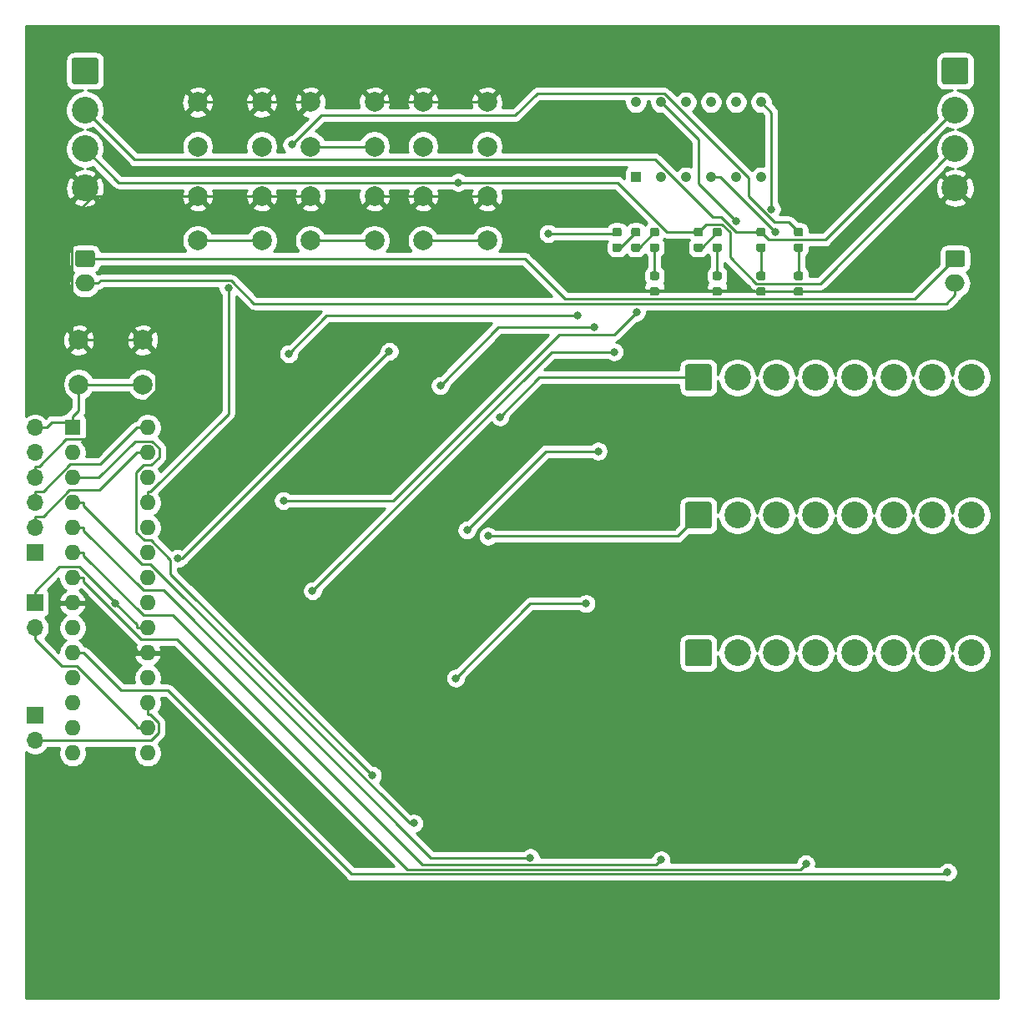
<source format=gtl>
%TF.GenerationSoftware,KiCad,Pcbnew,(5.1.6)-1*%
%TF.CreationDate,2020-09-10T20:04:35+09:00*%
%TF.ProjectId,ScoreBoradPCB,53636f72-6542-46f7-9261-645043422e6b,rev?*%
%TF.SameCoordinates,Original*%
%TF.FileFunction,Copper,L1,Top*%
%TF.FilePolarity,Positive*%
%FSLAX46Y46*%
G04 Gerber Fmt 4.6, Leading zero omitted, Abs format (unit mm)*
G04 Created by KiCad (PCBNEW (5.1.6)-1) date 2020-09-10 20:04:35*
%MOMM*%
%LPD*%
G01*
G04 APERTURE LIST*
%TA.AperFunction,ComponentPad*%
%ADD10O,1.700000X1.700000*%
%TD*%
%TA.AperFunction,ComponentPad*%
%ADD11R,1.700000X1.700000*%
%TD*%
%TA.AperFunction,ComponentPad*%
%ADD12O,1.600000X1.600000*%
%TD*%
%TA.AperFunction,ComponentPad*%
%ADD13R,1.600000X1.600000*%
%TD*%
%TA.AperFunction,ComponentPad*%
%ADD14C,2.000000*%
%TD*%
%TA.AperFunction,ComponentPad*%
%ADD15O,2.000000X1.700000*%
%TD*%
%TA.AperFunction,ComponentPad*%
%ADD16C,2.700000*%
%TD*%
%TA.AperFunction,ComponentPad*%
%ADD17C,1.050000*%
%TD*%
%TA.AperFunction,ComponentPad*%
%ADD18R,1.050000X1.050000*%
%TD*%
%TA.AperFunction,ViaPad*%
%ADD19C,0.800000*%
%TD*%
%TA.AperFunction,Conductor*%
%ADD20C,0.250000*%
%TD*%
%TA.AperFunction,Conductor*%
%ADD21C,0.254000*%
%TD*%
G04 APERTURE END LIST*
D10*
%TO.P,J8,6*%
%TO.N,/Vpp_MCLR*%
X101600000Y-91440000D03*
%TO.P,J8,5*%
%TO.N,+5V*%
X101600000Y-93980000D03*
%TO.P,J8,4*%
%TO.N,GND*%
X101600000Y-96520000D03*
%TO.P,J8,3*%
%TO.N,/ICSP_DAT*%
X101600000Y-99060000D03*
%TO.P,J8,2*%
%TO.N,/ICSP_CLK*%
X101600000Y-101600000D03*
D11*
%TO.P,J8,1*%
%TO.N,Net-(J8-Pad1)*%
X101600000Y-104140000D03*
%TD*%
%TO.P,R45,2*%
%TO.N,Net-(D7-Pad2)*%
%TA.AperFunction,SMDPad,CuDef*%
G36*
G01*
X164208750Y-72740000D02*
X164721250Y-72740000D01*
G75*
G02*
X164940000Y-72958750I0J-218750D01*
G01*
X164940000Y-73396250D01*
G75*
G02*
X164721250Y-73615000I-218750J0D01*
G01*
X164208750Y-73615000D01*
G75*
G02*
X163990000Y-73396250I0J218750D01*
G01*
X163990000Y-72958750D01*
G75*
G02*
X164208750Y-72740000I218750J0D01*
G01*
G37*
%TD.AperFunction*%
%TO.P,R45,1*%
%TO.N,Net-(R44-Pad2)*%
%TA.AperFunction,SMDPad,CuDef*%
G36*
G01*
X164208750Y-71165000D02*
X164721250Y-71165000D01*
G75*
G02*
X164940000Y-71383750I0J-218750D01*
G01*
X164940000Y-71821250D01*
G75*
G02*
X164721250Y-72040000I-218750J0D01*
G01*
X164208750Y-72040000D01*
G75*
G02*
X163990000Y-71821250I0J218750D01*
G01*
X163990000Y-71383750D01*
G75*
G02*
X164208750Y-71165000I218750J0D01*
G01*
G37*
%TD.AperFunction*%
%TD*%
%TO.P,R44,2*%
%TO.N,Net-(R44-Pad2)*%
%TA.AperFunction,SMDPad,CuDef*%
G36*
G01*
X162303750Y-72740000D02*
X162816250Y-72740000D01*
G75*
G02*
X163035000Y-72958750I0J-218750D01*
G01*
X163035000Y-73396250D01*
G75*
G02*
X162816250Y-73615000I-218750J0D01*
G01*
X162303750Y-73615000D01*
G75*
G02*
X162085000Y-73396250I0J218750D01*
G01*
X162085000Y-72958750D01*
G75*
G02*
X162303750Y-72740000I218750J0D01*
G01*
G37*
%TD.AperFunction*%
%TO.P,R44,1*%
%TO.N,Net-(R43-Pad2)*%
%TA.AperFunction,SMDPad,CuDef*%
G36*
G01*
X162303750Y-71165000D02*
X162816250Y-71165000D01*
G75*
G02*
X163035000Y-71383750I0J-218750D01*
G01*
X163035000Y-71821250D01*
G75*
G02*
X162816250Y-72040000I-218750J0D01*
G01*
X162303750Y-72040000D01*
G75*
G02*
X162085000Y-71821250I0J218750D01*
G01*
X162085000Y-71383750D01*
G75*
G02*
X162303750Y-71165000I218750J0D01*
G01*
G37*
%TD.AperFunction*%
%TD*%
%TO.P,R43,2*%
%TO.N,Net-(R43-Pad2)*%
%TA.AperFunction,SMDPad,CuDef*%
G36*
G01*
X160398750Y-72740000D02*
X160911250Y-72740000D01*
G75*
G02*
X161130000Y-72958750I0J-218750D01*
G01*
X161130000Y-73396250D01*
G75*
G02*
X160911250Y-73615000I-218750J0D01*
G01*
X160398750Y-73615000D01*
G75*
G02*
X160180000Y-73396250I0J218750D01*
G01*
X160180000Y-72958750D01*
G75*
G02*
X160398750Y-72740000I218750J0D01*
G01*
G37*
%TD.AperFunction*%
%TO.P,R43,1*%
%TO.N,+48V*%
%TA.AperFunction,SMDPad,CuDef*%
G36*
G01*
X160398750Y-71165000D02*
X160911250Y-71165000D01*
G75*
G02*
X161130000Y-71383750I0J-218750D01*
G01*
X161130000Y-71821250D01*
G75*
G02*
X160911250Y-72040000I-218750J0D01*
G01*
X160398750Y-72040000D01*
G75*
G02*
X160180000Y-71821250I0J218750D01*
G01*
X160180000Y-71383750D01*
G75*
G02*
X160398750Y-71165000I218750J0D01*
G01*
G37*
%TD.AperFunction*%
%TD*%
D12*
%TO.P,U1,28*%
%TO.N,/ICSP_DAT*%
X113030000Y-91440000D03*
%TO.P,U1,14*%
%TO.N,/SCL*%
X105410000Y-124460000D03*
%TO.P,U1,27*%
%TO.N,/ICSP_CLK*%
X113030000Y-93980000D03*
%TO.P,U1,13*%
%TO.N,/Place_hun*%
X105410000Y-121920000D03*
%TO.P,U1,26*%
%TO.N,/Minus_hun*%
X113030000Y-96520000D03*
%TO.P,U1,12*%
%TO.N,/Place_ten*%
X105410000Y-119380000D03*
%TO.P,U1,25*%
%TO.N,/Plus_hun*%
X113030000Y-99060000D03*
%TO.P,U1,11*%
%TO.N,/Place_one*%
X105410000Y-116840000D03*
%TO.P,U1,24*%
%TO.N,/Minus_ten*%
X113030000Y-101600000D03*
%TO.P,U1,10*%
%TO.N,/Segment_g*%
X105410000Y-114300000D03*
%TO.P,U1,23*%
%TO.N,/Plus_ten*%
X113030000Y-104140000D03*
%TO.P,U1,9*%
%TO.N,/ShutDown*%
X105410000Y-111760000D03*
%TO.P,U1,22*%
%TO.N,/Minus_one*%
X113030000Y-106680000D03*
%TO.P,U1,8*%
%TO.N,GND*%
X105410000Y-109220000D03*
%TO.P,U1,21*%
%TO.N,/Plus_one*%
X113030000Y-109220000D03*
%TO.P,U1,7*%
%TO.N,/Segment_f*%
X105410000Y-106680000D03*
%TO.P,U1,20*%
%TO.N,+5V*%
X113030000Y-111760000D03*
%TO.P,U1,6*%
%TO.N,/Segment_e*%
X105410000Y-104140000D03*
%TO.P,U1,19*%
%TO.N,GND*%
X113030000Y-114300000D03*
%TO.P,U1,5*%
%TO.N,/Segment_d*%
X105410000Y-101600000D03*
%TO.P,U1,18*%
%TO.N,Net-(U1-Pad18)*%
X113030000Y-116840000D03*
%TO.P,U1,4*%
%TO.N,/Segment_c*%
X105410000Y-99060000D03*
%TO.P,U1,17*%
%TO.N,/Address_2*%
X113030000Y-119380000D03*
%TO.P,U1,3*%
%TO.N,/Segment_b*%
X105410000Y-96520000D03*
%TO.P,U1,16*%
%TO.N,/Address_1*%
X113030000Y-121920000D03*
%TO.P,U1,2*%
%TO.N,/Segment_a*%
X105410000Y-93980000D03*
%TO.P,U1,15*%
%TO.N,/SDA*%
X113030000Y-124460000D03*
D13*
%TO.P,U1,1*%
%TO.N,/Vpp_MCLR*%
X105410000Y-91440000D03*
%TD*%
D14*
%TO.P,SW7,1*%
%TO.N,GND*%
X112545000Y-82550000D03*
%TO.P,SW7,2*%
%TO.N,/Vpp_MCLR*%
X112545000Y-87050000D03*
%TO.P,SW7,1*%
%TO.N,GND*%
X106045000Y-82550000D03*
%TO.P,SW7,2*%
%TO.N,/Vpp_MCLR*%
X106045000Y-87050000D03*
%TD*%
%TO.P,SW6,1*%
%TO.N,GND*%
X147470000Y-58420000D03*
%TO.P,SW6,2*%
%TO.N,/Plus_one*%
X147470000Y-62920000D03*
%TO.P,SW6,1*%
%TO.N,GND*%
X140970000Y-58420000D03*
%TO.P,SW6,2*%
%TO.N,/Plus_one*%
X140970000Y-62920000D03*
%TD*%
%TO.P,SW5,1*%
%TO.N,GND*%
X147470000Y-67945000D03*
%TO.P,SW5,2*%
%TO.N,/Minus_one*%
X147470000Y-72445000D03*
%TO.P,SW5,1*%
%TO.N,GND*%
X140970000Y-67945000D03*
%TO.P,SW5,2*%
%TO.N,/Minus_one*%
X140970000Y-72445000D03*
%TD*%
%TO.P,SW4,1*%
%TO.N,GND*%
X136040000Y-58420000D03*
%TO.P,SW4,2*%
%TO.N,/Plus_ten*%
X136040000Y-62920000D03*
%TO.P,SW4,1*%
%TO.N,GND*%
X129540000Y-58420000D03*
%TO.P,SW4,2*%
%TO.N,/Plus_ten*%
X129540000Y-62920000D03*
%TD*%
%TO.P,SW3,1*%
%TO.N,GND*%
X136040000Y-67945000D03*
%TO.P,SW3,2*%
%TO.N,/Minus_ten*%
X136040000Y-72445000D03*
%TO.P,SW3,1*%
%TO.N,GND*%
X129540000Y-67945000D03*
%TO.P,SW3,2*%
%TO.N,/Minus_ten*%
X129540000Y-72445000D03*
%TD*%
%TO.P,SW2,1*%
%TO.N,GND*%
X124610000Y-58420000D03*
%TO.P,SW2,2*%
%TO.N,/Plus_hun*%
X124610000Y-62920000D03*
%TO.P,SW2,1*%
%TO.N,GND*%
X118110000Y-58420000D03*
%TO.P,SW2,2*%
%TO.N,/Plus_hun*%
X118110000Y-62920000D03*
%TD*%
%TO.P,SW1,1*%
%TO.N,GND*%
X124610000Y-67945000D03*
%TO.P,SW1,2*%
%TO.N,/Minus_hun*%
X124610000Y-72445000D03*
%TO.P,SW1,1*%
%TO.N,GND*%
X118110000Y-67945000D03*
%TO.P,SW1,2*%
%TO.N,/Minus_hun*%
X118110000Y-72445000D03*
%TD*%
%TO.P,R49,2*%
%TO.N,Net-(D10-Pad2)*%
%TA.AperFunction,SMDPad,CuDef*%
G36*
G01*
X178813750Y-72740000D02*
X179326250Y-72740000D01*
G75*
G02*
X179545000Y-72958750I0J-218750D01*
G01*
X179545000Y-73396250D01*
G75*
G02*
X179326250Y-73615000I-218750J0D01*
G01*
X178813750Y-73615000D01*
G75*
G02*
X178595000Y-73396250I0J218750D01*
G01*
X178595000Y-72958750D01*
G75*
G02*
X178813750Y-72740000I218750J0D01*
G01*
G37*
%TD.AperFunction*%
%TO.P,R49,1*%
%TO.N,/ShutDown*%
%TA.AperFunction,SMDPad,CuDef*%
G36*
G01*
X178813750Y-71165000D02*
X179326250Y-71165000D01*
G75*
G02*
X179545000Y-71383750I0J-218750D01*
G01*
X179545000Y-71821250D01*
G75*
G02*
X179326250Y-72040000I-218750J0D01*
G01*
X178813750Y-72040000D01*
G75*
G02*
X178595000Y-71821250I0J218750D01*
G01*
X178595000Y-71383750D01*
G75*
G02*
X178813750Y-71165000I218750J0D01*
G01*
G37*
%TD.AperFunction*%
%TD*%
%TO.P,R48,2*%
%TO.N,Net-(D9-Pad2)*%
%TA.AperFunction,SMDPad,CuDef*%
G36*
G01*
X175003750Y-72740000D02*
X175516250Y-72740000D01*
G75*
G02*
X175735000Y-72958750I0J-218750D01*
G01*
X175735000Y-73396250D01*
G75*
G02*
X175516250Y-73615000I-218750J0D01*
G01*
X175003750Y-73615000D01*
G75*
G02*
X174785000Y-73396250I0J218750D01*
G01*
X174785000Y-72958750D01*
G75*
G02*
X175003750Y-72740000I218750J0D01*
G01*
G37*
%TD.AperFunction*%
%TO.P,R48,1*%
%TO.N,+5V*%
%TA.AperFunction,SMDPad,CuDef*%
G36*
G01*
X175003750Y-71165000D02*
X175516250Y-71165000D01*
G75*
G02*
X175735000Y-71383750I0J-218750D01*
G01*
X175735000Y-71821250D01*
G75*
G02*
X175516250Y-72040000I-218750J0D01*
G01*
X175003750Y-72040000D01*
G75*
G02*
X174785000Y-71821250I0J218750D01*
G01*
X174785000Y-71383750D01*
G75*
G02*
X175003750Y-71165000I218750J0D01*
G01*
G37*
%TD.AperFunction*%
%TD*%
%TO.P,R47,2*%
%TO.N,Net-(D8-Pad2)*%
%TA.AperFunction,SMDPad,CuDef*%
G36*
G01*
X170558750Y-72740000D02*
X171071250Y-72740000D01*
G75*
G02*
X171290000Y-72958750I0J-218750D01*
G01*
X171290000Y-73396250D01*
G75*
G02*
X171071250Y-73615000I-218750J0D01*
G01*
X170558750Y-73615000D01*
G75*
G02*
X170340000Y-73396250I0J218750D01*
G01*
X170340000Y-72958750D01*
G75*
G02*
X170558750Y-72740000I218750J0D01*
G01*
G37*
%TD.AperFunction*%
%TO.P,R47,1*%
%TO.N,Net-(R46-Pad2)*%
%TA.AperFunction,SMDPad,CuDef*%
G36*
G01*
X170558750Y-71165000D02*
X171071250Y-71165000D01*
G75*
G02*
X171290000Y-71383750I0J-218750D01*
G01*
X171290000Y-71821250D01*
G75*
G02*
X171071250Y-72040000I-218750J0D01*
G01*
X170558750Y-72040000D01*
G75*
G02*
X170340000Y-71821250I0J218750D01*
G01*
X170340000Y-71383750D01*
G75*
G02*
X170558750Y-71165000I218750J0D01*
G01*
G37*
%TD.AperFunction*%
%TD*%
%TO.P,R46,2*%
%TO.N,Net-(R46-Pad2)*%
%TA.AperFunction,SMDPad,CuDef*%
G36*
G01*
X168653750Y-72740000D02*
X169166250Y-72740000D01*
G75*
G02*
X169385000Y-72958750I0J-218750D01*
G01*
X169385000Y-73396250D01*
G75*
G02*
X169166250Y-73615000I-218750J0D01*
G01*
X168653750Y-73615000D01*
G75*
G02*
X168435000Y-73396250I0J218750D01*
G01*
X168435000Y-72958750D01*
G75*
G02*
X168653750Y-72740000I218750J0D01*
G01*
G37*
%TD.AperFunction*%
%TO.P,R46,1*%
%TO.N,+12V*%
%TA.AperFunction,SMDPad,CuDef*%
G36*
G01*
X168653750Y-71165000D02*
X169166250Y-71165000D01*
G75*
G02*
X169385000Y-71383750I0J-218750D01*
G01*
X169385000Y-71821250D01*
G75*
G02*
X169166250Y-72040000I-218750J0D01*
G01*
X168653750Y-72040000D01*
G75*
G02*
X168435000Y-71821250I0J218750D01*
G01*
X168435000Y-71383750D01*
G75*
G02*
X168653750Y-71165000I218750J0D01*
G01*
G37*
%TD.AperFunction*%
%TD*%
D10*
%TO.P,J10,2*%
%TO.N,/Address_2*%
X101600000Y-123190000D03*
D11*
%TO.P,J10,1*%
%TO.N,+5V*%
X101600000Y-120650000D03*
%TD*%
D10*
%TO.P,J9,2*%
%TO.N,/Address_1*%
X101600000Y-111760000D03*
D11*
%TO.P,J9,1*%
%TO.N,+5V*%
X101600000Y-109220000D03*
%TD*%
D15*
%TO.P,J7,2*%
%TO.N,/SCL*%
X194945000Y-76795000D03*
%TO.P,J7,1*%
%TO.N,/SDA*%
%TA.AperFunction,ComponentPad*%
G36*
G01*
X194195000Y-73445000D02*
X195695000Y-73445000D01*
G75*
G02*
X195945000Y-73695000I0J-250000D01*
G01*
X195945000Y-74895000D01*
G75*
G02*
X195695000Y-75145000I-250000J0D01*
G01*
X194195000Y-75145000D01*
G75*
G02*
X193945000Y-74895000I0J250000D01*
G01*
X193945000Y-73695000D01*
G75*
G02*
X194195000Y-73445000I250000J0D01*
G01*
G37*
%TD.AperFunction*%
%TD*%
%TO.P,J6,2*%
%TO.N,/SCL*%
X106680000Y-76795000D03*
%TO.P,J6,1*%
%TO.N,/SDA*%
%TA.AperFunction,ComponentPad*%
G36*
G01*
X105930000Y-73445000D02*
X107430000Y-73445000D01*
G75*
G02*
X107680000Y-73695000I0J-250000D01*
G01*
X107680000Y-74895000D01*
G75*
G02*
X107430000Y-75145000I-250000J0D01*
G01*
X105930000Y-75145000D01*
G75*
G02*
X105680000Y-74895000I0J250000D01*
G01*
X105680000Y-73695000D01*
G75*
G02*
X105930000Y-73445000I250000J0D01*
G01*
G37*
%TD.AperFunction*%
%TD*%
D16*
%TO.P,J5,4*%
%TO.N,GND*%
X194945000Y-67125000D03*
%TO.P,J5,3*%
%TO.N,+12V*%
X194945000Y-63165000D03*
%TO.P,J5,2*%
%TO.N,+5V*%
X194945000Y-59205000D03*
%TO.P,J5,1*%
%TO.N,+48V*%
%TA.AperFunction,ComponentPad*%
G36*
G01*
X193845001Y-53895000D02*
X196044999Y-53895000D01*
G75*
G02*
X196295000Y-54145001I0J-250001D01*
G01*
X196295000Y-56344999D01*
G75*
G02*
X196044999Y-56595000I-250001J0D01*
G01*
X193845001Y-56595000D01*
G75*
G02*
X193595000Y-56344999I0J250001D01*
G01*
X193595000Y-54145001D01*
G75*
G02*
X193845001Y-53895000I250001J0D01*
G01*
G37*
%TD.AperFunction*%
%TD*%
%TO.P,J4,4*%
%TO.N,GND*%
X106680000Y-67125000D03*
%TO.P,J4,3*%
%TO.N,+12V*%
X106680000Y-63165000D03*
%TO.P,J4,2*%
%TO.N,+5V*%
X106680000Y-59205000D03*
%TO.P,J4,1*%
%TO.N,+48V*%
%TA.AperFunction,ComponentPad*%
G36*
G01*
X105580001Y-53895000D02*
X107779999Y-53895000D01*
G75*
G02*
X108030000Y-54145001I0J-250001D01*
G01*
X108030000Y-56344999D01*
G75*
G02*
X107779999Y-56595000I-250001J0D01*
G01*
X105580001Y-56595000D01*
G75*
G02*
X105330000Y-56344999I0J250001D01*
G01*
X105330000Y-54145001D01*
G75*
G02*
X105580001Y-53895000I250001J0D01*
G01*
G37*
%TD.AperFunction*%
%TD*%
%TO.P,J3,8*%
%TO.N,/Cathode_g*%
X196630000Y-114300000D03*
%TO.P,J3,7*%
%TO.N,/Cathode_f*%
X192670000Y-114300000D03*
%TO.P,J3,6*%
%TO.N,/Cathode_e*%
X188710000Y-114300000D03*
%TO.P,J3,5*%
%TO.N,/Cathode_d*%
X184750000Y-114300000D03*
%TO.P,J3,4*%
%TO.N,/Cathode_c*%
X180790000Y-114300000D03*
%TO.P,J3,3*%
%TO.N,/Cathode_b*%
X176830000Y-114300000D03*
%TO.P,J3,2*%
%TO.N,/Cathode_a*%
X172870000Y-114300000D03*
%TO.P,J3,1*%
%TO.N,/Anode_hun*%
%TA.AperFunction,ComponentPad*%
G36*
G01*
X167560000Y-115399999D02*
X167560000Y-113200001D01*
G75*
G02*
X167810001Y-112950000I250001J0D01*
G01*
X170009999Y-112950000D01*
G75*
G02*
X170260000Y-113200001I0J-250001D01*
G01*
X170260000Y-115399999D01*
G75*
G02*
X170009999Y-115650000I-250001J0D01*
G01*
X167810001Y-115650000D01*
G75*
G02*
X167560000Y-115399999I0J250001D01*
G01*
G37*
%TD.AperFunction*%
%TD*%
%TO.P,J2,8*%
%TO.N,/Cathode_g*%
X196630000Y-100330000D03*
%TO.P,J2,7*%
%TO.N,/Cathode_f*%
X192670000Y-100330000D03*
%TO.P,J2,6*%
%TO.N,/Cathode_e*%
X188710000Y-100330000D03*
%TO.P,J2,5*%
%TO.N,/Cathode_d*%
X184750000Y-100330000D03*
%TO.P,J2,4*%
%TO.N,/Cathode_c*%
X180790000Y-100330000D03*
%TO.P,J2,3*%
%TO.N,/Cathode_b*%
X176830000Y-100330000D03*
%TO.P,J2,2*%
%TO.N,/Cathode_a*%
X172870000Y-100330000D03*
%TO.P,J2,1*%
%TO.N,/Anode_ten*%
%TA.AperFunction,ComponentPad*%
G36*
G01*
X167560000Y-101429999D02*
X167560000Y-99230001D01*
G75*
G02*
X167810001Y-98980000I250001J0D01*
G01*
X170009999Y-98980000D01*
G75*
G02*
X170260000Y-99230001I0J-250001D01*
G01*
X170260000Y-101429999D01*
G75*
G02*
X170009999Y-101680000I-250001J0D01*
G01*
X167810001Y-101680000D01*
G75*
G02*
X167560000Y-101429999I0J250001D01*
G01*
G37*
%TD.AperFunction*%
%TD*%
%TO.P,J1,8*%
%TO.N,/Cathode_g*%
X196630000Y-86360000D03*
%TO.P,J1,7*%
%TO.N,/Cathode_f*%
X192670000Y-86360000D03*
%TO.P,J1,6*%
%TO.N,/Cathode_e*%
X188710000Y-86360000D03*
%TO.P,J1,5*%
%TO.N,/Cathode_d*%
X184750000Y-86360000D03*
%TO.P,J1,4*%
%TO.N,/Cathode_c*%
X180790000Y-86360000D03*
%TO.P,J1,3*%
%TO.N,/Cathode_b*%
X176830000Y-86360000D03*
%TO.P,J1,2*%
%TO.N,/Cathode_a*%
X172870000Y-86360000D03*
%TO.P,J1,1*%
%TO.N,/Anode_one*%
%TA.AperFunction,ComponentPad*%
G36*
G01*
X167560000Y-87459999D02*
X167560000Y-85260001D01*
G75*
G02*
X167810001Y-85010000I250001J0D01*
G01*
X170009999Y-85010000D01*
G75*
G02*
X170260000Y-85260001I0J-250001D01*
G01*
X170260000Y-87459999D01*
G75*
G02*
X170009999Y-87710000I-250001J0D01*
G01*
X167810001Y-87710000D01*
G75*
G02*
X167560000Y-87459999I0J250001D01*
G01*
G37*
%TD.AperFunction*%
%TD*%
D17*
%TO.P,DS1,12*%
%TO.N,/Dig_hun*%
X162560000Y-58420000D03*
%TO.P,DS1,11*%
%TO.N,Net-(DS1-Pad11)*%
X165100000Y-58420000D03*
%TO.P,DS1,10*%
%TO.N,Net-(DS1-Pad10)*%
X167640000Y-58420000D03*
%TO.P,DS1,9*%
%TO.N,/Dig_ten*%
X170180000Y-58420000D03*
%TO.P,DS1,8*%
%TO.N,/Dig_one*%
X172720000Y-58420000D03*
%TO.P,DS1,7*%
%TO.N,Net-(DS1-Pad7)*%
X175260000Y-58420000D03*
%TO.P,DS1,6*%
%TO.N,Net-(DS1-Pad6)*%
X175260000Y-66040000D03*
%TO.P,DS1,5*%
%TO.N,Net-(DS1-Pad5)*%
X172720000Y-66040000D03*
%TO.P,DS1,4*%
%TO.N,Net-(DS1-Pad4)*%
X170180000Y-66040000D03*
%TO.P,DS1,3*%
%TO.N,Net-(DS1-Pad3)*%
X167640000Y-66040000D03*
%TO.P,DS1,2*%
%TO.N,Net-(DS1-Pad2)*%
X165100000Y-66040000D03*
D18*
%TO.P,DS1,1*%
%TO.N,Net-(DS1-Pad1)*%
X162560000Y-66040000D03*
%TD*%
%TO.P,D10,2*%
%TO.N,Net-(D10-Pad2)*%
%TA.AperFunction,SMDPad,CuDef*%
G36*
G01*
X179326250Y-76485000D02*
X178813750Y-76485000D01*
G75*
G02*
X178595000Y-76266250I0J218750D01*
G01*
X178595000Y-75828750D01*
G75*
G02*
X178813750Y-75610000I218750J0D01*
G01*
X179326250Y-75610000D01*
G75*
G02*
X179545000Y-75828750I0J-218750D01*
G01*
X179545000Y-76266250D01*
G75*
G02*
X179326250Y-76485000I-218750J0D01*
G01*
G37*
%TD.AperFunction*%
%TO.P,D10,1*%
%TO.N,GND*%
%TA.AperFunction,SMDPad,CuDef*%
G36*
G01*
X179326250Y-78060000D02*
X178813750Y-78060000D01*
G75*
G02*
X178595000Y-77841250I0J218750D01*
G01*
X178595000Y-77403750D01*
G75*
G02*
X178813750Y-77185000I218750J0D01*
G01*
X179326250Y-77185000D01*
G75*
G02*
X179545000Y-77403750I0J-218750D01*
G01*
X179545000Y-77841250D01*
G75*
G02*
X179326250Y-78060000I-218750J0D01*
G01*
G37*
%TD.AperFunction*%
%TD*%
%TO.P,D9,2*%
%TO.N,Net-(D9-Pad2)*%
%TA.AperFunction,SMDPad,CuDef*%
G36*
G01*
X175516250Y-76485000D02*
X175003750Y-76485000D01*
G75*
G02*
X174785000Y-76266250I0J218750D01*
G01*
X174785000Y-75828750D01*
G75*
G02*
X175003750Y-75610000I218750J0D01*
G01*
X175516250Y-75610000D01*
G75*
G02*
X175735000Y-75828750I0J-218750D01*
G01*
X175735000Y-76266250D01*
G75*
G02*
X175516250Y-76485000I-218750J0D01*
G01*
G37*
%TD.AperFunction*%
%TO.P,D9,1*%
%TO.N,GND*%
%TA.AperFunction,SMDPad,CuDef*%
G36*
G01*
X175516250Y-78060000D02*
X175003750Y-78060000D01*
G75*
G02*
X174785000Y-77841250I0J218750D01*
G01*
X174785000Y-77403750D01*
G75*
G02*
X175003750Y-77185000I218750J0D01*
G01*
X175516250Y-77185000D01*
G75*
G02*
X175735000Y-77403750I0J-218750D01*
G01*
X175735000Y-77841250D01*
G75*
G02*
X175516250Y-78060000I-218750J0D01*
G01*
G37*
%TD.AperFunction*%
%TD*%
%TO.P,D8,2*%
%TO.N,Net-(D8-Pad2)*%
%TA.AperFunction,SMDPad,CuDef*%
G36*
G01*
X171071250Y-76485000D02*
X170558750Y-76485000D01*
G75*
G02*
X170340000Y-76266250I0J218750D01*
G01*
X170340000Y-75828750D01*
G75*
G02*
X170558750Y-75610000I218750J0D01*
G01*
X171071250Y-75610000D01*
G75*
G02*
X171290000Y-75828750I0J-218750D01*
G01*
X171290000Y-76266250D01*
G75*
G02*
X171071250Y-76485000I-218750J0D01*
G01*
G37*
%TD.AperFunction*%
%TO.P,D8,1*%
%TO.N,GND*%
%TA.AperFunction,SMDPad,CuDef*%
G36*
G01*
X171071250Y-78060000D02*
X170558750Y-78060000D01*
G75*
G02*
X170340000Y-77841250I0J218750D01*
G01*
X170340000Y-77403750D01*
G75*
G02*
X170558750Y-77185000I218750J0D01*
G01*
X171071250Y-77185000D01*
G75*
G02*
X171290000Y-77403750I0J-218750D01*
G01*
X171290000Y-77841250D01*
G75*
G02*
X171071250Y-78060000I-218750J0D01*
G01*
G37*
%TD.AperFunction*%
%TD*%
%TO.P,D7,2*%
%TO.N,Net-(D7-Pad2)*%
%TA.AperFunction,SMDPad,CuDef*%
G36*
G01*
X164721250Y-76485000D02*
X164208750Y-76485000D01*
G75*
G02*
X163990000Y-76266250I0J218750D01*
G01*
X163990000Y-75828750D01*
G75*
G02*
X164208750Y-75610000I218750J0D01*
G01*
X164721250Y-75610000D01*
G75*
G02*
X164940000Y-75828750I0J-218750D01*
G01*
X164940000Y-76266250D01*
G75*
G02*
X164721250Y-76485000I-218750J0D01*
G01*
G37*
%TD.AperFunction*%
%TO.P,D7,1*%
%TO.N,GND*%
%TA.AperFunction,SMDPad,CuDef*%
G36*
G01*
X164721250Y-78060000D02*
X164208750Y-78060000D01*
G75*
G02*
X163990000Y-77841250I0J218750D01*
G01*
X163990000Y-77403750D01*
G75*
G02*
X164208750Y-77185000I218750J0D01*
G01*
X164721250Y-77185000D01*
G75*
G02*
X164940000Y-77403750I0J-218750D01*
G01*
X164940000Y-77841250D01*
G75*
G02*
X164721250Y-78060000I-218750J0D01*
G01*
G37*
%TD.AperFunction*%
%TD*%
D19*
%TO.N,GND*%
X110808900Y-112924300D03*
X129686100Y-129348100D03*
X135890000Y-77470000D03*
X189230000Y-67310000D03*
X158750000Y-62230000D03*
X113665000Y-65405000D03*
X194945000Y-127000000D03*
%TO.N,+5V*%
X109741800Y-109253900D03*
%TO.N,+12V*%
X144535700Y-66567100D03*
%TO.N,/Anode_one*%
X148796200Y-90354400D03*
%TO.N,/Anode_ten*%
X147579300Y-102451600D03*
%TO.N,Net-(D1-Pad2)*%
X127354300Y-83948200D03*
X156689300Y-80098400D03*
%TO.N,Net-(D3-Pad2)*%
X126820400Y-98848200D03*
X162627700Y-79756200D03*
%TO.N,Net-(D5-Pad2)*%
X129760600Y-107998200D03*
X160358300Y-83744700D03*
%TO.N,Net-(DS1-Pad11)*%
X172720000Y-70450800D03*
%TO.N,Net-(DS1-Pad7)*%
X176320500Y-69274700D03*
%TO.N,Net-(DS1-Pad4)*%
X176714700Y-71590700D03*
%TO.N,+48V*%
X153670000Y-71754000D03*
%TO.N,Net-(Q16-Pad1)*%
X142722500Y-87173600D03*
X158376900Y-81260400D03*
%TO.N,Net-(Q19-Pad1)*%
X145441300Y-101835500D03*
X158740300Y-93834000D03*
%TO.N,Net-(Q22-Pad1)*%
X144297500Y-116847100D03*
X157507900Y-109291300D03*
%TO.N,/ShutDown*%
X127661500Y-62743200D03*
%TO.N,/Segment_b*%
X135824100Y-126725700D03*
%TO.N,/Segment_c*%
X140038200Y-131572000D03*
%TO.N,/Segment_d*%
X151857500Y-135052300D03*
%TO.N,/Segment_e*%
X165120700Y-135299700D03*
%TO.N,/Segment_f*%
X179813500Y-135686000D03*
%TO.N,/Segment_g*%
X194194600Y-136531300D03*
%TO.N,/Plus_hun*%
X121221800Y-77264000D03*
%TO.N,/Plus_one*%
X116094400Y-104707600D03*
X137554800Y-83699500D03*
%TD*%
D20*
%TO.N,GND*%
X113030000Y-114300000D02*
X111904700Y-114300000D01*
X110808900Y-112924300D02*
X111904700Y-114020100D01*
X111904700Y-114020100D02*
X111904700Y-114300000D01*
X106535300Y-109220000D02*
X110239600Y-112924300D01*
X110239600Y-112924300D02*
X110808900Y-112924300D01*
X112545000Y-82550000D02*
X113894300Y-83899300D01*
X113894300Y-83899300D02*
X113894300Y-87645200D01*
X113894300Y-87645200D02*
X108974100Y-92565400D01*
X108974100Y-92565400D02*
X104776700Y-92565400D01*
X104776700Y-92565400D02*
X101997400Y-95344700D01*
X101997400Y-95344700D02*
X101600000Y-95344700D01*
X105410000Y-109220000D02*
X106535300Y-109220000D01*
X179070000Y-77622500D02*
X184447500Y-77622500D01*
X184447500Y-77622500D02*
X194945000Y-67125000D01*
X175260000Y-77622500D02*
X179070000Y-77622500D01*
X124610000Y-58420000D02*
X118110000Y-58420000D01*
X129540000Y-58420000D02*
X124610000Y-58420000D01*
X106045000Y-82550000D02*
X112545000Y-82550000D01*
X101600000Y-96520000D02*
X101600000Y-95344700D01*
X113030000Y-114300000D02*
X114638000Y-114300000D01*
X114638000Y-114300000D02*
X129686100Y-129348100D01*
X107500000Y-67945000D02*
X106680000Y-67125000D01*
X118110000Y-67945000D02*
X107500000Y-67945000D01*
X107500000Y-67945000D02*
X105341200Y-70103800D01*
X105341200Y-70103800D02*
X105341200Y-81846200D01*
X105341200Y-81846200D02*
X106045000Y-82550000D01*
X124610000Y-67945000D02*
X118110000Y-67945000D01*
X164465000Y-77622500D02*
X157147500Y-77622500D01*
X157147500Y-77622500D02*
X147470000Y-67945000D01*
X170815000Y-77622500D02*
X164465000Y-77622500D01*
X129540000Y-67945000D02*
X124610000Y-67945000D01*
X147470000Y-67945000D02*
X140970000Y-67945000D01*
X136040000Y-58420000D02*
X140970000Y-58420000D01*
X136040000Y-67945000D02*
X140970000Y-67945000D01*
X140970000Y-58420000D02*
X147470000Y-58420000D01*
X170815000Y-77622500D02*
X175260000Y-77622500D01*
%TO.N,+5V*%
X175260000Y-71602500D02*
X176047500Y-72390000D01*
X176047500Y-72390000D02*
X181760000Y-72390000D01*
X181760000Y-72390000D02*
X194945000Y-59205000D01*
X175260000Y-71602500D02*
X172739600Y-71602500D01*
X172739600Y-71602500D02*
X171205900Y-70068800D01*
X171205900Y-70068800D02*
X170351500Y-70068800D01*
X170351500Y-70068800D02*
X164528100Y-64245400D01*
X164528100Y-64245400D02*
X111720400Y-64245400D01*
X111720400Y-64245400D02*
X106680000Y-59205000D01*
X111904700Y-111760000D02*
X111904700Y-111416800D01*
X111904700Y-111416800D02*
X109741800Y-109253900D01*
X101600000Y-108044700D02*
X104102900Y-105541800D01*
X104102900Y-105541800D02*
X106127500Y-105541800D01*
X106127500Y-105541800D02*
X109741800Y-109156100D01*
X109741800Y-109156100D02*
X109741800Y-109253900D01*
X113030000Y-111760000D02*
X111904700Y-111760000D01*
X101600000Y-109220000D02*
X101600000Y-108044700D01*
%TO.N,+12V*%
X194945000Y-63165000D02*
X181275000Y-76835000D01*
X181275000Y-76835000D02*
X174790200Y-76835000D01*
X174790200Y-76835000D02*
X172102700Y-74147500D01*
X172102700Y-74147500D02*
X172102700Y-71602500D01*
X172102700Y-71602500D02*
X171320400Y-70820200D01*
X171320400Y-70820200D02*
X169692300Y-70820200D01*
X169692300Y-70820200D02*
X168910000Y-71602500D01*
X144535700Y-66567100D02*
X160674200Y-66567100D01*
X160674200Y-66567100D02*
X165709600Y-71602500D01*
X165709600Y-71602500D02*
X168910000Y-71602500D01*
X106680000Y-63165000D02*
X110082100Y-66567100D01*
X110082100Y-66567100D02*
X144535700Y-66567100D01*
%TO.N,/Anode_one*%
X148796200Y-90354400D02*
X152790600Y-86360000D01*
X152790600Y-86360000D02*
X168910000Y-86360000D01*
%TO.N,/Anode_ten*%
X168910000Y-100330000D02*
X166788400Y-102451600D01*
X166788400Y-102451600D02*
X147579300Y-102451600D01*
%TO.N,Net-(D1-Pad2)*%
X127354300Y-83948200D02*
X131204100Y-80098400D01*
X131204100Y-80098400D02*
X156689300Y-80098400D01*
%TO.N,Net-(D3-Pad2)*%
X126820400Y-98848200D02*
X137923500Y-98848200D01*
X137923500Y-98848200D02*
X154786000Y-81985700D01*
X154786000Y-81985700D02*
X160398200Y-81985700D01*
X160398200Y-81985700D02*
X162627700Y-79756200D01*
%TO.N,Net-(D5-Pad2)*%
X160358300Y-83744700D02*
X154014100Y-83744700D01*
X154014100Y-83744700D02*
X129760600Y-107998200D01*
%TO.N,Net-(D7-Pad2)*%
X164465000Y-76047500D02*
X164465000Y-73177500D01*
%TO.N,Net-(D8-Pad2)*%
X170815000Y-76047500D02*
X170815000Y-73177500D01*
%TO.N,Net-(D9-Pad2)*%
X175260000Y-76047500D02*
X175260000Y-73177500D01*
%TO.N,Net-(D10-Pad2)*%
X179070000Y-76047500D02*
X179070000Y-73177500D01*
%TO.N,Net-(DS1-Pad11)*%
X165100000Y-58420000D02*
X168910000Y-62230000D01*
X168910000Y-62230000D02*
X168910000Y-66640800D01*
X168910000Y-66640800D02*
X172720000Y-70450800D01*
%TO.N,Net-(DS1-Pad7)*%
X175260000Y-58420000D02*
X176320500Y-59480500D01*
X176320500Y-59480500D02*
X176320500Y-69274700D01*
%TO.N,Net-(DS1-Pad4)*%
X170180000Y-66040000D02*
X171164000Y-66040000D01*
X171164000Y-66040000D02*
X176714700Y-71590700D01*
%TO.N,+48V*%
X160655000Y-71602500D02*
X160503500Y-71754000D01*
X160503500Y-71754000D02*
X153670000Y-71754000D01*
%TO.N,/SCL*%
X106680000Y-76795000D02*
X108005300Y-76795000D01*
X194945000Y-77970300D02*
X194073300Y-78842000D01*
X194073300Y-78842000D02*
X123825600Y-78842000D01*
X123825600Y-78842000D02*
X121522300Y-76538700D01*
X121522300Y-76538700D02*
X108261600Y-76538700D01*
X108261600Y-76538700D02*
X108005300Y-76795000D01*
X194945000Y-76795000D02*
X194945000Y-77970300D01*
%TO.N,/SDA*%
X106680000Y-74295000D02*
X151277000Y-74295000D01*
X151277000Y-74295000D02*
X155373500Y-78391500D01*
X155373500Y-78391500D02*
X190848500Y-78391500D01*
X190848500Y-78391500D02*
X194945000Y-74295000D01*
%TO.N,/Vpp_MCLR*%
X101600000Y-91440000D02*
X102775300Y-91440000D01*
X105410000Y-90877300D02*
X103338000Y-90877300D01*
X103338000Y-90877300D02*
X102775300Y-91440000D01*
X105410000Y-90877300D02*
X105410000Y-90314700D01*
X105410000Y-91440000D02*
X105410000Y-90877300D01*
X106045000Y-87050000D02*
X106045000Y-89679700D01*
X106045000Y-89679700D02*
X105410000Y-90314700D01*
X112545000Y-87050000D02*
X106045000Y-87050000D01*
%TO.N,/ICSP_DAT*%
X101600000Y-99060000D02*
X101600000Y-97884700D01*
X113030000Y-91440000D02*
X111904700Y-91440000D01*
X111904700Y-91440000D02*
X108239400Y-95105300D01*
X108239400Y-95105300D02*
X105204900Y-95105300D01*
X105204900Y-95105300D02*
X102425500Y-97884700D01*
X102425500Y-97884700D02*
X101600000Y-97884700D01*
%TO.N,/ICSP_CLK*%
X101600000Y-101600000D02*
X101600000Y-100424700D01*
X113030000Y-93980000D02*
X111904700Y-93980000D01*
X111904700Y-93980000D02*
X108094700Y-97790000D01*
X108094700Y-97790000D02*
X105077400Y-97790000D01*
X105077400Y-97790000D02*
X102442700Y-100424700D01*
X102442700Y-100424700D02*
X101600000Y-100424700D01*
%TO.N,/Address_1*%
X113030000Y-121920000D02*
X111904700Y-121920000D01*
X101600000Y-111760000D02*
X101600000Y-112935300D01*
X101600000Y-112935300D02*
X104296000Y-115631300D01*
X104296000Y-115631300D02*
X105832900Y-115631300D01*
X105832900Y-115631300D02*
X111904700Y-121703100D01*
X111904700Y-121703100D02*
X111904700Y-121920000D01*
%TO.N,/Address_2*%
X113030000Y-120505300D02*
X113311400Y-120505300D01*
X113311400Y-120505300D02*
X114155300Y-121349200D01*
X114155300Y-121349200D02*
X114155300Y-122386500D01*
X114155300Y-122386500D02*
X113351800Y-123190000D01*
X113351800Y-123190000D02*
X101600000Y-123190000D01*
X113030000Y-119380000D02*
X113030000Y-120505300D01*
%TO.N,Net-(Q16-Pad1)*%
X158376900Y-81260400D02*
X148635700Y-81260400D01*
X148635700Y-81260400D02*
X142722500Y-87173600D01*
%TO.N,Net-(Q19-Pad1)*%
X145441300Y-101835500D02*
X153442800Y-93834000D01*
X153442800Y-93834000D02*
X158740300Y-93834000D01*
%TO.N,Net-(Q22-Pad1)*%
X144297500Y-116847100D02*
X151853300Y-109291300D01*
X151853300Y-109291300D02*
X157507900Y-109291300D01*
%TO.N,/ShutDown*%
X179070000Y-71602500D02*
X178080300Y-70612800D01*
X178080300Y-70612800D02*
X176612600Y-70612800D01*
X176612600Y-70612800D02*
X173990100Y-67990300D01*
X173990100Y-67990300D02*
X173990100Y-66096700D01*
X173990100Y-66096700D02*
X165431500Y-57538100D01*
X165431500Y-57538100D02*
X152546600Y-57538100D01*
X152546600Y-57538100D02*
X150339300Y-59745400D01*
X150339300Y-59745400D02*
X130659300Y-59745400D01*
X130659300Y-59745400D02*
X127661500Y-62743200D01*
%TO.N,/Segment_b*%
X135824100Y-126725700D02*
X115369100Y-106270700D01*
X115369100Y-106270700D02*
X115369100Y-104857800D01*
X115369100Y-104857800D02*
X113381300Y-102870000D01*
X113381300Y-102870000D02*
X112705300Y-102870000D01*
X112705300Y-102870000D02*
X111887800Y-102052500D01*
X111887800Y-102052500D02*
X111887800Y-96012800D01*
X111887800Y-96012800D02*
X112650600Y-95250000D01*
X112650600Y-95250000D02*
X113396800Y-95250000D01*
X113396800Y-95250000D02*
X114203700Y-94443100D01*
X114203700Y-94443100D02*
X114203700Y-93532700D01*
X114203700Y-93532700D02*
X113489500Y-92818500D01*
X113489500Y-92818500D02*
X111754500Y-92818500D01*
X111754500Y-92818500D02*
X108053000Y-96520000D01*
X108053000Y-96520000D02*
X105410000Y-96520000D01*
%TO.N,/Segment_c*%
X105410000Y-99060000D02*
X106535300Y-99060000D01*
X106535300Y-99060000D02*
X106535300Y-99341300D01*
X106535300Y-99341300D02*
X112459400Y-105265400D01*
X112459400Y-105265400D02*
X113323500Y-105265400D01*
X113323500Y-105265400D02*
X139630100Y-131572000D01*
X139630100Y-131572000D02*
X140038200Y-131572000D01*
%TO.N,/Segment_d*%
X105410000Y-101600000D02*
X106535300Y-101600000D01*
X106535300Y-101600000D02*
X106535300Y-101881300D01*
X106535300Y-101881300D02*
X112604000Y-107950000D01*
X112604000Y-107950000D02*
X114660900Y-107950000D01*
X114660900Y-107950000D02*
X141763200Y-135052300D01*
X141763200Y-135052300D02*
X151857500Y-135052300D01*
%TO.N,/Segment_e*%
X165120700Y-135299700D02*
X164634100Y-135786300D01*
X164634100Y-135786300D02*
X140913300Y-135786300D01*
X140913300Y-135786300D02*
X115617000Y-110490000D01*
X115617000Y-110490000D02*
X112623000Y-110490000D01*
X112623000Y-110490000D02*
X106535300Y-104402300D01*
X106535300Y-104402300D02*
X106535300Y-104140000D01*
X105410000Y-104140000D02*
X106535300Y-104140000D01*
%TO.N,/Segment_f*%
X179813500Y-135686000D02*
X179221700Y-136277800D01*
X179221700Y-136277800D02*
X139374900Y-136277800D01*
X139374900Y-136277800D02*
X115982500Y-112885400D01*
X115982500Y-112885400D02*
X112347600Y-112885400D01*
X112347600Y-112885400D02*
X106535300Y-107073100D01*
X106535300Y-107073100D02*
X106535300Y-106680000D01*
X105410000Y-106680000D02*
X106535300Y-106680000D01*
%TO.N,/Segment_g*%
X105410000Y-114300000D02*
X106535300Y-114300000D01*
X106535300Y-114300000D02*
X110345300Y-118110000D01*
X110345300Y-118110000D02*
X115095700Y-118110000D01*
X115095700Y-118110000D02*
X133722400Y-136736700D01*
X133722400Y-136736700D02*
X193989200Y-136736700D01*
X193989200Y-136736700D02*
X194194600Y-136531300D01*
%TO.N,Net-(R44-Pad2)*%
X162560000Y-73177500D02*
X162890000Y-73177500D01*
X162890000Y-73177500D02*
X164465000Y-71602500D01*
%TO.N,/Minus_hun*%
X118110000Y-72445000D02*
X124610000Y-72445000D01*
%TO.N,/Plus_hun*%
X113030000Y-99060000D02*
X113030000Y-97934700D01*
X121221800Y-77264000D02*
X121221800Y-90024200D01*
X121221800Y-90024200D02*
X113311300Y-97934700D01*
X113311300Y-97934700D02*
X113030000Y-97934700D01*
%TO.N,/Minus_ten*%
X129540000Y-72445000D02*
X136040000Y-72445000D01*
%TO.N,/Plus_ten*%
X129540000Y-62920000D02*
X136040000Y-62920000D01*
%TO.N,/Minus_one*%
X140970000Y-72445000D02*
X147470000Y-72445000D01*
%TO.N,/Plus_one*%
X137554800Y-83699500D02*
X116546700Y-104707600D01*
X116546700Y-104707600D02*
X116094400Y-104707600D01*
%TO.N,Net-(R43-Pad2)*%
X160655000Y-73177500D02*
X160985000Y-73177500D01*
X160985000Y-73177500D02*
X162560000Y-71602500D01*
%TO.N,Net-(R46-Pad2)*%
X168910000Y-73177500D02*
X169240000Y-73177500D01*
X169240000Y-73177500D02*
X170815000Y-71602500D01*
%TD*%
D21*
%TO.N,GND*%
G36*
X199340000Y-149340000D02*
G01*
X100660000Y-149340000D01*
X100660000Y-124347906D01*
X100896589Y-124505990D01*
X101166842Y-124617932D01*
X101453740Y-124675000D01*
X101746260Y-124675000D01*
X102033158Y-124617932D01*
X102303411Y-124505990D01*
X102546632Y-124343475D01*
X102753475Y-124136632D01*
X102878178Y-123950000D01*
X104068017Y-123950000D01*
X104030147Y-124041426D01*
X103975000Y-124318665D01*
X103975000Y-124601335D01*
X104030147Y-124878574D01*
X104138320Y-125139727D01*
X104295363Y-125374759D01*
X104495241Y-125574637D01*
X104730273Y-125731680D01*
X104991426Y-125839853D01*
X105268665Y-125895000D01*
X105551335Y-125895000D01*
X105828574Y-125839853D01*
X106089727Y-125731680D01*
X106324759Y-125574637D01*
X106524637Y-125374759D01*
X106681680Y-125139727D01*
X106789853Y-124878574D01*
X106845000Y-124601335D01*
X106845000Y-124318665D01*
X106789853Y-124041426D01*
X106751983Y-123950000D01*
X111688017Y-123950000D01*
X111650147Y-124041426D01*
X111595000Y-124318665D01*
X111595000Y-124601335D01*
X111650147Y-124878574D01*
X111758320Y-125139727D01*
X111915363Y-125374759D01*
X112115241Y-125574637D01*
X112350273Y-125731680D01*
X112611426Y-125839853D01*
X112888665Y-125895000D01*
X113171335Y-125895000D01*
X113448574Y-125839853D01*
X113709727Y-125731680D01*
X113944759Y-125574637D01*
X114144637Y-125374759D01*
X114301680Y-125139727D01*
X114409853Y-124878574D01*
X114465000Y-124601335D01*
X114465000Y-124318665D01*
X114409853Y-124041426D01*
X114301680Y-123780273D01*
X114144637Y-123545241D01*
X114107999Y-123508603D01*
X114666302Y-122950299D01*
X114695301Y-122926501D01*
X114790274Y-122810776D01*
X114860846Y-122678747D01*
X114904303Y-122535486D01*
X114915300Y-122423833D01*
X114918977Y-122386500D01*
X114915300Y-122349167D01*
X114915300Y-121386523D01*
X114918976Y-121349200D01*
X114915300Y-121311877D01*
X114915300Y-121311867D01*
X114904303Y-121200214D01*
X114860846Y-121056953D01*
X114790274Y-120924924D01*
X114695301Y-120809199D01*
X114666304Y-120785402D01*
X114157063Y-120276162D01*
X114301680Y-120059727D01*
X114409853Y-119798574D01*
X114465000Y-119521335D01*
X114465000Y-119238665D01*
X114409853Y-118961426D01*
X114371983Y-118870000D01*
X114780899Y-118870000D01*
X133158601Y-137247703D01*
X133182399Y-137276701D01*
X133298124Y-137371674D01*
X133430153Y-137442246D01*
X133573414Y-137485703D01*
X133685067Y-137496700D01*
X133685075Y-137496700D01*
X133722400Y-137500376D01*
X133759725Y-137496700D01*
X193820696Y-137496700D01*
X193892702Y-137526526D01*
X194092661Y-137566300D01*
X194296539Y-137566300D01*
X194496498Y-137526526D01*
X194684856Y-137448505D01*
X194854374Y-137335237D01*
X194998537Y-137191074D01*
X195111805Y-137021556D01*
X195189826Y-136833198D01*
X195229600Y-136633239D01*
X195229600Y-136429361D01*
X195189826Y-136229402D01*
X195111805Y-136041044D01*
X194998537Y-135871526D01*
X194854374Y-135727363D01*
X194684856Y-135614095D01*
X194496498Y-135536074D01*
X194296539Y-135496300D01*
X194092661Y-135496300D01*
X193892702Y-135536074D01*
X193704344Y-135614095D01*
X193534826Y-135727363D01*
X193390663Y-135871526D01*
X193320388Y-135976700D01*
X180810953Y-135976700D01*
X180848500Y-135787939D01*
X180848500Y-135584061D01*
X180808726Y-135384102D01*
X180730705Y-135195744D01*
X180617437Y-135026226D01*
X180473274Y-134882063D01*
X180303756Y-134768795D01*
X180115398Y-134690774D01*
X179915439Y-134651000D01*
X179711561Y-134651000D01*
X179511602Y-134690774D01*
X179323244Y-134768795D01*
X179153726Y-134882063D01*
X179009563Y-135026226D01*
X178896295Y-135195744D01*
X178818274Y-135384102D01*
X178791680Y-135517800D01*
X166132594Y-135517800D01*
X166155700Y-135401639D01*
X166155700Y-135197761D01*
X166115926Y-134997802D01*
X166037905Y-134809444D01*
X165924637Y-134639926D01*
X165780474Y-134495763D01*
X165610956Y-134382495D01*
X165422598Y-134304474D01*
X165222639Y-134264700D01*
X165018761Y-134264700D01*
X164818802Y-134304474D01*
X164630444Y-134382495D01*
X164460926Y-134495763D01*
X164316763Y-134639926D01*
X164203495Y-134809444D01*
X164125474Y-134997802D01*
X164119805Y-135026300D01*
X152892500Y-135026300D01*
X152892500Y-134950361D01*
X152852726Y-134750402D01*
X152774705Y-134562044D01*
X152661437Y-134392526D01*
X152517274Y-134248363D01*
X152347756Y-134135095D01*
X152159398Y-134057074D01*
X151959439Y-134017300D01*
X151755561Y-134017300D01*
X151555602Y-134057074D01*
X151367244Y-134135095D01*
X151197726Y-134248363D01*
X151153789Y-134292300D01*
X142078002Y-134292300D01*
X140349170Y-132563468D01*
X140528456Y-132489205D01*
X140697974Y-132375937D01*
X140842137Y-132231774D01*
X140955405Y-132062256D01*
X141033426Y-131873898D01*
X141073200Y-131673939D01*
X141073200Y-131470061D01*
X141033426Y-131270102D01*
X140955405Y-131081744D01*
X140842137Y-130912226D01*
X140697974Y-130768063D01*
X140528456Y-130654795D01*
X140340098Y-130576774D01*
X140140139Y-130537000D01*
X139936261Y-130537000D01*
X139736302Y-130576774D01*
X139717475Y-130584572D01*
X136573207Y-127440304D01*
X136628037Y-127385474D01*
X136741305Y-127215956D01*
X136819326Y-127027598D01*
X136859100Y-126827639D01*
X136859100Y-126623761D01*
X136819326Y-126423802D01*
X136741305Y-126235444D01*
X136628037Y-126065926D01*
X136483874Y-125921763D01*
X136314356Y-125808495D01*
X136125998Y-125730474D01*
X135926039Y-125690700D01*
X135863903Y-125690700D01*
X126918364Y-116745161D01*
X143262500Y-116745161D01*
X143262500Y-116949039D01*
X143302274Y-117148998D01*
X143380295Y-117337356D01*
X143493563Y-117506874D01*
X143637726Y-117651037D01*
X143807244Y-117764305D01*
X143995602Y-117842326D01*
X144195561Y-117882100D01*
X144399439Y-117882100D01*
X144599398Y-117842326D01*
X144787756Y-117764305D01*
X144957274Y-117651037D01*
X145101437Y-117506874D01*
X145214705Y-117337356D01*
X145292726Y-117148998D01*
X145332500Y-116949039D01*
X145332500Y-116886901D01*
X149019400Y-113200001D01*
X166921928Y-113200001D01*
X166921928Y-115399999D01*
X166938992Y-115573253D01*
X166989529Y-115739850D01*
X167071595Y-115893386D01*
X167182039Y-116027961D01*
X167316614Y-116138405D01*
X167470150Y-116220471D01*
X167636747Y-116271008D01*
X167810001Y-116288072D01*
X170009999Y-116288072D01*
X170183253Y-116271008D01*
X170349850Y-116220471D01*
X170503386Y-116138405D01*
X170637961Y-116027961D01*
X170748405Y-115893386D01*
X170830471Y-115739850D01*
X170881008Y-115573253D01*
X170898072Y-115399999D01*
X170898072Y-114561223D01*
X170961282Y-114879003D01*
X171110915Y-115240250D01*
X171328149Y-115565364D01*
X171604636Y-115841851D01*
X171929750Y-116059085D01*
X172290997Y-116208718D01*
X172674495Y-116285000D01*
X173065505Y-116285000D01*
X173449003Y-116208718D01*
X173810250Y-116059085D01*
X174135364Y-115841851D01*
X174411851Y-115565364D01*
X174629085Y-115240250D01*
X174778718Y-114879003D01*
X174850000Y-114520642D01*
X174921282Y-114879003D01*
X175070915Y-115240250D01*
X175288149Y-115565364D01*
X175564636Y-115841851D01*
X175889750Y-116059085D01*
X176250997Y-116208718D01*
X176634495Y-116285000D01*
X177025505Y-116285000D01*
X177409003Y-116208718D01*
X177770250Y-116059085D01*
X178095364Y-115841851D01*
X178371851Y-115565364D01*
X178589085Y-115240250D01*
X178738718Y-114879003D01*
X178810000Y-114520642D01*
X178881282Y-114879003D01*
X179030915Y-115240250D01*
X179248149Y-115565364D01*
X179524636Y-115841851D01*
X179849750Y-116059085D01*
X180210997Y-116208718D01*
X180594495Y-116285000D01*
X180985505Y-116285000D01*
X181369003Y-116208718D01*
X181730250Y-116059085D01*
X182055364Y-115841851D01*
X182331851Y-115565364D01*
X182549085Y-115240250D01*
X182698718Y-114879003D01*
X182770000Y-114520642D01*
X182841282Y-114879003D01*
X182990915Y-115240250D01*
X183208149Y-115565364D01*
X183484636Y-115841851D01*
X183809750Y-116059085D01*
X184170997Y-116208718D01*
X184554495Y-116285000D01*
X184945505Y-116285000D01*
X185329003Y-116208718D01*
X185690250Y-116059085D01*
X186015364Y-115841851D01*
X186291851Y-115565364D01*
X186509085Y-115240250D01*
X186658718Y-114879003D01*
X186730000Y-114520642D01*
X186801282Y-114879003D01*
X186950915Y-115240250D01*
X187168149Y-115565364D01*
X187444636Y-115841851D01*
X187769750Y-116059085D01*
X188130997Y-116208718D01*
X188514495Y-116285000D01*
X188905505Y-116285000D01*
X189289003Y-116208718D01*
X189650250Y-116059085D01*
X189975364Y-115841851D01*
X190251851Y-115565364D01*
X190469085Y-115240250D01*
X190618718Y-114879003D01*
X190690000Y-114520642D01*
X190761282Y-114879003D01*
X190910915Y-115240250D01*
X191128149Y-115565364D01*
X191404636Y-115841851D01*
X191729750Y-116059085D01*
X192090997Y-116208718D01*
X192474495Y-116285000D01*
X192865505Y-116285000D01*
X193249003Y-116208718D01*
X193610250Y-116059085D01*
X193935364Y-115841851D01*
X194211851Y-115565364D01*
X194429085Y-115240250D01*
X194578718Y-114879003D01*
X194650000Y-114520642D01*
X194721282Y-114879003D01*
X194870915Y-115240250D01*
X195088149Y-115565364D01*
X195364636Y-115841851D01*
X195689750Y-116059085D01*
X196050997Y-116208718D01*
X196434495Y-116285000D01*
X196825505Y-116285000D01*
X197209003Y-116208718D01*
X197570250Y-116059085D01*
X197895364Y-115841851D01*
X198171851Y-115565364D01*
X198389085Y-115240250D01*
X198538718Y-114879003D01*
X198615000Y-114495505D01*
X198615000Y-114104495D01*
X198538718Y-113720997D01*
X198389085Y-113359750D01*
X198171851Y-113034636D01*
X197895364Y-112758149D01*
X197570250Y-112540915D01*
X197209003Y-112391282D01*
X196825505Y-112315000D01*
X196434495Y-112315000D01*
X196050997Y-112391282D01*
X195689750Y-112540915D01*
X195364636Y-112758149D01*
X195088149Y-113034636D01*
X194870915Y-113359750D01*
X194721282Y-113720997D01*
X194650000Y-114079358D01*
X194578718Y-113720997D01*
X194429085Y-113359750D01*
X194211851Y-113034636D01*
X193935364Y-112758149D01*
X193610250Y-112540915D01*
X193249003Y-112391282D01*
X192865505Y-112315000D01*
X192474495Y-112315000D01*
X192090997Y-112391282D01*
X191729750Y-112540915D01*
X191404636Y-112758149D01*
X191128149Y-113034636D01*
X190910915Y-113359750D01*
X190761282Y-113720997D01*
X190690000Y-114079358D01*
X190618718Y-113720997D01*
X190469085Y-113359750D01*
X190251851Y-113034636D01*
X189975364Y-112758149D01*
X189650250Y-112540915D01*
X189289003Y-112391282D01*
X188905505Y-112315000D01*
X188514495Y-112315000D01*
X188130997Y-112391282D01*
X187769750Y-112540915D01*
X187444636Y-112758149D01*
X187168149Y-113034636D01*
X186950915Y-113359750D01*
X186801282Y-113720997D01*
X186730000Y-114079358D01*
X186658718Y-113720997D01*
X186509085Y-113359750D01*
X186291851Y-113034636D01*
X186015364Y-112758149D01*
X185690250Y-112540915D01*
X185329003Y-112391282D01*
X184945505Y-112315000D01*
X184554495Y-112315000D01*
X184170997Y-112391282D01*
X183809750Y-112540915D01*
X183484636Y-112758149D01*
X183208149Y-113034636D01*
X182990915Y-113359750D01*
X182841282Y-113720997D01*
X182770000Y-114079358D01*
X182698718Y-113720997D01*
X182549085Y-113359750D01*
X182331851Y-113034636D01*
X182055364Y-112758149D01*
X181730250Y-112540915D01*
X181369003Y-112391282D01*
X180985505Y-112315000D01*
X180594495Y-112315000D01*
X180210997Y-112391282D01*
X179849750Y-112540915D01*
X179524636Y-112758149D01*
X179248149Y-113034636D01*
X179030915Y-113359750D01*
X178881282Y-113720997D01*
X178810000Y-114079358D01*
X178738718Y-113720997D01*
X178589085Y-113359750D01*
X178371851Y-113034636D01*
X178095364Y-112758149D01*
X177770250Y-112540915D01*
X177409003Y-112391282D01*
X177025505Y-112315000D01*
X176634495Y-112315000D01*
X176250997Y-112391282D01*
X175889750Y-112540915D01*
X175564636Y-112758149D01*
X175288149Y-113034636D01*
X175070915Y-113359750D01*
X174921282Y-113720997D01*
X174850000Y-114079358D01*
X174778718Y-113720997D01*
X174629085Y-113359750D01*
X174411851Y-113034636D01*
X174135364Y-112758149D01*
X173810250Y-112540915D01*
X173449003Y-112391282D01*
X173065505Y-112315000D01*
X172674495Y-112315000D01*
X172290997Y-112391282D01*
X171929750Y-112540915D01*
X171604636Y-112758149D01*
X171328149Y-113034636D01*
X171110915Y-113359750D01*
X170961282Y-113720997D01*
X170898072Y-114038777D01*
X170898072Y-113200001D01*
X170881008Y-113026747D01*
X170830471Y-112860150D01*
X170748405Y-112706614D01*
X170637961Y-112572039D01*
X170503386Y-112461595D01*
X170349850Y-112379529D01*
X170183253Y-112328992D01*
X170009999Y-112311928D01*
X167810001Y-112311928D01*
X167636747Y-112328992D01*
X167470150Y-112379529D01*
X167316614Y-112461595D01*
X167182039Y-112572039D01*
X167071595Y-112706614D01*
X166989529Y-112860150D01*
X166938992Y-113026747D01*
X166921928Y-113200001D01*
X149019400Y-113200001D01*
X152168102Y-110051300D01*
X156804189Y-110051300D01*
X156848126Y-110095237D01*
X157017644Y-110208505D01*
X157206002Y-110286526D01*
X157405961Y-110326300D01*
X157609839Y-110326300D01*
X157809798Y-110286526D01*
X157998156Y-110208505D01*
X158167674Y-110095237D01*
X158311837Y-109951074D01*
X158425105Y-109781556D01*
X158503126Y-109593198D01*
X158542900Y-109393239D01*
X158542900Y-109189361D01*
X158503126Y-108989402D01*
X158425105Y-108801044D01*
X158311837Y-108631526D01*
X158167674Y-108487363D01*
X157998156Y-108374095D01*
X157809798Y-108296074D01*
X157609839Y-108256300D01*
X157405961Y-108256300D01*
X157206002Y-108296074D01*
X157017644Y-108374095D01*
X156848126Y-108487363D01*
X156804189Y-108531300D01*
X151890623Y-108531300D01*
X151853300Y-108527624D01*
X151815977Y-108531300D01*
X151815967Y-108531300D01*
X151704314Y-108542297D01*
X151561053Y-108585754D01*
X151429024Y-108656326D01*
X151313299Y-108751299D01*
X151289501Y-108780297D01*
X144257699Y-115812100D01*
X144195561Y-115812100D01*
X143995602Y-115851874D01*
X143807244Y-115929895D01*
X143637726Y-116043163D01*
X143493563Y-116187326D01*
X143380295Y-116356844D01*
X143302274Y-116545202D01*
X143262500Y-116745161D01*
X126918364Y-116745161D01*
X116129100Y-105955899D01*
X116129100Y-105742600D01*
X116196339Y-105742600D01*
X116396298Y-105702826D01*
X116584656Y-105624805D01*
X116754174Y-105511537D01*
X116868203Y-105397508D01*
X116970976Y-105342574D01*
X117086701Y-105247601D01*
X117110504Y-105218597D01*
X137594602Y-84734500D01*
X137656739Y-84734500D01*
X137856698Y-84694726D01*
X138045056Y-84616705D01*
X138214574Y-84503437D01*
X138358737Y-84359274D01*
X138472005Y-84189756D01*
X138550026Y-84001398D01*
X138589800Y-83801439D01*
X138589800Y-83597561D01*
X138550026Y-83397602D01*
X138472005Y-83209244D01*
X138358737Y-83039726D01*
X138214574Y-82895563D01*
X138045056Y-82782295D01*
X137856698Y-82704274D01*
X137656739Y-82664500D01*
X137452861Y-82664500D01*
X137252902Y-82704274D01*
X137064544Y-82782295D01*
X136895026Y-82895563D01*
X136750863Y-83039726D01*
X136637595Y-83209244D01*
X136559574Y-83397602D01*
X136519800Y-83597561D01*
X136519800Y-83659698D01*
X116446380Y-103733119D01*
X116396298Y-103712374D01*
X116196339Y-103672600D01*
X115992461Y-103672600D01*
X115792502Y-103712374D01*
X115604144Y-103790395D01*
X115467679Y-103881578D01*
X114122749Y-102536647D01*
X114144637Y-102514759D01*
X114301680Y-102279727D01*
X114409853Y-102018574D01*
X114465000Y-101741335D01*
X114465000Y-101458665D01*
X114409853Y-101181426D01*
X114301680Y-100920273D01*
X114144637Y-100685241D01*
X113944759Y-100485363D01*
X113712241Y-100330000D01*
X113944759Y-100174637D01*
X114144637Y-99974759D01*
X114301680Y-99739727D01*
X114409853Y-99478574D01*
X114465000Y-99201335D01*
X114465000Y-98918665D01*
X114409853Y-98641426D01*
X114301680Y-98380273D01*
X114157023Y-98163778D01*
X121732808Y-90587995D01*
X121761801Y-90564201D01*
X121785595Y-90535208D01*
X121785599Y-90535204D01*
X121850321Y-90456339D01*
X121856774Y-90448476D01*
X121927346Y-90316447D01*
X121970803Y-90173186D01*
X121981800Y-90061533D01*
X121981800Y-90061524D01*
X121985476Y-90024201D01*
X121981800Y-89986878D01*
X121981800Y-78073001D01*
X123261801Y-79353003D01*
X123285599Y-79382001D01*
X123314597Y-79405799D01*
X123401323Y-79476974D01*
X123509135Y-79534601D01*
X123533353Y-79547546D01*
X123676614Y-79591003D01*
X123788267Y-79602000D01*
X123788276Y-79602000D01*
X123825599Y-79605676D01*
X123862922Y-79602000D01*
X130625698Y-79602000D01*
X127314499Y-82913200D01*
X127252361Y-82913200D01*
X127052402Y-82952974D01*
X126864044Y-83030995D01*
X126694526Y-83144263D01*
X126550363Y-83288426D01*
X126437095Y-83457944D01*
X126359074Y-83646302D01*
X126319300Y-83846261D01*
X126319300Y-84050139D01*
X126359074Y-84250098D01*
X126437095Y-84438456D01*
X126550363Y-84607974D01*
X126694526Y-84752137D01*
X126864044Y-84865405D01*
X127052402Y-84943426D01*
X127252361Y-84983200D01*
X127456239Y-84983200D01*
X127656198Y-84943426D01*
X127844556Y-84865405D01*
X128014074Y-84752137D01*
X128158237Y-84607974D01*
X128271505Y-84438456D01*
X128349526Y-84250098D01*
X128389300Y-84050139D01*
X128389300Y-83988001D01*
X131518902Y-80858400D01*
X147962898Y-80858400D01*
X142682699Y-86138600D01*
X142620561Y-86138600D01*
X142420602Y-86178374D01*
X142232244Y-86256395D01*
X142062726Y-86369663D01*
X141918563Y-86513826D01*
X141805295Y-86683344D01*
X141727274Y-86871702D01*
X141687500Y-87071661D01*
X141687500Y-87275539D01*
X141727274Y-87475498D01*
X141805295Y-87663856D01*
X141918563Y-87833374D01*
X142062726Y-87977537D01*
X142232244Y-88090805D01*
X142420602Y-88168826D01*
X142620561Y-88208600D01*
X142824439Y-88208600D01*
X143024398Y-88168826D01*
X143212756Y-88090805D01*
X143382274Y-87977537D01*
X143526437Y-87833374D01*
X143639705Y-87663856D01*
X143717726Y-87475498D01*
X143757500Y-87275539D01*
X143757500Y-87213401D01*
X148950502Y-82020400D01*
X153676498Y-82020400D01*
X137608699Y-98088200D01*
X127524111Y-98088200D01*
X127480174Y-98044263D01*
X127310656Y-97930995D01*
X127122298Y-97852974D01*
X126922339Y-97813200D01*
X126718461Y-97813200D01*
X126518502Y-97852974D01*
X126330144Y-97930995D01*
X126160626Y-98044263D01*
X126016463Y-98188426D01*
X125903195Y-98357944D01*
X125825174Y-98546302D01*
X125785400Y-98746261D01*
X125785400Y-98950139D01*
X125825174Y-99150098D01*
X125903195Y-99338456D01*
X126016463Y-99507974D01*
X126160626Y-99652137D01*
X126330144Y-99765405D01*
X126518502Y-99843426D01*
X126718461Y-99883200D01*
X126922339Y-99883200D01*
X127122298Y-99843426D01*
X127310656Y-99765405D01*
X127480174Y-99652137D01*
X127524111Y-99608200D01*
X137075799Y-99608200D01*
X129720799Y-106963200D01*
X129658661Y-106963200D01*
X129458702Y-107002974D01*
X129270344Y-107080995D01*
X129100826Y-107194263D01*
X128956663Y-107338426D01*
X128843395Y-107507944D01*
X128765374Y-107696302D01*
X128725600Y-107896261D01*
X128725600Y-108100139D01*
X128765374Y-108300098D01*
X128843395Y-108488456D01*
X128956663Y-108657974D01*
X129100826Y-108802137D01*
X129270344Y-108915405D01*
X129458702Y-108993426D01*
X129658661Y-109033200D01*
X129862539Y-109033200D01*
X130062498Y-108993426D01*
X130250856Y-108915405D01*
X130420374Y-108802137D01*
X130564537Y-108657974D01*
X130677805Y-108488456D01*
X130755826Y-108300098D01*
X130795600Y-108100139D01*
X130795600Y-108038001D01*
X137100040Y-101733561D01*
X144406300Y-101733561D01*
X144406300Y-101937439D01*
X144446074Y-102137398D01*
X144524095Y-102325756D01*
X144637363Y-102495274D01*
X144781526Y-102639437D01*
X144951044Y-102752705D01*
X145139402Y-102830726D01*
X145339361Y-102870500D01*
X145543239Y-102870500D01*
X145743198Y-102830726D01*
X145931556Y-102752705D01*
X146101074Y-102639437D01*
X146245237Y-102495274D01*
X146342532Y-102349661D01*
X146544300Y-102349661D01*
X146544300Y-102553539D01*
X146584074Y-102753498D01*
X146662095Y-102941856D01*
X146775363Y-103111374D01*
X146919526Y-103255537D01*
X147089044Y-103368805D01*
X147277402Y-103446826D01*
X147477361Y-103486600D01*
X147681239Y-103486600D01*
X147881198Y-103446826D01*
X148069556Y-103368805D01*
X148239074Y-103255537D01*
X148283011Y-103211600D01*
X166751078Y-103211600D01*
X166788400Y-103215276D01*
X166825722Y-103211600D01*
X166825733Y-103211600D01*
X166937386Y-103200603D01*
X167080647Y-103157146D01*
X167212676Y-103086574D01*
X167328401Y-102991601D01*
X167352204Y-102962598D01*
X167996730Y-102318072D01*
X170009999Y-102318072D01*
X170183253Y-102301008D01*
X170349850Y-102250471D01*
X170503386Y-102168405D01*
X170637961Y-102057961D01*
X170748405Y-101923386D01*
X170830471Y-101769850D01*
X170881008Y-101603253D01*
X170898072Y-101429999D01*
X170898072Y-100591223D01*
X170961282Y-100909003D01*
X171110915Y-101270250D01*
X171328149Y-101595364D01*
X171604636Y-101871851D01*
X171929750Y-102089085D01*
X172290997Y-102238718D01*
X172674495Y-102315000D01*
X173065505Y-102315000D01*
X173449003Y-102238718D01*
X173810250Y-102089085D01*
X174135364Y-101871851D01*
X174411851Y-101595364D01*
X174629085Y-101270250D01*
X174778718Y-100909003D01*
X174850000Y-100550642D01*
X174921282Y-100909003D01*
X175070915Y-101270250D01*
X175288149Y-101595364D01*
X175564636Y-101871851D01*
X175889750Y-102089085D01*
X176250997Y-102238718D01*
X176634495Y-102315000D01*
X177025505Y-102315000D01*
X177409003Y-102238718D01*
X177770250Y-102089085D01*
X178095364Y-101871851D01*
X178371851Y-101595364D01*
X178589085Y-101270250D01*
X178738718Y-100909003D01*
X178810000Y-100550642D01*
X178881282Y-100909003D01*
X179030915Y-101270250D01*
X179248149Y-101595364D01*
X179524636Y-101871851D01*
X179849750Y-102089085D01*
X180210997Y-102238718D01*
X180594495Y-102315000D01*
X180985505Y-102315000D01*
X181369003Y-102238718D01*
X181730250Y-102089085D01*
X182055364Y-101871851D01*
X182331851Y-101595364D01*
X182549085Y-101270250D01*
X182698718Y-100909003D01*
X182770000Y-100550642D01*
X182841282Y-100909003D01*
X182990915Y-101270250D01*
X183208149Y-101595364D01*
X183484636Y-101871851D01*
X183809750Y-102089085D01*
X184170997Y-102238718D01*
X184554495Y-102315000D01*
X184945505Y-102315000D01*
X185329003Y-102238718D01*
X185690250Y-102089085D01*
X186015364Y-101871851D01*
X186291851Y-101595364D01*
X186509085Y-101270250D01*
X186658718Y-100909003D01*
X186730000Y-100550642D01*
X186801282Y-100909003D01*
X186950915Y-101270250D01*
X187168149Y-101595364D01*
X187444636Y-101871851D01*
X187769750Y-102089085D01*
X188130997Y-102238718D01*
X188514495Y-102315000D01*
X188905505Y-102315000D01*
X189289003Y-102238718D01*
X189650250Y-102089085D01*
X189975364Y-101871851D01*
X190251851Y-101595364D01*
X190469085Y-101270250D01*
X190618718Y-100909003D01*
X190690000Y-100550642D01*
X190761282Y-100909003D01*
X190910915Y-101270250D01*
X191128149Y-101595364D01*
X191404636Y-101871851D01*
X191729750Y-102089085D01*
X192090997Y-102238718D01*
X192474495Y-102315000D01*
X192865505Y-102315000D01*
X193249003Y-102238718D01*
X193610250Y-102089085D01*
X193935364Y-101871851D01*
X194211851Y-101595364D01*
X194429085Y-101270250D01*
X194578718Y-100909003D01*
X194650000Y-100550642D01*
X194721282Y-100909003D01*
X194870915Y-101270250D01*
X195088149Y-101595364D01*
X195364636Y-101871851D01*
X195689750Y-102089085D01*
X196050997Y-102238718D01*
X196434495Y-102315000D01*
X196825505Y-102315000D01*
X197209003Y-102238718D01*
X197570250Y-102089085D01*
X197895364Y-101871851D01*
X198171851Y-101595364D01*
X198389085Y-101270250D01*
X198538718Y-100909003D01*
X198615000Y-100525505D01*
X198615000Y-100134495D01*
X198538718Y-99750997D01*
X198389085Y-99389750D01*
X198171851Y-99064636D01*
X197895364Y-98788149D01*
X197570250Y-98570915D01*
X197209003Y-98421282D01*
X196825505Y-98345000D01*
X196434495Y-98345000D01*
X196050997Y-98421282D01*
X195689750Y-98570915D01*
X195364636Y-98788149D01*
X195088149Y-99064636D01*
X194870915Y-99389750D01*
X194721282Y-99750997D01*
X194650000Y-100109358D01*
X194578718Y-99750997D01*
X194429085Y-99389750D01*
X194211851Y-99064636D01*
X193935364Y-98788149D01*
X193610250Y-98570915D01*
X193249003Y-98421282D01*
X192865505Y-98345000D01*
X192474495Y-98345000D01*
X192090997Y-98421282D01*
X191729750Y-98570915D01*
X191404636Y-98788149D01*
X191128149Y-99064636D01*
X190910915Y-99389750D01*
X190761282Y-99750997D01*
X190690000Y-100109358D01*
X190618718Y-99750997D01*
X190469085Y-99389750D01*
X190251851Y-99064636D01*
X189975364Y-98788149D01*
X189650250Y-98570915D01*
X189289003Y-98421282D01*
X188905505Y-98345000D01*
X188514495Y-98345000D01*
X188130997Y-98421282D01*
X187769750Y-98570915D01*
X187444636Y-98788149D01*
X187168149Y-99064636D01*
X186950915Y-99389750D01*
X186801282Y-99750997D01*
X186730000Y-100109358D01*
X186658718Y-99750997D01*
X186509085Y-99389750D01*
X186291851Y-99064636D01*
X186015364Y-98788149D01*
X185690250Y-98570915D01*
X185329003Y-98421282D01*
X184945505Y-98345000D01*
X184554495Y-98345000D01*
X184170997Y-98421282D01*
X183809750Y-98570915D01*
X183484636Y-98788149D01*
X183208149Y-99064636D01*
X182990915Y-99389750D01*
X182841282Y-99750997D01*
X182770000Y-100109358D01*
X182698718Y-99750997D01*
X182549085Y-99389750D01*
X182331851Y-99064636D01*
X182055364Y-98788149D01*
X181730250Y-98570915D01*
X181369003Y-98421282D01*
X180985505Y-98345000D01*
X180594495Y-98345000D01*
X180210997Y-98421282D01*
X179849750Y-98570915D01*
X179524636Y-98788149D01*
X179248149Y-99064636D01*
X179030915Y-99389750D01*
X178881282Y-99750997D01*
X178810000Y-100109358D01*
X178738718Y-99750997D01*
X178589085Y-99389750D01*
X178371851Y-99064636D01*
X178095364Y-98788149D01*
X177770250Y-98570915D01*
X177409003Y-98421282D01*
X177025505Y-98345000D01*
X176634495Y-98345000D01*
X176250997Y-98421282D01*
X175889750Y-98570915D01*
X175564636Y-98788149D01*
X175288149Y-99064636D01*
X175070915Y-99389750D01*
X174921282Y-99750997D01*
X174850000Y-100109358D01*
X174778718Y-99750997D01*
X174629085Y-99389750D01*
X174411851Y-99064636D01*
X174135364Y-98788149D01*
X173810250Y-98570915D01*
X173449003Y-98421282D01*
X173065505Y-98345000D01*
X172674495Y-98345000D01*
X172290997Y-98421282D01*
X171929750Y-98570915D01*
X171604636Y-98788149D01*
X171328149Y-99064636D01*
X171110915Y-99389750D01*
X170961282Y-99750997D01*
X170898072Y-100068777D01*
X170898072Y-99230001D01*
X170881008Y-99056747D01*
X170830471Y-98890150D01*
X170748405Y-98736614D01*
X170637961Y-98602039D01*
X170503386Y-98491595D01*
X170349850Y-98409529D01*
X170183253Y-98358992D01*
X170009999Y-98341928D01*
X167810001Y-98341928D01*
X167636747Y-98358992D01*
X167470150Y-98409529D01*
X167316614Y-98491595D01*
X167182039Y-98602039D01*
X167071595Y-98736614D01*
X166989529Y-98890150D01*
X166938992Y-99056747D01*
X166921928Y-99230001D01*
X166921928Y-101243270D01*
X166473599Y-101691600D01*
X148283011Y-101691600D01*
X148239074Y-101647663D01*
X148069556Y-101534395D01*
X147881198Y-101456374D01*
X147681239Y-101416600D01*
X147477361Y-101416600D01*
X147277402Y-101456374D01*
X147089044Y-101534395D01*
X146919526Y-101647663D01*
X146775363Y-101791826D01*
X146662095Y-101961344D01*
X146584074Y-102149702D01*
X146544300Y-102349661D01*
X146342532Y-102349661D01*
X146358505Y-102325756D01*
X146436526Y-102137398D01*
X146476300Y-101937439D01*
X146476300Y-101875301D01*
X153757602Y-94594000D01*
X158036589Y-94594000D01*
X158080526Y-94637937D01*
X158250044Y-94751205D01*
X158438402Y-94829226D01*
X158638361Y-94869000D01*
X158842239Y-94869000D01*
X159042198Y-94829226D01*
X159230556Y-94751205D01*
X159400074Y-94637937D01*
X159544237Y-94493774D01*
X159657505Y-94324256D01*
X159735526Y-94135898D01*
X159775300Y-93935939D01*
X159775300Y-93732061D01*
X159735526Y-93532102D01*
X159657505Y-93343744D01*
X159544237Y-93174226D01*
X159400074Y-93030063D01*
X159230556Y-92916795D01*
X159042198Y-92838774D01*
X158842239Y-92799000D01*
X158638361Y-92799000D01*
X158438402Y-92838774D01*
X158250044Y-92916795D01*
X158080526Y-93030063D01*
X158036589Y-93074000D01*
X153480123Y-93074000D01*
X153442800Y-93070324D01*
X153405477Y-93074000D01*
X153405467Y-93074000D01*
X153293814Y-93084997D01*
X153150553Y-93128454D01*
X153018524Y-93199026D01*
X152902799Y-93293999D01*
X152879001Y-93322997D01*
X145401499Y-100800500D01*
X145339361Y-100800500D01*
X145139402Y-100840274D01*
X144951044Y-100918295D01*
X144781526Y-101031563D01*
X144637363Y-101175726D01*
X144524095Y-101345244D01*
X144446074Y-101533602D01*
X144406300Y-101733561D01*
X137100040Y-101733561D01*
X147923035Y-90910567D01*
X147992263Y-91014174D01*
X148136426Y-91158337D01*
X148305944Y-91271605D01*
X148494302Y-91349626D01*
X148694261Y-91389400D01*
X148898139Y-91389400D01*
X149098098Y-91349626D01*
X149286456Y-91271605D01*
X149455974Y-91158337D01*
X149600137Y-91014174D01*
X149713405Y-90844656D01*
X149791426Y-90656298D01*
X149831200Y-90456339D01*
X149831200Y-90394201D01*
X153105402Y-87120000D01*
X166921928Y-87120000D01*
X166921928Y-87459999D01*
X166938992Y-87633253D01*
X166989529Y-87799850D01*
X167071595Y-87953386D01*
X167182039Y-88087961D01*
X167316614Y-88198405D01*
X167470150Y-88280471D01*
X167636747Y-88331008D01*
X167810001Y-88348072D01*
X170009999Y-88348072D01*
X170183253Y-88331008D01*
X170349850Y-88280471D01*
X170503386Y-88198405D01*
X170637961Y-88087961D01*
X170748405Y-87953386D01*
X170830471Y-87799850D01*
X170881008Y-87633253D01*
X170898072Y-87459999D01*
X170898072Y-86621223D01*
X170961282Y-86939003D01*
X171110915Y-87300250D01*
X171328149Y-87625364D01*
X171604636Y-87901851D01*
X171929750Y-88119085D01*
X172290997Y-88268718D01*
X172674495Y-88345000D01*
X173065505Y-88345000D01*
X173449003Y-88268718D01*
X173810250Y-88119085D01*
X174135364Y-87901851D01*
X174411851Y-87625364D01*
X174629085Y-87300250D01*
X174778718Y-86939003D01*
X174850000Y-86580642D01*
X174921282Y-86939003D01*
X175070915Y-87300250D01*
X175288149Y-87625364D01*
X175564636Y-87901851D01*
X175889750Y-88119085D01*
X176250997Y-88268718D01*
X176634495Y-88345000D01*
X177025505Y-88345000D01*
X177409003Y-88268718D01*
X177770250Y-88119085D01*
X178095364Y-87901851D01*
X178371851Y-87625364D01*
X178589085Y-87300250D01*
X178738718Y-86939003D01*
X178810000Y-86580642D01*
X178881282Y-86939003D01*
X179030915Y-87300250D01*
X179248149Y-87625364D01*
X179524636Y-87901851D01*
X179849750Y-88119085D01*
X180210997Y-88268718D01*
X180594495Y-88345000D01*
X180985505Y-88345000D01*
X181369003Y-88268718D01*
X181730250Y-88119085D01*
X182055364Y-87901851D01*
X182331851Y-87625364D01*
X182549085Y-87300250D01*
X182698718Y-86939003D01*
X182770000Y-86580642D01*
X182841282Y-86939003D01*
X182990915Y-87300250D01*
X183208149Y-87625364D01*
X183484636Y-87901851D01*
X183809750Y-88119085D01*
X184170997Y-88268718D01*
X184554495Y-88345000D01*
X184945505Y-88345000D01*
X185329003Y-88268718D01*
X185690250Y-88119085D01*
X186015364Y-87901851D01*
X186291851Y-87625364D01*
X186509085Y-87300250D01*
X186658718Y-86939003D01*
X186730000Y-86580642D01*
X186801282Y-86939003D01*
X186950915Y-87300250D01*
X187168149Y-87625364D01*
X187444636Y-87901851D01*
X187769750Y-88119085D01*
X188130997Y-88268718D01*
X188514495Y-88345000D01*
X188905505Y-88345000D01*
X189289003Y-88268718D01*
X189650250Y-88119085D01*
X189975364Y-87901851D01*
X190251851Y-87625364D01*
X190469085Y-87300250D01*
X190618718Y-86939003D01*
X190690000Y-86580642D01*
X190761282Y-86939003D01*
X190910915Y-87300250D01*
X191128149Y-87625364D01*
X191404636Y-87901851D01*
X191729750Y-88119085D01*
X192090997Y-88268718D01*
X192474495Y-88345000D01*
X192865505Y-88345000D01*
X193249003Y-88268718D01*
X193610250Y-88119085D01*
X193935364Y-87901851D01*
X194211851Y-87625364D01*
X194429085Y-87300250D01*
X194578718Y-86939003D01*
X194650000Y-86580642D01*
X194721282Y-86939003D01*
X194870915Y-87300250D01*
X195088149Y-87625364D01*
X195364636Y-87901851D01*
X195689750Y-88119085D01*
X196050997Y-88268718D01*
X196434495Y-88345000D01*
X196825505Y-88345000D01*
X197209003Y-88268718D01*
X197570250Y-88119085D01*
X197895364Y-87901851D01*
X198171851Y-87625364D01*
X198389085Y-87300250D01*
X198538718Y-86939003D01*
X198615000Y-86555505D01*
X198615000Y-86164495D01*
X198538718Y-85780997D01*
X198389085Y-85419750D01*
X198171851Y-85094636D01*
X197895364Y-84818149D01*
X197570250Y-84600915D01*
X197209003Y-84451282D01*
X196825505Y-84375000D01*
X196434495Y-84375000D01*
X196050997Y-84451282D01*
X195689750Y-84600915D01*
X195364636Y-84818149D01*
X195088149Y-85094636D01*
X194870915Y-85419750D01*
X194721282Y-85780997D01*
X194650000Y-86139358D01*
X194578718Y-85780997D01*
X194429085Y-85419750D01*
X194211851Y-85094636D01*
X193935364Y-84818149D01*
X193610250Y-84600915D01*
X193249003Y-84451282D01*
X192865505Y-84375000D01*
X192474495Y-84375000D01*
X192090997Y-84451282D01*
X191729750Y-84600915D01*
X191404636Y-84818149D01*
X191128149Y-85094636D01*
X190910915Y-85419750D01*
X190761282Y-85780997D01*
X190690000Y-86139358D01*
X190618718Y-85780997D01*
X190469085Y-85419750D01*
X190251851Y-85094636D01*
X189975364Y-84818149D01*
X189650250Y-84600915D01*
X189289003Y-84451282D01*
X188905505Y-84375000D01*
X188514495Y-84375000D01*
X188130997Y-84451282D01*
X187769750Y-84600915D01*
X187444636Y-84818149D01*
X187168149Y-85094636D01*
X186950915Y-85419750D01*
X186801282Y-85780997D01*
X186730000Y-86139358D01*
X186658718Y-85780997D01*
X186509085Y-85419750D01*
X186291851Y-85094636D01*
X186015364Y-84818149D01*
X185690250Y-84600915D01*
X185329003Y-84451282D01*
X184945505Y-84375000D01*
X184554495Y-84375000D01*
X184170997Y-84451282D01*
X183809750Y-84600915D01*
X183484636Y-84818149D01*
X183208149Y-85094636D01*
X182990915Y-85419750D01*
X182841282Y-85780997D01*
X182770000Y-86139358D01*
X182698718Y-85780997D01*
X182549085Y-85419750D01*
X182331851Y-85094636D01*
X182055364Y-84818149D01*
X181730250Y-84600915D01*
X181369003Y-84451282D01*
X180985505Y-84375000D01*
X180594495Y-84375000D01*
X180210997Y-84451282D01*
X179849750Y-84600915D01*
X179524636Y-84818149D01*
X179248149Y-85094636D01*
X179030915Y-85419750D01*
X178881282Y-85780997D01*
X178810000Y-86139358D01*
X178738718Y-85780997D01*
X178589085Y-85419750D01*
X178371851Y-85094636D01*
X178095364Y-84818149D01*
X177770250Y-84600915D01*
X177409003Y-84451282D01*
X177025505Y-84375000D01*
X176634495Y-84375000D01*
X176250997Y-84451282D01*
X175889750Y-84600915D01*
X175564636Y-84818149D01*
X175288149Y-85094636D01*
X175070915Y-85419750D01*
X174921282Y-85780997D01*
X174850000Y-86139358D01*
X174778718Y-85780997D01*
X174629085Y-85419750D01*
X174411851Y-85094636D01*
X174135364Y-84818149D01*
X173810250Y-84600915D01*
X173449003Y-84451282D01*
X173065505Y-84375000D01*
X172674495Y-84375000D01*
X172290997Y-84451282D01*
X171929750Y-84600915D01*
X171604636Y-84818149D01*
X171328149Y-85094636D01*
X171110915Y-85419750D01*
X170961282Y-85780997D01*
X170898072Y-86098777D01*
X170898072Y-85260001D01*
X170881008Y-85086747D01*
X170830471Y-84920150D01*
X170748405Y-84766614D01*
X170637961Y-84632039D01*
X170503386Y-84521595D01*
X170349850Y-84439529D01*
X170183253Y-84388992D01*
X170009999Y-84371928D01*
X167810001Y-84371928D01*
X167636747Y-84388992D01*
X167470150Y-84439529D01*
X167316614Y-84521595D01*
X167182039Y-84632039D01*
X167071595Y-84766614D01*
X166989529Y-84920150D01*
X166938992Y-85086747D01*
X166921928Y-85260001D01*
X166921928Y-85600000D01*
X153233602Y-85600000D01*
X154328902Y-84504700D01*
X159654589Y-84504700D01*
X159698526Y-84548637D01*
X159868044Y-84661905D01*
X160056402Y-84739926D01*
X160256361Y-84779700D01*
X160460239Y-84779700D01*
X160660198Y-84739926D01*
X160848556Y-84661905D01*
X161018074Y-84548637D01*
X161162237Y-84404474D01*
X161275505Y-84234956D01*
X161353526Y-84046598D01*
X161393300Y-83846639D01*
X161393300Y-83642761D01*
X161353526Y-83442802D01*
X161275505Y-83254444D01*
X161162237Y-83084926D01*
X161018074Y-82940763D01*
X160848556Y-82827495D01*
X160660198Y-82749474D01*
X160562533Y-82730047D01*
X160690447Y-82691246D01*
X160822476Y-82620674D01*
X160938201Y-82525701D01*
X160962004Y-82496697D01*
X162667502Y-80791200D01*
X162729639Y-80791200D01*
X162929598Y-80751426D01*
X163117956Y-80673405D01*
X163287474Y-80560137D01*
X163431637Y-80415974D01*
X163544905Y-80246456D01*
X163622926Y-80058098D01*
X163662700Y-79858139D01*
X163662700Y-79654261D01*
X163652305Y-79602000D01*
X194035978Y-79602000D01*
X194073300Y-79605676D01*
X194110622Y-79602000D01*
X194110633Y-79602000D01*
X194222286Y-79591003D01*
X194365547Y-79547546D01*
X194497576Y-79476974D01*
X194613301Y-79382001D01*
X194637103Y-79352998D01*
X195456003Y-78534099D01*
X195485001Y-78510301D01*
X195511332Y-78478217D01*
X195579974Y-78394577D01*
X195650546Y-78262547D01*
X195651770Y-78258513D01*
X195679752Y-78166267D01*
X195924014Y-78035706D01*
X196150134Y-77850134D01*
X196335706Y-77624014D01*
X196473599Y-77366034D01*
X196558513Y-77086111D01*
X196587185Y-76795000D01*
X196558513Y-76503889D01*
X196473599Y-76223966D01*
X196335706Y-75965986D01*
X196150134Y-75739866D01*
X196086663Y-75687777D01*
X196188386Y-75633405D01*
X196322962Y-75522962D01*
X196433405Y-75388386D01*
X196515472Y-75234850D01*
X196566008Y-75068254D01*
X196583072Y-74895000D01*
X196583072Y-73695000D01*
X196566008Y-73521746D01*
X196515472Y-73355150D01*
X196433405Y-73201614D01*
X196322962Y-73067038D01*
X196188386Y-72956595D01*
X196034850Y-72874528D01*
X195868254Y-72823992D01*
X195695000Y-72806928D01*
X194195000Y-72806928D01*
X194021746Y-72823992D01*
X193855150Y-72874528D01*
X193701614Y-72956595D01*
X193567038Y-73067038D01*
X193456595Y-73201614D01*
X193374528Y-73355150D01*
X193323992Y-73521746D01*
X193306928Y-73695000D01*
X193306928Y-74858270D01*
X190533699Y-77631500D01*
X155688302Y-77631500D01*
X151840804Y-73784003D01*
X151817001Y-73754999D01*
X151701276Y-73660026D01*
X151569247Y-73589454D01*
X151425986Y-73545997D01*
X151314333Y-73535000D01*
X151314322Y-73535000D01*
X151277000Y-73531324D01*
X151239678Y-73535000D01*
X148692239Y-73535000D01*
X148739987Y-73487252D01*
X148918918Y-73219463D01*
X149042168Y-72921912D01*
X149105000Y-72606033D01*
X149105000Y-72283967D01*
X149042168Y-71968088D01*
X148918918Y-71670537D01*
X148739987Y-71402748D01*
X148512252Y-71175013D01*
X148244463Y-70996082D01*
X147946912Y-70872832D01*
X147631033Y-70810000D01*
X147308967Y-70810000D01*
X146993088Y-70872832D01*
X146695537Y-70996082D01*
X146427748Y-71175013D01*
X146200013Y-71402748D01*
X146021082Y-71670537D01*
X146015091Y-71685000D01*
X142424909Y-71685000D01*
X142418918Y-71670537D01*
X142239987Y-71402748D01*
X142012252Y-71175013D01*
X141744463Y-70996082D01*
X141446912Y-70872832D01*
X141131033Y-70810000D01*
X140808967Y-70810000D01*
X140493088Y-70872832D01*
X140195537Y-70996082D01*
X139927748Y-71175013D01*
X139700013Y-71402748D01*
X139521082Y-71670537D01*
X139397832Y-71968088D01*
X139335000Y-72283967D01*
X139335000Y-72606033D01*
X139397832Y-72921912D01*
X139521082Y-73219463D01*
X139700013Y-73487252D01*
X139747761Y-73535000D01*
X137262239Y-73535000D01*
X137309987Y-73487252D01*
X137488918Y-73219463D01*
X137612168Y-72921912D01*
X137675000Y-72606033D01*
X137675000Y-72283967D01*
X137612168Y-71968088D01*
X137488918Y-71670537D01*
X137309987Y-71402748D01*
X137082252Y-71175013D01*
X136814463Y-70996082D01*
X136516912Y-70872832D01*
X136201033Y-70810000D01*
X135878967Y-70810000D01*
X135563088Y-70872832D01*
X135265537Y-70996082D01*
X134997748Y-71175013D01*
X134770013Y-71402748D01*
X134591082Y-71670537D01*
X134585091Y-71685000D01*
X130994909Y-71685000D01*
X130988918Y-71670537D01*
X130809987Y-71402748D01*
X130582252Y-71175013D01*
X130314463Y-70996082D01*
X130016912Y-70872832D01*
X129701033Y-70810000D01*
X129378967Y-70810000D01*
X129063088Y-70872832D01*
X128765537Y-70996082D01*
X128497748Y-71175013D01*
X128270013Y-71402748D01*
X128091082Y-71670537D01*
X127967832Y-71968088D01*
X127905000Y-72283967D01*
X127905000Y-72606033D01*
X127967832Y-72921912D01*
X128091082Y-73219463D01*
X128270013Y-73487252D01*
X128317761Y-73535000D01*
X125832239Y-73535000D01*
X125879987Y-73487252D01*
X126058918Y-73219463D01*
X126182168Y-72921912D01*
X126245000Y-72606033D01*
X126245000Y-72283967D01*
X126182168Y-71968088D01*
X126058918Y-71670537D01*
X125879987Y-71402748D01*
X125652252Y-71175013D01*
X125384463Y-70996082D01*
X125086912Y-70872832D01*
X124771033Y-70810000D01*
X124448967Y-70810000D01*
X124133088Y-70872832D01*
X123835537Y-70996082D01*
X123567748Y-71175013D01*
X123340013Y-71402748D01*
X123161082Y-71670537D01*
X123155091Y-71685000D01*
X119564909Y-71685000D01*
X119558918Y-71670537D01*
X119379987Y-71402748D01*
X119152252Y-71175013D01*
X118884463Y-70996082D01*
X118586912Y-70872832D01*
X118271033Y-70810000D01*
X117948967Y-70810000D01*
X117633088Y-70872832D01*
X117335537Y-70996082D01*
X117067748Y-71175013D01*
X116840013Y-71402748D01*
X116661082Y-71670537D01*
X116537832Y-71968088D01*
X116475000Y-72283967D01*
X116475000Y-72606033D01*
X116537832Y-72921912D01*
X116661082Y-73219463D01*
X116840013Y-73487252D01*
X116887761Y-73535000D01*
X108302313Y-73535000D01*
X108301008Y-73521746D01*
X108250472Y-73355150D01*
X108168405Y-73201614D01*
X108057962Y-73067038D01*
X107923386Y-72956595D01*
X107769850Y-72874528D01*
X107603254Y-72823992D01*
X107430000Y-72806928D01*
X105930000Y-72806928D01*
X105756746Y-72823992D01*
X105590150Y-72874528D01*
X105436614Y-72956595D01*
X105302038Y-73067038D01*
X105191595Y-73201614D01*
X105109528Y-73355150D01*
X105058992Y-73521746D01*
X105041928Y-73695000D01*
X105041928Y-74895000D01*
X105058992Y-75068254D01*
X105109528Y-75234850D01*
X105191595Y-75388386D01*
X105302038Y-75522962D01*
X105436614Y-75633405D01*
X105538337Y-75687777D01*
X105474866Y-75739866D01*
X105289294Y-75965986D01*
X105151401Y-76223966D01*
X105066487Y-76503889D01*
X105037815Y-76795000D01*
X105066487Y-77086111D01*
X105151401Y-77366034D01*
X105289294Y-77624014D01*
X105474866Y-77850134D01*
X105700986Y-78035706D01*
X105958966Y-78173599D01*
X106238889Y-78258513D01*
X106457050Y-78280000D01*
X106902950Y-78280000D01*
X107121111Y-78258513D01*
X107401034Y-78173599D01*
X107659014Y-78035706D01*
X107885134Y-77850134D01*
X108070706Y-77624014D01*
X108111205Y-77548246D01*
X108154286Y-77544003D01*
X108297547Y-77500546D01*
X108429576Y-77429974D01*
X108545301Y-77335001D01*
X108569104Y-77305997D01*
X108576401Y-77298700D01*
X120186800Y-77298700D01*
X120186800Y-77365939D01*
X120226574Y-77565898D01*
X120304595Y-77754256D01*
X120417863Y-77923774D01*
X120461800Y-77967711D01*
X120461801Y-89709396D01*
X114310246Y-95860953D01*
X114301680Y-95840273D01*
X114144637Y-95605241D01*
X114130499Y-95591103D01*
X114714704Y-95006898D01*
X114743701Y-94983101D01*
X114790044Y-94926632D01*
X114838674Y-94867377D01*
X114909246Y-94735347D01*
X114924154Y-94686201D01*
X114952703Y-94592086D01*
X114963700Y-94480433D01*
X114963700Y-94480423D01*
X114967376Y-94443100D01*
X114963700Y-94405777D01*
X114963700Y-93570022D01*
X114967376Y-93532699D01*
X114963700Y-93495376D01*
X114963700Y-93495367D01*
X114952703Y-93383714D01*
X114909246Y-93240453D01*
X114838674Y-93108424D01*
X114743701Y-92992699D01*
X114714702Y-92968901D01*
X114122599Y-92376797D01*
X114144637Y-92354759D01*
X114301680Y-92119727D01*
X114409853Y-91858574D01*
X114465000Y-91581335D01*
X114465000Y-91298665D01*
X114409853Y-91021426D01*
X114301680Y-90760273D01*
X114144637Y-90525241D01*
X113944759Y-90325363D01*
X113709727Y-90168320D01*
X113448574Y-90060147D01*
X113171335Y-90005000D01*
X112888665Y-90005000D01*
X112611426Y-90060147D01*
X112350273Y-90168320D01*
X112115241Y-90325363D01*
X111915363Y-90525241D01*
X111808053Y-90685842D01*
X111755714Y-90690997D01*
X111612453Y-90734454D01*
X111480423Y-90805026D01*
X111419895Y-90854701D01*
X111364699Y-90899999D01*
X111340901Y-90928997D01*
X107924599Y-94345300D01*
X106800450Y-94345300D01*
X106845000Y-94121335D01*
X106845000Y-93838665D01*
X106789853Y-93561426D01*
X106681680Y-93300273D01*
X106524637Y-93065241D01*
X106326039Y-92866643D01*
X106334482Y-92865812D01*
X106454180Y-92829502D01*
X106564494Y-92770537D01*
X106661185Y-92691185D01*
X106740537Y-92594494D01*
X106799502Y-92484180D01*
X106835812Y-92364482D01*
X106848072Y-92240000D01*
X106848072Y-90640000D01*
X106835812Y-90515518D01*
X106799502Y-90395820D01*
X106740537Y-90285506D01*
X106661185Y-90188815D01*
X106630808Y-90163885D01*
X106679974Y-90103976D01*
X106750546Y-89971947D01*
X106794003Y-89828686D01*
X106805000Y-89717033D01*
X106808677Y-89679700D01*
X106805000Y-89642367D01*
X106805000Y-88504909D01*
X106819463Y-88498918D01*
X107087252Y-88319987D01*
X107314987Y-88092252D01*
X107493918Y-87824463D01*
X107499909Y-87810000D01*
X111090091Y-87810000D01*
X111096082Y-87824463D01*
X111275013Y-88092252D01*
X111502748Y-88319987D01*
X111770537Y-88498918D01*
X112068088Y-88622168D01*
X112383967Y-88685000D01*
X112706033Y-88685000D01*
X113021912Y-88622168D01*
X113319463Y-88498918D01*
X113587252Y-88319987D01*
X113814987Y-88092252D01*
X113993918Y-87824463D01*
X114117168Y-87526912D01*
X114180000Y-87211033D01*
X114180000Y-86888967D01*
X114117168Y-86573088D01*
X113993918Y-86275537D01*
X113814987Y-86007748D01*
X113587252Y-85780013D01*
X113319463Y-85601082D01*
X113021912Y-85477832D01*
X112706033Y-85415000D01*
X112383967Y-85415000D01*
X112068088Y-85477832D01*
X111770537Y-85601082D01*
X111502748Y-85780013D01*
X111275013Y-86007748D01*
X111096082Y-86275537D01*
X111090091Y-86290000D01*
X107499909Y-86290000D01*
X107493918Y-86275537D01*
X107314987Y-86007748D01*
X107087252Y-85780013D01*
X106819463Y-85601082D01*
X106521912Y-85477832D01*
X106206033Y-85415000D01*
X105883967Y-85415000D01*
X105568088Y-85477832D01*
X105270537Y-85601082D01*
X105002748Y-85780013D01*
X104775013Y-86007748D01*
X104596082Y-86275537D01*
X104472832Y-86573088D01*
X104410000Y-86888967D01*
X104410000Y-87211033D01*
X104472832Y-87526912D01*
X104596082Y-87824463D01*
X104775013Y-88092252D01*
X105002748Y-88319987D01*
X105270537Y-88498918D01*
X105285001Y-88504909D01*
X105285001Y-89364897D01*
X104898998Y-89750901D01*
X104870000Y-89774699D01*
X104846202Y-89803697D01*
X104846201Y-89803698D01*
X104775026Y-89890424D01*
X104753806Y-89930124D01*
X104715425Y-90001928D01*
X104610000Y-90001928D01*
X104485518Y-90014188D01*
X104365820Y-90050498D01*
X104255506Y-90109463D01*
X104245957Y-90117300D01*
X103375323Y-90117300D01*
X103338000Y-90113624D01*
X103300677Y-90117300D01*
X103300667Y-90117300D01*
X103189014Y-90128297D01*
X103057074Y-90168320D01*
X103045753Y-90171754D01*
X102913723Y-90242326D01*
X102901374Y-90252461D01*
X102797999Y-90337299D01*
X102774200Y-90366298D01*
X102700303Y-90440196D01*
X102546632Y-90286525D01*
X102303411Y-90124010D01*
X102033158Y-90012068D01*
X101746260Y-89955000D01*
X101453740Y-89955000D01*
X101166842Y-90012068D01*
X100896589Y-90124010D01*
X100660000Y-90282094D01*
X100660000Y-83685413D01*
X105089192Y-83685413D01*
X105184956Y-83949814D01*
X105474571Y-84090704D01*
X105786108Y-84172384D01*
X106107595Y-84191718D01*
X106426675Y-84147961D01*
X106731088Y-84042795D01*
X106905044Y-83949814D01*
X107000808Y-83685413D01*
X111589192Y-83685413D01*
X111684956Y-83949814D01*
X111974571Y-84090704D01*
X112286108Y-84172384D01*
X112607595Y-84191718D01*
X112926675Y-84147961D01*
X113231088Y-84042795D01*
X113405044Y-83949814D01*
X113500808Y-83685413D01*
X112545000Y-82729605D01*
X111589192Y-83685413D01*
X107000808Y-83685413D01*
X106045000Y-82729605D01*
X105089192Y-83685413D01*
X100660000Y-83685413D01*
X100660000Y-82612595D01*
X104403282Y-82612595D01*
X104447039Y-82931675D01*
X104552205Y-83236088D01*
X104645186Y-83410044D01*
X104909587Y-83505808D01*
X105865395Y-82550000D01*
X106224605Y-82550000D01*
X107180413Y-83505808D01*
X107444814Y-83410044D01*
X107585704Y-83120429D01*
X107667384Y-82808892D01*
X107679189Y-82612595D01*
X110903282Y-82612595D01*
X110947039Y-82931675D01*
X111052205Y-83236088D01*
X111145186Y-83410044D01*
X111409587Y-83505808D01*
X112365395Y-82550000D01*
X112724605Y-82550000D01*
X113680413Y-83505808D01*
X113944814Y-83410044D01*
X114085704Y-83120429D01*
X114167384Y-82808892D01*
X114186718Y-82487405D01*
X114142961Y-82168325D01*
X114037795Y-81863912D01*
X113944814Y-81689956D01*
X113680413Y-81594192D01*
X112724605Y-82550000D01*
X112365395Y-82550000D01*
X111409587Y-81594192D01*
X111145186Y-81689956D01*
X111004296Y-81979571D01*
X110922616Y-82291108D01*
X110903282Y-82612595D01*
X107679189Y-82612595D01*
X107686718Y-82487405D01*
X107642961Y-82168325D01*
X107537795Y-81863912D01*
X107444814Y-81689956D01*
X107180413Y-81594192D01*
X106224605Y-82550000D01*
X105865395Y-82550000D01*
X104909587Y-81594192D01*
X104645186Y-81689956D01*
X104504296Y-81979571D01*
X104422616Y-82291108D01*
X104403282Y-82612595D01*
X100660000Y-82612595D01*
X100660000Y-81414587D01*
X105089192Y-81414587D01*
X106045000Y-82370395D01*
X107000808Y-81414587D01*
X111589192Y-81414587D01*
X112545000Y-82370395D01*
X113500808Y-81414587D01*
X113405044Y-81150186D01*
X113115429Y-81009296D01*
X112803892Y-80927616D01*
X112482405Y-80908282D01*
X112163325Y-80952039D01*
X111858912Y-81057205D01*
X111684956Y-81150186D01*
X111589192Y-81414587D01*
X107000808Y-81414587D01*
X106905044Y-81150186D01*
X106615429Y-81009296D01*
X106303892Y-80927616D01*
X105982405Y-80908282D01*
X105663325Y-80952039D01*
X105358912Y-81057205D01*
X105184956Y-81150186D01*
X105089192Y-81414587D01*
X100660000Y-81414587D01*
X100660000Y-68509838D01*
X105474767Y-68509838D01*
X105612724Y-68810044D01*
X105961967Y-68985882D01*
X106338804Y-69090207D01*
X106728753Y-69119009D01*
X107041939Y-69080413D01*
X117154192Y-69080413D01*
X117249956Y-69344814D01*
X117539571Y-69485704D01*
X117851108Y-69567384D01*
X118172595Y-69586718D01*
X118491675Y-69542961D01*
X118796088Y-69437795D01*
X118970044Y-69344814D01*
X119065808Y-69080413D01*
X123654192Y-69080413D01*
X123749956Y-69344814D01*
X124039571Y-69485704D01*
X124351108Y-69567384D01*
X124672595Y-69586718D01*
X124991675Y-69542961D01*
X125296088Y-69437795D01*
X125470044Y-69344814D01*
X125565808Y-69080413D01*
X128584192Y-69080413D01*
X128679956Y-69344814D01*
X128969571Y-69485704D01*
X129281108Y-69567384D01*
X129602595Y-69586718D01*
X129921675Y-69542961D01*
X130226088Y-69437795D01*
X130400044Y-69344814D01*
X130495808Y-69080413D01*
X135084192Y-69080413D01*
X135179956Y-69344814D01*
X135469571Y-69485704D01*
X135781108Y-69567384D01*
X136102595Y-69586718D01*
X136421675Y-69542961D01*
X136726088Y-69437795D01*
X136900044Y-69344814D01*
X136995808Y-69080413D01*
X140014192Y-69080413D01*
X140109956Y-69344814D01*
X140399571Y-69485704D01*
X140711108Y-69567384D01*
X141032595Y-69586718D01*
X141351675Y-69542961D01*
X141656088Y-69437795D01*
X141830044Y-69344814D01*
X141925808Y-69080413D01*
X146514192Y-69080413D01*
X146609956Y-69344814D01*
X146899571Y-69485704D01*
X147211108Y-69567384D01*
X147532595Y-69586718D01*
X147851675Y-69542961D01*
X148156088Y-69437795D01*
X148330044Y-69344814D01*
X148425808Y-69080413D01*
X147470000Y-68124605D01*
X146514192Y-69080413D01*
X141925808Y-69080413D01*
X140970000Y-68124605D01*
X140014192Y-69080413D01*
X136995808Y-69080413D01*
X136040000Y-68124605D01*
X135084192Y-69080413D01*
X130495808Y-69080413D01*
X129540000Y-68124605D01*
X128584192Y-69080413D01*
X125565808Y-69080413D01*
X124610000Y-68124605D01*
X123654192Y-69080413D01*
X119065808Y-69080413D01*
X118110000Y-68124605D01*
X117154192Y-69080413D01*
X107041939Y-69080413D01*
X107116828Y-69071184D01*
X107488116Y-68948568D01*
X107747276Y-68810044D01*
X107885233Y-68509838D01*
X106680000Y-67304605D01*
X105474767Y-68509838D01*
X100660000Y-68509838D01*
X100660000Y-67173753D01*
X104685991Y-67173753D01*
X104733816Y-67561828D01*
X104856432Y-67933116D01*
X104994956Y-68192276D01*
X105295162Y-68330233D01*
X106500395Y-67125000D01*
X106859605Y-67125000D01*
X108064838Y-68330233D01*
X108365044Y-68192276D01*
X108540882Y-67843033D01*
X108645207Y-67466196D01*
X108674009Y-67076247D01*
X108626184Y-66688172D01*
X108503568Y-66316884D01*
X108365044Y-66057724D01*
X108064838Y-65919767D01*
X106859605Y-67125000D01*
X106500395Y-67125000D01*
X105295162Y-65919767D01*
X104994956Y-66057724D01*
X104819118Y-66406967D01*
X104714793Y-66783804D01*
X104685991Y-67173753D01*
X100660000Y-67173753D01*
X100660000Y-54145001D01*
X104691928Y-54145001D01*
X104691928Y-56344999D01*
X104708992Y-56518253D01*
X104759529Y-56684850D01*
X104841595Y-56838386D01*
X104952039Y-56972961D01*
X105086614Y-57083405D01*
X105240150Y-57165471D01*
X105406747Y-57216008D01*
X105580001Y-57233072D01*
X106418777Y-57233072D01*
X106100997Y-57296282D01*
X105739750Y-57445915D01*
X105414636Y-57663149D01*
X105138149Y-57939636D01*
X104920915Y-58264750D01*
X104771282Y-58625997D01*
X104695000Y-59009495D01*
X104695000Y-59400505D01*
X104771282Y-59784003D01*
X104920915Y-60145250D01*
X105138149Y-60470364D01*
X105414636Y-60746851D01*
X105739750Y-60964085D01*
X106100997Y-61113718D01*
X106459358Y-61185000D01*
X106100997Y-61256282D01*
X105739750Y-61405915D01*
X105414636Y-61623149D01*
X105138149Y-61899636D01*
X104920915Y-62224750D01*
X104771282Y-62585997D01*
X104695000Y-62969495D01*
X104695000Y-63360505D01*
X104771282Y-63744003D01*
X104920915Y-64105250D01*
X105138149Y-64430364D01*
X105414636Y-64706851D01*
X105739750Y-64924085D01*
X106100997Y-65073718D01*
X106481627Y-65149430D01*
X106243172Y-65178816D01*
X105871884Y-65301432D01*
X105612724Y-65439956D01*
X105474767Y-65740162D01*
X106680000Y-66945395D01*
X107885233Y-65740162D01*
X107747276Y-65439956D01*
X107398033Y-65264118D01*
X107021196Y-65159793D01*
X106879053Y-65149294D01*
X107259003Y-65073718D01*
X107439254Y-64999056D01*
X109518300Y-67078102D01*
X109542099Y-67107101D01*
X109571097Y-67130899D01*
X109657823Y-67202074D01*
X109764159Y-67258912D01*
X109789853Y-67272646D01*
X109933114Y-67316103D01*
X110044767Y-67327100D01*
X110044777Y-67327100D01*
X110082100Y-67330776D01*
X110119423Y-67327100D01*
X116592389Y-67327100D01*
X116569296Y-67374571D01*
X116487616Y-67686108D01*
X116468282Y-68007595D01*
X116512039Y-68326675D01*
X116617205Y-68631088D01*
X116710186Y-68805044D01*
X116974587Y-68900808D01*
X117930395Y-67945000D01*
X117916253Y-67930858D01*
X118095858Y-67751253D01*
X118110000Y-67765395D01*
X118124143Y-67751253D01*
X118303748Y-67930858D01*
X118289605Y-67945000D01*
X119245413Y-68900808D01*
X119509814Y-68805044D01*
X119650704Y-68515429D01*
X119732384Y-68203892D01*
X119751718Y-67882405D01*
X119707961Y-67563325D01*
X119626352Y-67327100D01*
X123092389Y-67327100D01*
X123069296Y-67374571D01*
X122987616Y-67686108D01*
X122968282Y-68007595D01*
X123012039Y-68326675D01*
X123117205Y-68631088D01*
X123210186Y-68805044D01*
X123474587Y-68900808D01*
X124430395Y-67945000D01*
X124416253Y-67930858D01*
X124595858Y-67751253D01*
X124610000Y-67765395D01*
X124624143Y-67751253D01*
X124803748Y-67930858D01*
X124789605Y-67945000D01*
X125745413Y-68900808D01*
X126009814Y-68805044D01*
X126150704Y-68515429D01*
X126232384Y-68203892D01*
X126251718Y-67882405D01*
X126207961Y-67563325D01*
X126126352Y-67327100D01*
X128022389Y-67327100D01*
X127999296Y-67374571D01*
X127917616Y-67686108D01*
X127898282Y-68007595D01*
X127942039Y-68326675D01*
X128047205Y-68631088D01*
X128140186Y-68805044D01*
X128404587Y-68900808D01*
X129360395Y-67945000D01*
X129346253Y-67930858D01*
X129525858Y-67751253D01*
X129540000Y-67765395D01*
X129554143Y-67751253D01*
X129733748Y-67930858D01*
X129719605Y-67945000D01*
X130675413Y-68900808D01*
X130939814Y-68805044D01*
X131080704Y-68515429D01*
X131162384Y-68203892D01*
X131181718Y-67882405D01*
X131137961Y-67563325D01*
X131056352Y-67327100D01*
X134522389Y-67327100D01*
X134499296Y-67374571D01*
X134417616Y-67686108D01*
X134398282Y-68007595D01*
X134442039Y-68326675D01*
X134547205Y-68631088D01*
X134640186Y-68805044D01*
X134904587Y-68900808D01*
X135860395Y-67945000D01*
X135846253Y-67930858D01*
X136025858Y-67751253D01*
X136040000Y-67765395D01*
X136054143Y-67751253D01*
X136233748Y-67930858D01*
X136219605Y-67945000D01*
X137175413Y-68900808D01*
X137439814Y-68805044D01*
X137580704Y-68515429D01*
X137662384Y-68203892D01*
X137681718Y-67882405D01*
X137637961Y-67563325D01*
X137556352Y-67327100D01*
X139452389Y-67327100D01*
X139429296Y-67374571D01*
X139347616Y-67686108D01*
X139328282Y-68007595D01*
X139372039Y-68326675D01*
X139477205Y-68631088D01*
X139570186Y-68805044D01*
X139834587Y-68900808D01*
X140790395Y-67945000D01*
X140776253Y-67930858D01*
X140955858Y-67751253D01*
X140970000Y-67765395D01*
X140984143Y-67751253D01*
X141163748Y-67930858D01*
X141149605Y-67945000D01*
X142105413Y-68900808D01*
X142369814Y-68805044D01*
X142510704Y-68515429D01*
X142592384Y-68203892D01*
X142611718Y-67882405D01*
X142567961Y-67563325D01*
X142486352Y-67327100D01*
X143831989Y-67327100D01*
X143875926Y-67371037D01*
X144045444Y-67484305D01*
X144233802Y-67562326D01*
X144433761Y-67602100D01*
X144637639Y-67602100D01*
X144837598Y-67562326D01*
X145025956Y-67484305D01*
X145195474Y-67371037D01*
X145239411Y-67327100D01*
X145952389Y-67327100D01*
X145929296Y-67374571D01*
X145847616Y-67686108D01*
X145828282Y-68007595D01*
X145872039Y-68326675D01*
X145977205Y-68631088D01*
X146070186Y-68805044D01*
X146334587Y-68900808D01*
X147290395Y-67945000D01*
X147276253Y-67930858D01*
X147455858Y-67751253D01*
X147470000Y-67765395D01*
X147484143Y-67751253D01*
X147663748Y-67930858D01*
X147649605Y-67945000D01*
X148605413Y-68900808D01*
X148869814Y-68805044D01*
X149010704Y-68515429D01*
X149092384Y-68203892D01*
X149111718Y-67882405D01*
X149067961Y-67563325D01*
X148986352Y-67327100D01*
X160359399Y-67327100D01*
X163716743Y-70684445D01*
X163602885Y-70777885D01*
X163512500Y-70888020D01*
X163422115Y-70777885D01*
X163292275Y-70671329D01*
X163144142Y-70592150D01*
X162983408Y-70543392D01*
X162816250Y-70526928D01*
X162303750Y-70526928D01*
X162136592Y-70543392D01*
X161975858Y-70592150D01*
X161827725Y-70671329D01*
X161697885Y-70777885D01*
X161607500Y-70888020D01*
X161517115Y-70777885D01*
X161387275Y-70671329D01*
X161239142Y-70592150D01*
X161078408Y-70543392D01*
X160911250Y-70526928D01*
X160398750Y-70526928D01*
X160231592Y-70543392D01*
X160070858Y-70592150D01*
X159922725Y-70671329D01*
X159792885Y-70777885D01*
X159686329Y-70907725D01*
X159640214Y-70994000D01*
X154373711Y-70994000D01*
X154329774Y-70950063D01*
X154160256Y-70836795D01*
X153971898Y-70758774D01*
X153771939Y-70719000D01*
X153568061Y-70719000D01*
X153368102Y-70758774D01*
X153179744Y-70836795D01*
X153010226Y-70950063D01*
X152866063Y-71094226D01*
X152752795Y-71263744D01*
X152674774Y-71452102D01*
X152635000Y-71652061D01*
X152635000Y-71855939D01*
X152674774Y-72055898D01*
X152752795Y-72244256D01*
X152866063Y-72413774D01*
X153010226Y-72557937D01*
X153179744Y-72671205D01*
X153368102Y-72749226D01*
X153568061Y-72789000D01*
X153771939Y-72789000D01*
X153971898Y-72749226D01*
X154160256Y-72671205D01*
X154329774Y-72557937D01*
X154373711Y-72514000D01*
X159669612Y-72514000D01*
X159607150Y-72630858D01*
X159558392Y-72791592D01*
X159541928Y-72958750D01*
X159541928Y-73396250D01*
X159558392Y-73563408D01*
X159607150Y-73724142D01*
X159686329Y-73872275D01*
X159792885Y-74002115D01*
X159922725Y-74108671D01*
X160070858Y-74187850D01*
X160231592Y-74236608D01*
X160398750Y-74253072D01*
X160911250Y-74253072D01*
X161078408Y-74236608D01*
X161239142Y-74187850D01*
X161387275Y-74108671D01*
X161517115Y-74002115D01*
X161607500Y-73891980D01*
X161697885Y-74002115D01*
X161827725Y-74108671D01*
X161975858Y-74187850D01*
X162136592Y-74236608D01*
X162303750Y-74253072D01*
X162816250Y-74253072D01*
X162983408Y-74236608D01*
X163144142Y-74187850D01*
X163292275Y-74108671D01*
X163422115Y-74002115D01*
X163512500Y-73891980D01*
X163602885Y-74002115D01*
X163705001Y-74085918D01*
X163705000Y-75139082D01*
X163602885Y-75222885D01*
X163496329Y-75352725D01*
X163417150Y-75500858D01*
X163368392Y-75661592D01*
X163351928Y-75828750D01*
X163351928Y-76266250D01*
X163368392Y-76433408D01*
X163417150Y-76594142D01*
X163496329Y-76742275D01*
X163514100Y-76763930D01*
X163459463Y-76830506D01*
X163400498Y-76940820D01*
X163364188Y-77060518D01*
X163351928Y-77185000D01*
X163355000Y-77336750D01*
X163513750Y-77495500D01*
X164338000Y-77495500D01*
X164338000Y-77475500D01*
X164592000Y-77475500D01*
X164592000Y-77495500D01*
X165416250Y-77495500D01*
X165575000Y-77336750D01*
X165578072Y-77185000D01*
X165565812Y-77060518D01*
X165529502Y-76940820D01*
X165470537Y-76830506D01*
X165415900Y-76763930D01*
X165433671Y-76742275D01*
X165512850Y-76594142D01*
X165561608Y-76433408D01*
X165578072Y-76266250D01*
X165578072Y-75828750D01*
X165561608Y-75661592D01*
X165512850Y-75500858D01*
X165433671Y-75352725D01*
X165327115Y-75222885D01*
X165225000Y-75139082D01*
X165225000Y-74085918D01*
X165327115Y-74002115D01*
X165433671Y-73872275D01*
X165512850Y-73724142D01*
X165561608Y-73563408D01*
X165578072Y-73396250D01*
X165578072Y-72958750D01*
X165561608Y-72791592D01*
X165512850Y-72630858D01*
X165433671Y-72482725D01*
X165357574Y-72390000D01*
X165423341Y-72309862D01*
X165560614Y-72351503D01*
X165672267Y-72362500D01*
X165672277Y-72362500D01*
X165709600Y-72366176D01*
X165746923Y-72362500D01*
X167994857Y-72362500D01*
X168017426Y-72390000D01*
X167941329Y-72482725D01*
X167862150Y-72630858D01*
X167813392Y-72791592D01*
X167796928Y-72958750D01*
X167796928Y-73396250D01*
X167813392Y-73563408D01*
X167862150Y-73724142D01*
X167941329Y-73872275D01*
X168047885Y-74002115D01*
X168177725Y-74108671D01*
X168325858Y-74187850D01*
X168486592Y-74236608D01*
X168653750Y-74253072D01*
X169166250Y-74253072D01*
X169333408Y-74236608D01*
X169494142Y-74187850D01*
X169642275Y-74108671D01*
X169772115Y-74002115D01*
X169862500Y-73891980D01*
X169952885Y-74002115D01*
X170055001Y-74085918D01*
X170055000Y-75139082D01*
X169952885Y-75222885D01*
X169846329Y-75352725D01*
X169767150Y-75500858D01*
X169718392Y-75661592D01*
X169701928Y-75828750D01*
X169701928Y-76266250D01*
X169718392Y-76433408D01*
X169767150Y-76594142D01*
X169846329Y-76742275D01*
X169864100Y-76763930D01*
X169809463Y-76830506D01*
X169750498Y-76940820D01*
X169714188Y-77060518D01*
X169701928Y-77185000D01*
X169705000Y-77336750D01*
X169863750Y-77495500D01*
X170688000Y-77495500D01*
X170688000Y-77475500D01*
X170942000Y-77475500D01*
X170942000Y-77495500D01*
X171766250Y-77495500D01*
X171925000Y-77336750D01*
X171928072Y-77185000D01*
X171915812Y-77060518D01*
X171879502Y-76940820D01*
X171820537Y-76830506D01*
X171765900Y-76763930D01*
X171783671Y-76742275D01*
X171862850Y-76594142D01*
X171911608Y-76433408D01*
X171928072Y-76266250D01*
X171928072Y-75828750D01*
X171911608Y-75661592D01*
X171862850Y-75500858D01*
X171783671Y-75352725D01*
X171677115Y-75222885D01*
X171575000Y-75139082D01*
X171575000Y-74697596D01*
X171591703Y-74711304D01*
X174148613Y-77268215D01*
X174150000Y-77336750D01*
X174308750Y-77495500D01*
X174413678Y-77495500D01*
X174423119Y-77500546D01*
X174497953Y-77540546D01*
X174641214Y-77584003D01*
X174752867Y-77595000D01*
X174752877Y-77595000D01*
X174790200Y-77598676D01*
X174827523Y-77595000D01*
X181237678Y-77595000D01*
X181275000Y-77598676D01*
X181312322Y-77595000D01*
X181312333Y-77595000D01*
X181423986Y-77584003D01*
X181567247Y-77540546D01*
X181699276Y-77469974D01*
X181815001Y-77375001D01*
X181838804Y-77345997D01*
X190674963Y-68509838D01*
X193739767Y-68509838D01*
X193877724Y-68810044D01*
X194226967Y-68985882D01*
X194603804Y-69090207D01*
X194993753Y-69119009D01*
X195381828Y-69071184D01*
X195753116Y-68948568D01*
X196012276Y-68810044D01*
X196150233Y-68509838D01*
X194945000Y-67304605D01*
X193739767Y-68509838D01*
X190674963Y-68509838D01*
X192011049Y-67173753D01*
X192950991Y-67173753D01*
X192998816Y-67561828D01*
X193121432Y-67933116D01*
X193259956Y-68192276D01*
X193560162Y-68330233D01*
X194765395Y-67125000D01*
X195124605Y-67125000D01*
X196329838Y-68330233D01*
X196630044Y-68192276D01*
X196805882Y-67843033D01*
X196910207Y-67466196D01*
X196939009Y-67076247D01*
X196891184Y-66688172D01*
X196768568Y-66316884D01*
X196630044Y-66057724D01*
X196329838Y-65919767D01*
X195124605Y-67125000D01*
X194765395Y-67125000D01*
X193560162Y-65919767D01*
X193259956Y-66057724D01*
X193084118Y-66406967D01*
X192979793Y-66783804D01*
X192950991Y-67173753D01*
X192011049Y-67173753D01*
X194185747Y-64999056D01*
X194365997Y-65073718D01*
X194746627Y-65149430D01*
X194508172Y-65178816D01*
X194136884Y-65301432D01*
X193877724Y-65439956D01*
X193739767Y-65740162D01*
X194945000Y-66945395D01*
X196150233Y-65740162D01*
X196012276Y-65439956D01*
X195663033Y-65264118D01*
X195286196Y-65159793D01*
X195144053Y-65149294D01*
X195524003Y-65073718D01*
X195885250Y-64924085D01*
X196210364Y-64706851D01*
X196486851Y-64430364D01*
X196704085Y-64105250D01*
X196853718Y-63744003D01*
X196930000Y-63360505D01*
X196930000Y-62969495D01*
X196853718Y-62585997D01*
X196704085Y-62224750D01*
X196486851Y-61899636D01*
X196210364Y-61623149D01*
X195885250Y-61405915D01*
X195524003Y-61256282D01*
X195165642Y-61185000D01*
X195524003Y-61113718D01*
X195885250Y-60964085D01*
X196210364Y-60746851D01*
X196486851Y-60470364D01*
X196704085Y-60145250D01*
X196853718Y-59784003D01*
X196930000Y-59400505D01*
X196930000Y-59009495D01*
X196853718Y-58625997D01*
X196704085Y-58264750D01*
X196486851Y-57939636D01*
X196210364Y-57663149D01*
X195885250Y-57445915D01*
X195524003Y-57296282D01*
X195206223Y-57233072D01*
X196044999Y-57233072D01*
X196218253Y-57216008D01*
X196384850Y-57165471D01*
X196538386Y-57083405D01*
X196672961Y-56972961D01*
X196783405Y-56838386D01*
X196865471Y-56684850D01*
X196916008Y-56518253D01*
X196933072Y-56344999D01*
X196933072Y-54145001D01*
X196916008Y-53971747D01*
X196865471Y-53805150D01*
X196783405Y-53651614D01*
X196672961Y-53517039D01*
X196538386Y-53406595D01*
X196384850Y-53324529D01*
X196218253Y-53273992D01*
X196044999Y-53256928D01*
X193845001Y-53256928D01*
X193671747Y-53273992D01*
X193505150Y-53324529D01*
X193351614Y-53406595D01*
X193217039Y-53517039D01*
X193106595Y-53651614D01*
X193024529Y-53805150D01*
X192973992Y-53971747D01*
X192956928Y-54145001D01*
X192956928Y-56344999D01*
X192973992Y-56518253D01*
X193024529Y-56684850D01*
X193106595Y-56838386D01*
X193217039Y-56972961D01*
X193351614Y-57083405D01*
X193505150Y-57165471D01*
X193671747Y-57216008D01*
X193845001Y-57233072D01*
X194683777Y-57233072D01*
X194365997Y-57296282D01*
X194004750Y-57445915D01*
X193679636Y-57663149D01*
X193403149Y-57939636D01*
X193185915Y-58264750D01*
X193036282Y-58625997D01*
X192960000Y-59009495D01*
X192960000Y-59400505D01*
X193036282Y-59784003D01*
X193110944Y-59964254D01*
X181445199Y-71630000D01*
X180183072Y-71630000D01*
X180183072Y-71383750D01*
X180166608Y-71216592D01*
X180117850Y-71055858D01*
X180038671Y-70907725D01*
X179932115Y-70777885D01*
X179802275Y-70671329D01*
X179654142Y-70592150D01*
X179493408Y-70543392D01*
X179326250Y-70526928D01*
X179069229Y-70526928D01*
X178644104Y-70101802D01*
X178620301Y-70072799D01*
X178504576Y-69977826D01*
X178372547Y-69907254D01*
X178229286Y-69863797D01*
X178117633Y-69852800D01*
X178117622Y-69852800D01*
X178080300Y-69849124D01*
X178042978Y-69852800D01*
X177179010Y-69852800D01*
X177237705Y-69764956D01*
X177315726Y-69576598D01*
X177355500Y-69376639D01*
X177355500Y-69172761D01*
X177315726Y-68972802D01*
X177237705Y-68784444D01*
X177124437Y-68614926D01*
X177080500Y-68570989D01*
X177080500Y-59517822D01*
X177084176Y-59480499D01*
X177080500Y-59443176D01*
X177080500Y-59443167D01*
X177069503Y-59331514D01*
X177026046Y-59188253D01*
X176955474Y-59056224D01*
X176917125Y-59009495D01*
X176884299Y-58969496D01*
X176884295Y-58969492D01*
X176860501Y-58940499D01*
X176831509Y-58916706D01*
X176420000Y-58505198D01*
X176420000Y-58305750D01*
X176375422Y-58081640D01*
X176287979Y-57870534D01*
X176161031Y-57680543D01*
X175999457Y-57518969D01*
X175809466Y-57392021D01*
X175598360Y-57304578D01*
X175374250Y-57260000D01*
X175145750Y-57260000D01*
X174921640Y-57304578D01*
X174710534Y-57392021D01*
X174520543Y-57518969D01*
X174358969Y-57680543D01*
X174232021Y-57870534D01*
X174144578Y-58081640D01*
X174100000Y-58305750D01*
X174100000Y-58534250D01*
X174144578Y-58758360D01*
X174232021Y-58969466D01*
X174358969Y-59159457D01*
X174520543Y-59321031D01*
X174710534Y-59447979D01*
X174921640Y-59535422D01*
X175145750Y-59580000D01*
X175345198Y-59580000D01*
X175560500Y-59795303D01*
X175560501Y-64917047D01*
X175374250Y-64880000D01*
X175145750Y-64880000D01*
X174921640Y-64924578D01*
X174710534Y-65012021D01*
X174520543Y-65138969D01*
X174358969Y-65300543D01*
X174322830Y-65354628D01*
X168325371Y-59357170D01*
X168379457Y-59321031D01*
X168541031Y-59159457D01*
X168667979Y-58969466D01*
X168755422Y-58758360D01*
X168800000Y-58534250D01*
X168800000Y-58305750D01*
X169020000Y-58305750D01*
X169020000Y-58534250D01*
X169064578Y-58758360D01*
X169152021Y-58969466D01*
X169278969Y-59159457D01*
X169440543Y-59321031D01*
X169630534Y-59447979D01*
X169841640Y-59535422D01*
X170065750Y-59580000D01*
X170294250Y-59580000D01*
X170518360Y-59535422D01*
X170729466Y-59447979D01*
X170919457Y-59321031D01*
X171081031Y-59159457D01*
X171207979Y-58969466D01*
X171295422Y-58758360D01*
X171340000Y-58534250D01*
X171340000Y-58305750D01*
X171560000Y-58305750D01*
X171560000Y-58534250D01*
X171604578Y-58758360D01*
X171692021Y-58969466D01*
X171818969Y-59159457D01*
X171980543Y-59321031D01*
X172170534Y-59447979D01*
X172381640Y-59535422D01*
X172605750Y-59580000D01*
X172834250Y-59580000D01*
X173058360Y-59535422D01*
X173269466Y-59447979D01*
X173459457Y-59321031D01*
X173621031Y-59159457D01*
X173747979Y-58969466D01*
X173835422Y-58758360D01*
X173880000Y-58534250D01*
X173880000Y-58305750D01*
X173835422Y-58081640D01*
X173747979Y-57870534D01*
X173621031Y-57680543D01*
X173459457Y-57518969D01*
X173269466Y-57392021D01*
X173058360Y-57304578D01*
X172834250Y-57260000D01*
X172605750Y-57260000D01*
X172381640Y-57304578D01*
X172170534Y-57392021D01*
X171980543Y-57518969D01*
X171818969Y-57680543D01*
X171692021Y-57870534D01*
X171604578Y-58081640D01*
X171560000Y-58305750D01*
X171340000Y-58305750D01*
X171295422Y-58081640D01*
X171207979Y-57870534D01*
X171081031Y-57680543D01*
X170919457Y-57518969D01*
X170729466Y-57392021D01*
X170518360Y-57304578D01*
X170294250Y-57260000D01*
X170065750Y-57260000D01*
X169841640Y-57304578D01*
X169630534Y-57392021D01*
X169440543Y-57518969D01*
X169278969Y-57680543D01*
X169152021Y-57870534D01*
X169064578Y-58081640D01*
X169020000Y-58305750D01*
X168800000Y-58305750D01*
X168755422Y-58081640D01*
X168667979Y-57870534D01*
X168541031Y-57680543D01*
X168379457Y-57518969D01*
X168189466Y-57392021D01*
X167978360Y-57304578D01*
X167754250Y-57260000D01*
X167525750Y-57260000D01*
X167301640Y-57304578D01*
X167090534Y-57392021D01*
X166900543Y-57518969D01*
X166738969Y-57680543D01*
X166702830Y-57734629D01*
X165995304Y-57027103D01*
X165971501Y-56998099D01*
X165855776Y-56903126D01*
X165723747Y-56832554D01*
X165580486Y-56789097D01*
X165468833Y-56778100D01*
X165468822Y-56778100D01*
X165431500Y-56774424D01*
X165394178Y-56778100D01*
X152583933Y-56778100D01*
X152546600Y-56774423D01*
X152509267Y-56778100D01*
X152397614Y-56789097D01*
X152254353Y-56832554D01*
X152122324Y-56903126D01*
X152006599Y-56998099D01*
X151982801Y-57027097D01*
X150024499Y-58985400D01*
X149012023Y-58985400D01*
X149092384Y-58678892D01*
X149111718Y-58357405D01*
X149067961Y-58038325D01*
X148962795Y-57733912D01*
X148869814Y-57559956D01*
X148605413Y-57464192D01*
X147649605Y-58420000D01*
X147663748Y-58434143D01*
X147484143Y-58613748D01*
X147470000Y-58599605D01*
X147455858Y-58613748D01*
X147276253Y-58434143D01*
X147290395Y-58420000D01*
X146334587Y-57464192D01*
X146070186Y-57559956D01*
X145929296Y-57849571D01*
X145847616Y-58161108D01*
X145828282Y-58482595D01*
X145872039Y-58801675D01*
X145935511Y-58985400D01*
X142512023Y-58985400D01*
X142592384Y-58678892D01*
X142611718Y-58357405D01*
X142567961Y-58038325D01*
X142462795Y-57733912D01*
X142369814Y-57559956D01*
X142105413Y-57464192D01*
X141149605Y-58420000D01*
X141163748Y-58434143D01*
X140984143Y-58613748D01*
X140970000Y-58599605D01*
X140955858Y-58613748D01*
X140776253Y-58434143D01*
X140790395Y-58420000D01*
X139834587Y-57464192D01*
X139570186Y-57559956D01*
X139429296Y-57849571D01*
X139347616Y-58161108D01*
X139328282Y-58482595D01*
X139372039Y-58801675D01*
X139435511Y-58985400D01*
X137582023Y-58985400D01*
X137662384Y-58678892D01*
X137681718Y-58357405D01*
X137637961Y-58038325D01*
X137532795Y-57733912D01*
X137439814Y-57559956D01*
X137175413Y-57464192D01*
X136219605Y-58420000D01*
X136233748Y-58434143D01*
X136054143Y-58613748D01*
X136040000Y-58599605D01*
X136025858Y-58613748D01*
X135846253Y-58434143D01*
X135860395Y-58420000D01*
X134904587Y-57464192D01*
X134640186Y-57559956D01*
X134499296Y-57849571D01*
X134417616Y-58161108D01*
X134398282Y-58482595D01*
X134442039Y-58801675D01*
X134505511Y-58985400D01*
X131082023Y-58985400D01*
X131162384Y-58678892D01*
X131181718Y-58357405D01*
X131137961Y-58038325D01*
X131032795Y-57733912D01*
X130939814Y-57559956D01*
X130675413Y-57464192D01*
X129719605Y-58420000D01*
X129733748Y-58434143D01*
X129554143Y-58613748D01*
X129540000Y-58599605D01*
X128584192Y-59555413D01*
X128679956Y-59819814D01*
X128969571Y-59960704D01*
X129281108Y-60042384D01*
X129287150Y-60042747D01*
X127621699Y-61708200D01*
X127559561Y-61708200D01*
X127359602Y-61747974D01*
X127171244Y-61825995D01*
X127001726Y-61939263D01*
X126857563Y-62083426D01*
X126744295Y-62252944D01*
X126666274Y-62441302D01*
X126626500Y-62641261D01*
X126626500Y-62845139D01*
X126666274Y-63045098D01*
X126744295Y-63233456D01*
X126857563Y-63402974D01*
X126939989Y-63485400D01*
X126145515Y-63485400D01*
X126182168Y-63396912D01*
X126245000Y-63081033D01*
X126245000Y-62758967D01*
X126182168Y-62443088D01*
X126058918Y-62145537D01*
X125879987Y-61877748D01*
X125652252Y-61650013D01*
X125384463Y-61471082D01*
X125086912Y-61347832D01*
X124771033Y-61285000D01*
X124448967Y-61285000D01*
X124133088Y-61347832D01*
X123835537Y-61471082D01*
X123567748Y-61650013D01*
X123340013Y-61877748D01*
X123161082Y-62145537D01*
X123037832Y-62443088D01*
X122975000Y-62758967D01*
X122975000Y-63081033D01*
X123037832Y-63396912D01*
X123074485Y-63485400D01*
X119645515Y-63485400D01*
X119682168Y-63396912D01*
X119745000Y-63081033D01*
X119745000Y-62758967D01*
X119682168Y-62443088D01*
X119558918Y-62145537D01*
X119379987Y-61877748D01*
X119152252Y-61650013D01*
X118884463Y-61471082D01*
X118586912Y-61347832D01*
X118271033Y-61285000D01*
X117948967Y-61285000D01*
X117633088Y-61347832D01*
X117335537Y-61471082D01*
X117067748Y-61650013D01*
X116840013Y-61877748D01*
X116661082Y-62145537D01*
X116537832Y-62443088D01*
X116475000Y-62758967D01*
X116475000Y-63081033D01*
X116537832Y-63396912D01*
X116574485Y-63485400D01*
X112035202Y-63485400D01*
X108514056Y-59964254D01*
X108588718Y-59784003D01*
X108634187Y-59555413D01*
X117154192Y-59555413D01*
X117249956Y-59819814D01*
X117539571Y-59960704D01*
X117851108Y-60042384D01*
X118172595Y-60061718D01*
X118491675Y-60017961D01*
X118796088Y-59912795D01*
X118970044Y-59819814D01*
X119065808Y-59555413D01*
X123654192Y-59555413D01*
X123749956Y-59819814D01*
X124039571Y-59960704D01*
X124351108Y-60042384D01*
X124672595Y-60061718D01*
X124991675Y-60017961D01*
X125296088Y-59912795D01*
X125470044Y-59819814D01*
X125565808Y-59555413D01*
X124610000Y-58599605D01*
X123654192Y-59555413D01*
X119065808Y-59555413D01*
X118110000Y-58599605D01*
X117154192Y-59555413D01*
X108634187Y-59555413D01*
X108665000Y-59400505D01*
X108665000Y-59009495D01*
X108588718Y-58625997D01*
X108529320Y-58482595D01*
X116468282Y-58482595D01*
X116512039Y-58801675D01*
X116617205Y-59106088D01*
X116710186Y-59280044D01*
X116974587Y-59375808D01*
X117930395Y-58420000D01*
X118289605Y-58420000D01*
X119245413Y-59375808D01*
X119509814Y-59280044D01*
X119650704Y-58990429D01*
X119732384Y-58678892D01*
X119744189Y-58482595D01*
X122968282Y-58482595D01*
X123012039Y-58801675D01*
X123117205Y-59106088D01*
X123210186Y-59280044D01*
X123474587Y-59375808D01*
X124430395Y-58420000D01*
X124789605Y-58420000D01*
X125745413Y-59375808D01*
X126009814Y-59280044D01*
X126150704Y-58990429D01*
X126232384Y-58678892D01*
X126244189Y-58482595D01*
X127898282Y-58482595D01*
X127942039Y-58801675D01*
X128047205Y-59106088D01*
X128140186Y-59280044D01*
X128404587Y-59375808D01*
X129360395Y-58420000D01*
X128404587Y-57464192D01*
X128140186Y-57559956D01*
X127999296Y-57849571D01*
X127917616Y-58161108D01*
X127898282Y-58482595D01*
X126244189Y-58482595D01*
X126251718Y-58357405D01*
X126207961Y-58038325D01*
X126102795Y-57733912D01*
X126009814Y-57559956D01*
X125745413Y-57464192D01*
X124789605Y-58420000D01*
X124430395Y-58420000D01*
X123474587Y-57464192D01*
X123210186Y-57559956D01*
X123069296Y-57849571D01*
X122987616Y-58161108D01*
X122968282Y-58482595D01*
X119744189Y-58482595D01*
X119751718Y-58357405D01*
X119707961Y-58038325D01*
X119602795Y-57733912D01*
X119509814Y-57559956D01*
X119245413Y-57464192D01*
X118289605Y-58420000D01*
X117930395Y-58420000D01*
X116974587Y-57464192D01*
X116710186Y-57559956D01*
X116569296Y-57849571D01*
X116487616Y-58161108D01*
X116468282Y-58482595D01*
X108529320Y-58482595D01*
X108439085Y-58264750D01*
X108221851Y-57939636D01*
X107945364Y-57663149D01*
X107620250Y-57445915D01*
X107259003Y-57296282D01*
X107200208Y-57284587D01*
X117154192Y-57284587D01*
X118110000Y-58240395D01*
X119065808Y-57284587D01*
X123654192Y-57284587D01*
X124610000Y-58240395D01*
X125565808Y-57284587D01*
X128584192Y-57284587D01*
X129540000Y-58240395D01*
X130495808Y-57284587D01*
X135084192Y-57284587D01*
X136040000Y-58240395D01*
X136995808Y-57284587D01*
X140014192Y-57284587D01*
X140970000Y-58240395D01*
X141925808Y-57284587D01*
X146514192Y-57284587D01*
X147470000Y-58240395D01*
X148425808Y-57284587D01*
X148330044Y-57020186D01*
X148040429Y-56879296D01*
X147728892Y-56797616D01*
X147407405Y-56778282D01*
X147088325Y-56822039D01*
X146783912Y-56927205D01*
X146609956Y-57020186D01*
X146514192Y-57284587D01*
X141925808Y-57284587D01*
X141830044Y-57020186D01*
X141540429Y-56879296D01*
X141228892Y-56797616D01*
X140907405Y-56778282D01*
X140588325Y-56822039D01*
X140283912Y-56927205D01*
X140109956Y-57020186D01*
X140014192Y-57284587D01*
X136995808Y-57284587D01*
X136900044Y-57020186D01*
X136610429Y-56879296D01*
X136298892Y-56797616D01*
X135977405Y-56778282D01*
X135658325Y-56822039D01*
X135353912Y-56927205D01*
X135179956Y-57020186D01*
X135084192Y-57284587D01*
X130495808Y-57284587D01*
X130400044Y-57020186D01*
X130110429Y-56879296D01*
X129798892Y-56797616D01*
X129477405Y-56778282D01*
X129158325Y-56822039D01*
X128853912Y-56927205D01*
X128679956Y-57020186D01*
X128584192Y-57284587D01*
X125565808Y-57284587D01*
X125470044Y-57020186D01*
X125180429Y-56879296D01*
X124868892Y-56797616D01*
X124547405Y-56778282D01*
X124228325Y-56822039D01*
X123923912Y-56927205D01*
X123749956Y-57020186D01*
X123654192Y-57284587D01*
X119065808Y-57284587D01*
X118970044Y-57020186D01*
X118680429Y-56879296D01*
X118368892Y-56797616D01*
X118047405Y-56778282D01*
X117728325Y-56822039D01*
X117423912Y-56927205D01*
X117249956Y-57020186D01*
X117154192Y-57284587D01*
X107200208Y-57284587D01*
X106941223Y-57233072D01*
X107779999Y-57233072D01*
X107953253Y-57216008D01*
X108119850Y-57165471D01*
X108273386Y-57083405D01*
X108407961Y-56972961D01*
X108518405Y-56838386D01*
X108600471Y-56684850D01*
X108651008Y-56518253D01*
X108668072Y-56344999D01*
X108668072Y-54145001D01*
X108651008Y-53971747D01*
X108600471Y-53805150D01*
X108518405Y-53651614D01*
X108407961Y-53517039D01*
X108273386Y-53406595D01*
X108119850Y-53324529D01*
X107953253Y-53273992D01*
X107779999Y-53256928D01*
X105580001Y-53256928D01*
X105406747Y-53273992D01*
X105240150Y-53324529D01*
X105086614Y-53406595D01*
X104952039Y-53517039D01*
X104841595Y-53651614D01*
X104759529Y-53805150D01*
X104708992Y-53971747D01*
X104691928Y-54145001D01*
X100660000Y-54145001D01*
X100660000Y-50660000D01*
X199340001Y-50660000D01*
X199340000Y-149340000D01*
G37*
X199340000Y-149340000D02*
X100660000Y-149340000D01*
X100660000Y-124347906D01*
X100896589Y-124505990D01*
X101166842Y-124617932D01*
X101453740Y-124675000D01*
X101746260Y-124675000D01*
X102033158Y-124617932D01*
X102303411Y-124505990D01*
X102546632Y-124343475D01*
X102753475Y-124136632D01*
X102878178Y-123950000D01*
X104068017Y-123950000D01*
X104030147Y-124041426D01*
X103975000Y-124318665D01*
X103975000Y-124601335D01*
X104030147Y-124878574D01*
X104138320Y-125139727D01*
X104295363Y-125374759D01*
X104495241Y-125574637D01*
X104730273Y-125731680D01*
X104991426Y-125839853D01*
X105268665Y-125895000D01*
X105551335Y-125895000D01*
X105828574Y-125839853D01*
X106089727Y-125731680D01*
X106324759Y-125574637D01*
X106524637Y-125374759D01*
X106681680Y-125139727D01*
X106789853Y-124878574D01*
X106845000Y-124601335D01*
X106845000Y-124318665D01*
X106789853Y-124041426D01*
X106751983Y-123950000D01*
X111688017Y-123950000D01*
X111650147Y-124041426D01*
X111595000Y-124318665D01*
X111595000Y-124601335D01*
X111650147Y-124878574D01*
X111758320Y-125139727D01*
X111915363Y-125374759D01*
X112115241Y-125574637D01*
X112350273Y-125731680D01*
X112611426Y-125839853D01*
X112888665Y-125895000D01*
X113171335Y-125895000D01*
X113448574Y-125839853D01*
X113709727Y-125731680D01*
X113944759Y-125574637D01*
X114144637Y-125374759D01*
X114301680Y-125139727D01*
X114409853Y-124878574D01*
X114465000Y-124601335D01*
X114465000Y-124318665D01*
X114409853Y-124041426D01*
X114301680Y-123780273D01*
X114144637Y-123545241D01*
X114107999Y-123508603D01*
X114666302Y-122950299D01*
X114695301Y-122926501D01*
X114790274Y-122810776D01*
X114860846Y-122678747D01*
X114904303Y-122535486D01*
X114915300Y-122423833D01*
X114918977Y-122386500D01*
X114915300Y-122349167D01*
X114915300Y-121386523D01*
X114918976Y-121349200D01*
X114915300Y-121311877D01*
X114915300Y-121311867D01*
X114904303Y-121200214D01*
X114860846Y-121056953D01*
X114790274Y-120924924D01*
X114695301Y-120809199D01*
X114666304Y-120785402D01*
X114157063Y-120276162D01*
X114301680Y-120059727D01*
X114409853Y-119798574D01*
X114465000Y-119521335D01*
X114465000Y-119238665D01*
X114409853Y-118961426D01*
X114371983Y-118870000D01*
X114780899Y-118870000D01*
X133158601Y-137247703D01*
X133182399Y-137276701D01*
X133298124Y-137371674D01*
X133430153Y-137442246D01*
X133573414Y-137485703D01*
X133685067Y-137496700D01*
X133685075Y-137496700D01*
X133722400Y-137500376D01*
X133759725Y-137496700D01*
X193820696Y-137496700D01*
X193892702Y-137526526D01*
X194092661Y-137566300D01*
X194296539Y-137566300D01*
X194496498Y-137526526D01*
X194684856Y-137448505D01*
X194854374Y-137335237D01*
X194998537Y-137191074D01*
X195111805Y-137021556D01*
X195189826Y-136833198D01*
X195229600Y-136633239D01*
X195229600Y-136429361D01*
X195189826Y-136229402D01*
X195111805Y-136041044D01*
X194998537Y-135871526D01*
X194854374Y-135727363D01*
X194684856Y-135614095D01*
X194496498Y-135536074D01*
X194296539Y-135496300D01*
X194092661Y-135496300D01*
X193892702Y-135536074D01*
X193704344Y-135614095D01*
X193534826Y-135727363D01*
X193390663Y-135871526D01*
X193320388Y-135976700D01*
X180810953Y-135976700D01*
X180848500Y-135787939D01*
X180848500Y-135584061D01*
X180808726Y-135384102D01*
X180730705Y-135195744D01*
X180617437Y-135026226D01*
X180473274Y-134882063D01*
X180303756Y-134768795D01*
X180115398Y-134690774D01*
X179915439Y-134651000D01*
X179711561Y-134651000D01*
X179511602Y-134690774D01*
X179323244Y-134768795D01*
X179153726Y-134882063D01*
X179009563Y-135026226D01*
X178896295Y-135195744D01*
X178818274Y-135384102D01*
X178791680Y-135517800D01*
X166132594Y-135517800D01*
X166155700Y-135401639D01*
X166155700Y-135197761D01*
X166115926Y-134997802D01*
X166037905Y-134809444D01*
X165924637Y-134639926D01*
X165780474Y-134495763D01*
X165610956Y-134382495D01*
X165422598Y-134304474D01*
X165222639Y-134264700D01*
X165018761Y-134264700D01*
X164818802Y-134304474D01*
X164630444Y-134382495D01*
X164460926Y-134495763D01*
X164316763Y-134639926D01*
X164203495Y-134809444D01*
X164125474Y-134997802D01*
X164119805Y-135026300D01*
X152892500Y-135026300D01*
X152892500Y-134950361D01*
X152852726Y-134750402D01*
X152774705Y-134562044D01*
X152661437Y-134392526D01*
X152517274Y-134248363D01*
X152347756Y-134135095D01*
X152159398Y-134057074D01*
X151959439Y-134017300D01*
X151755561Y-134017300D01*
X151555602Y-134057074D01*
X151367244Y-134135095D01*
X151197726Y-134248363D01*
X151153789Y-134292300D01*
X142078002Y-134292300D01*
X140349170Y-132563468D01*
X140528456Y-132489205D01*
X140697974Y-132375937D01*
X140842137Y-132231774D01*
X140955405Y-132062256D01*
X141033426Y-131873898D01*
X141073200Y-131673939D01*
X141073200Y-131470061D01*
X141033426Y-131270102D01*
X140955405Y-131081744D01*
X140842137Y-130912226D01*
X140697974Y-130768063D01*
X140528456Y-130654795D01*
X140340098Y-130576774D01*
X140140139Y-130537000D01*
X139936261Y-130537000D01*
X139736302Y-130576774D01*
X139717475Y-130584572D01*
X136573207Y-127440304D01*
X136628037Y-127385474D01*
X136741305Y-127215956D01*
X136819326Y-127027598D01*
X136859100Y-126827639D01*
X136859100Y-126623761D01*
X136819326Y-126423802D01*
X136741305Y-126235444D01*
X136628037Y-126065926D01*
X136483874Y-125921763D01*
X136314356Y-125808495D01*
X136125998Y-125730474D01*
X135926039Y-125690700D01*
X135863903Y-125690700D01*
X126918364Y-116745161D01*
X143262500Y-116745161D01*
X143262500Y-116949039D01*
X143302274Y-117148998D01*
X143380295Y-117337356D01*
X143493563Y-117506874D01*
X143637726Y-117651037D01*
X143807244Y-117764305D01*
X143995602Y-117842326D01*
X144195561Y-117882100D01*
X144399439Y-117882100D01*
X144599398Y-117842326D01*
X144787756Y-117764305D01*
X144957274Y-117651037D01*
X145101437Y-117506874D01*
X145214705Y-117337356D01*
X145292726Y-117148998D01*
X145332500Y-116949039D01*
X145332500Y-116886901D01*
X149019400Y-113200001D01*
X166921928Y-113200001D01*
X166921928Y-115399999D01*
X166938992Y-115573253D01*
X166989529Y-115739850D01*
X167071595Y-115893386D01*
X167182039Y-116027961D01*
X167316614Y-116138405D01*
X167470150Y-116220471D01*
X167636747Y-116271008D01*
X167810001Y-116288072D01*
X170009999Y-116288072D01*
X170183253Y-116271008D01*
X170349850Y-116220471D01*
X170503386Y-116138405D01*
X170637961Y-116027961D01*
X170748405Y-115893386D01*
X170830471Y-115739850D01*
X170881008Y-115573253D01*
X170898072Y-115399999D01*
X170898072Y-114561223D01*
X170961282Y-114879003D01*
X171110915Y-115240250D01*
X171328149Y-115565364D01*
X171604636Y-115841851D01*
X171929750Y-116059085D01*
X172290997Y-116208718D01*
X172674495Y-116285000D01*
X173065505Y-116285000D01*
X173449003Y-116208718D01*
X173810250Y-116059085D01*
X174135364Y-115841851D01*
X174411851Y-115565364D01*
X174629085Y-115240250D01*
X174778718Y-114879003D01*
X174850000Y-114520642D01*
X174921282Y-114879003D01*
X175070915Y-115240250D01*
X175288149Y-115565364D01*
X175564636Y-115841851D01*
X175889750Y-116059085D01*
X176250997Y-116208718D01*
X176634495Y-116285000D01*
X177025505Y-116285000D01*
X177409003Y-116208718D01*
X177770250Y-116059085D01*
X178095364Y-115841851D01*
X178371851Y-115565364D01*
X178589085Y-115240250D01*
X178738718Y-114879003D01*
X178810000Y-114520642D01*
X178881282Y-114879003D01*
X179030915Y-115240250D01*
X179248149Y-115565364D01*
X179524636Y-115841851D01*
X179849750Y-116059085D01*
X180210997Y-116208718D01*
X180594495Y-116285000D01*
X180985505Y-116285000D01*
X181369003Y-116208718D01*
X181730250Y-116059085D01*
X182055364Y-115841851D01*
X182331851Y-115565364D01*
X182549085Y-115240250D01*
X182698718Y-114879003D01*
X182770000Y-114520642D01*
X182841282Y-114879003D01*
X182990915Y-115240250D01*
X183208149Y-115565364D01*
X183484636Y-115841851D01*
X183809750Y-116059085D01*
X184170997Y-116208718D01*
X184554495Y-116285000D01*
X184945505Y-116285000D01*
X185329003Y-116208718D01*
X185690250Y-116059085D01*
X186015364Y-115841851D01*
X186291851Y-115565364D01*
X186509085Y-115240250D01*
X186658718Y-114879003D01*
X186730000Y-114520642D01*
X186801282Y-114879003D01*
X186950915Y-115240250D01*
X187168149Y-115565364D01*
X187444636Y-115841851D01*
X187769750Y-116059085D01*
X188130997Y-116208718D01*
X188514495Y-116285000D01*
X188905505Y-116285000D01*
X189289003Y-116208718D01*
X189650250Y-116059085D01*
X189975364Y-115841851D01*
X190251851Y-115565364D01*
X190469085Y-115240250D01*
X190618718Y-114879003D01*
X190690000Y-114520642D01*
X190761282Y-114879003D01*
X190910915Y-115240250D01*
X191128149Y-115565364D01*
X191404636Y-115841851D01*
X191729750Y-116059085D01*
X192090997Y-116208718D01*
X192474495Y-116285000D01*
X192865505Y-116285000D01*
X193249003Y-116208718D01*
X193610250Y-116059085D01*
X193935364Y-115841851D01*
X194211851Y-115565364D01*
X194429085Y-115240250D01*
X194578718Y-114879003D01*
X194650000Y-114520642D01*
X194721282Y-114879003D01*
X194870915Y-115240250D01*
X195088149Y-115565364D01*
X195364636Y-115841851D01*
X195689750Y-116059085D01*
X196050997Y-116208718D01*
X196434495Y-116285000D01*
X196825505Y-116285000D01*
X197209003Y-116208718D01*
X197570250Y-116059085D01*
X197895364Y-115841851D01*
X198171851Y-115565364D01*
X198389085Y-115240250D01*
X198538718Y-114879003D01*
X198615000Y-114495505D01*
X198615000Y-114104495D01*
X198538718Y-113720997D01*
X198389085Y-113359750D01*
X198171851Y-113034636D01*
X197895364Y-112758149D01*
X197570250Y-112540915D01*
X197209003Y-112391282D01*
X196825505Y-112315000D01*
X196434495Y-112315000D01*
X196050997Y-112391282D01*
X195689750Y-112540915D01*
X195364636Y-112758149D01*
X195088149Y-113034636D01*
X194870915Y-113359750D01*
X194721282Y-113720997D01*
X194650000Y-114079358D01*
X194578718Y-113720997D01*
X194429085Y-113359750D01*
X194211851Y-113034636D01*
X193935364Y-112758149D01*
X193610250Y-112540915D01*
X193249003Y-112391282D01*
X192865505Y-112315000D01*
X192474495Y-112315000D01*
X192090997Y-112391282D01*
X191729750Y-112540915D01*
X191404636Y-112758149D01*
X191128149Y-113034636D01*
X190910915Y-113359750D01*
X190761282Y-113720997D01*
X190690000Y-114079358D01*
X190618718Y-113720997D01*
X190469085Y-113359750D01*
X190251851Y-113034636D01*
X189975364Y-112758149D01*
X189650250Y-112540915D01*
X189289003Y-112391282D01*
X188905505Y-112315000D01*
X188514495Y-112315000D01*
X188130997Y-112391282D01*
X187769750Y-112540915D01*
X187444636Y-112758149D01*
X187168149Y-113034636D01*
X186950915Y-113359750D01*
X186801282Y-113720997D01*
X186730000Y-114079358D01*
X186658718Y-113720997D01*
X186509085Y-113359750D01*
X186291851Y-113034636D01*
X186015364Y-112758149D01*
X185690250Y-112540915D01*
X185329003Y-112391282D01*
X184945505Y-112315000D01*
X184554495Y-112315000D01*
X184170997Y-112391282D01*
X183809750Y-112540915D01*
X183484636Y-112758149D01*
X183208149Y-113034636D01*
X182990915Y-113359750D01*
X182841282Y-113720997D01*
X182770000Y-114079358D01*
X182698718Y-113720997D01*
X182549085Y-113359750D01*
X182331851Y-113034636D01*
X182055364Y-112758149D01*
X181730250Y-112540915D01*
X181369003Y-112391282D01*
X180985505Y-112315000D01*
X180594495Y-112315000D01*
X180210997Y-112391282D01*
X179849750Y-112540915D01*
X179524636Y-112758149D01*
X179248149Y-113034636D01*
X179030915Y-113359750D01*
X178881282Y-113720997D01*
X178810000Y-114079358D01*
X178738718Y-113720997D01*
X178589085Y-113359750D01*
X178371851Y-113034636D01*
X178095364Y-112758149D01*
X177770250Y-112540915D01*
X177409003Y-112391282D01*
X177025505Y-112315000D01*
X176634495Y-112315000D01*
X176250997Y-112391282D01*
X175889750Y-112540915D01*
X175564636Y-112758149D01*
X175288149Y-113034636D01*
X175070915Y-113359750D01*
X174921282Y-113720997D01*
X174850000Y-114079358D01*
X174778718Y-113720997D01*
X174629085Y-113359750D01*
X174411851Y-113034636D01*
X174135364Y-112758149D01*
X173810250Y-112540915D01*
X173449003Y-112391282D01*
X173065505Y-112315000D01*
X172674495Y-112315000D01*
X172290997Y-112391282D01*
X171929750Y-112540915D01*
X171604636Y-112758149D01*
X171328149Y-113034636D01*
X171110915Y-113359750D01*
X170961282Y-113720997D01*
X170898072Y-114038777D01*
X170898072Y-113200001D01*
X170881008Y-113026747D01*
X170830471Y-112860150D01*
X170748405Y-112706614D01*
X170637961Y-112572039D01*
X170503386Y-112461595D01*
X170349850Y-112379529D01*
X170183253Y-112328992D01*
X170009999Y-112311928D01*
X167810001Y-112311928D01*
X167636747Y-112328992D01*
X167470150Y-112379529D01*
X167316614Y-112461595D01*
X167182039Y-112572039D01*
X167071595Y-112706614D01*
X166989529Y-112860150D01*
X166938992Y-113026747D01*
X166921928Y-113200001D01*
X149019400Y-113200001D01*
X152168102Y-110051300D01*
X156804189Y-110051300D01*
X156848126Y-110095237D01*
X157017644Y-110208505D01*
X157206002Y-110286526D01*
X157405961Y-110326300D01*
X157609839Y-110326300D01*
X157809798Y-110286526D01*
X157998156Y-110208505D01*
X158167674Y-110095237D01*
X158311837Y-109951074D01*
X158425105Y-109781556D01*
X158503126Y-109593198D01*
X158542900Y-109393239D01*
X158542900Y-109189361D01*
X158503126Y-108989402D01*
X158425105Y-108801044D01*
X158311837Y-108631526D01*
X158167674Y-108487363D01*
X157998156Y-108374095D01*
X157809798Y-108296074D01*
X157609839Y-108256300D01*
X157405961Y-108256300D01*
X157206002Y-108296074D01*
X157017644Y-108374095D01*
X156848126Y-108487363D01*
X156804189Y-108531300D01*
X151890623Y-108531300D01*
X151853300Y-108527624D01*
X151815977Y-108531300D01*
X151815967Y-108531300D01*
X151704314Y-108542297D01*
X151561053Y-108585754D01*
X151429024Y-108656326D01*
X151313299Y-108751299D01*
X151289501Y-108780297D01*
X144257699Y-115812100D01*
X144195561Y-115812100D01*
X143995602Y-115851874D01*
X143807244Y-115929895D01*
X143637726Y-116043163D01*
X143493563Y-116187326D01*
X143380295Y-116356844D01*
X143302274Y-116545202D01*
X143262500Y-116745161D01*
X126918364Y-116745161D01*
X116129100Y-105955899D01*
X116129100Y-105742600D01*
X116196339Y-105742600D01*
X116396298Y-105702826D01*
X116584656Y-105624805D01*
X116754174Y-105511537D01*
X116868203Y-105397508D01*
X116970976Y-105342574D01*
X117086701Y-105247601D01*
X117110504Y-105218597D01*
X137594602Y-84734500D01*
X137656739Y-84734500D01*
X137856698Y-84694726D01*
X138045056Y-84616705D01*
X138214574Y-84503437D01*
X138358737Y-84359274D01*
X138472005Y-84189756D01*
X138550026Y-84001398D01*
X138589800Y-83801439D01*
X138589800Y-83597561D01*
X138550026Y-83397602D01*
X138472005Y-83209244D01*
X138358737Y-83039726D01*
X138214574Y-82895563D01*
X138045056Y-82782295D01*
X137856698Y-82704274D01*
X137656739Y-82664500D01*
X137452861Y-82664500D01*
X137252902Y-82704274D01*
X137064544Y-82782295D01*
X136895026Y-82895563D01*
X136750863Y-83039726D01*
X136637595Y-83209244D01*
X136559574Y-83397602D01*
X136519800Y-83597561D01*
X136519800Y-83659698D01*
X116446380Y-103733119D01*
X116396298Y-103712374D01*
X116196339Y-103672600D01*
X115992461Y-103672600D01*
X115792502Y-103712374D01*
X115604144Y-103790395D01*
X115467679Y-103881578D01*
X114122749Y-102536647D01*
X114144637Y-102514759D01*
X114301680Y-102279727D01*
X114409853Y-102018574D01*
X114465000Y-101741335D01*
X114465000Y-101458665D01*
X114409853Y-101181426D01*
X114301680Y-100920273D01*
X114144637Y-100685241D01*
X113944759Y-100485363D01*
X113712241Y-100330000D01*
X113944759Y-100174637D01*
X114144637Y-99974759D01*
X114301680Y-99739727D01*
X114409853Y-99478574D01*
X114465000Y-99201335D01*
X114465000Y-98918665D01*
X114409853Y-98641426D01*
X114301680Y-98380273D01*
X114157023Y-98163778D01*
X121732808Y-90587995D01*
X121761801Y-90564201D01*
X121785595Y-90535208D01*
X121785599Y-90535204D01*
X121850321Y-90456339D01*
X121856774Y-90448476D01*
X121927346Y-90316447D01*
X121970803Y-90173186D01*
X121981800Y-90061533D01*
X121981800Y-90061524D01*
X121985476Y-90024201D01*
X121981800Y-89986878D01*
X121981800Y-78073001D01*
X123261801Y-79353003D01*
X123285599Y-79382001D01*
X123314597Y-79405799D01*
X123401323Y-79476974D01*
X123509135Y-79534601D01*
X123533353Y-79547546D01*
X123676614Y-79591003D01*
X123788267Y-79602000D01*
X123788276Y-79602000D01*
X123825599Y-79605676D01*
X123862922Y-79602000D01*
X130625698Y-79602000D01*
X127314499Y-82913200D01*
X127252361Y-82913200D01*
X127052402Y-82952974D01*
X126864044Y-83030995D01*
X126694526Y-83144263D01*
X126550363Y-83288426D01*
X126437095Y-83457944D01*
X126359074Y-83646302D01*
X126319300Y-83846261D01*
X126319300Y-84050139D01*
X126359074Y-84250098D01*
X126437095Y-84438456D01*
X126550363Y-84607974D01*
X126694526Y-84752137D01*
X126864044Y-84865405D01*
X127052402Y-84943426D01*
X127252361Y-84983200D01*
X127456239Y-84983200D01*
X127656198Y-84943426D01*
X127844556Y-84865405D01*
X128014074Y-84752137D01*
X128158237Y-84607974D01*
X128271505Y-84438456D01*
X128349526Y-84250098D01*
X128389300Y-84050139D01*
X128389300Y-83988001D01*
X131518902Y-80858400D01*
X147962898Y-80858400D01*
X142682699Y-86138600D01*
X142620561Y-86138600D01*
X142420602Y-86178374D01*
X142232244Y-86256395D01*
X142062726Y-86369663D01*
X141918563Y-86513826D01*
X141805295Y-86683344D01*
X141727274Y-86871702D01*
X141687500Y-87071661D01*
X141687500Y-87275539D01*
X141727274Y-87475498D01*
X141805295Y-87663856D01*
X141918563Y-87833374D01*
X142062726Y-87977537D01*
X142232244Y-88090805D01*
X142420602Y-88168826D01*
X142620561Y-88208600D01*
X142824439Y-88208600D01*
X143024398Y-88168826D01*
X143212756Y-88090805D01*
X143382274Y-87977537D01*
X143526437Y-87833374D01*
X143639705Y-87663856D01*
X143717726Y-87475498D01*
X143757500Y-87275539D01*
X143757500Y-87213401D01*
X148950502Y-82020400D01*
X153676498Y-82020400D01*
X137608699Y-98088200D01*
X127524111Y-98088200D01*
X127480174Y-98044263D01*
X127310656Y-97930995D01*
X127122298Y-97852974D01*
X126922339Y-97813200D01*
X126718461Y-97813200D01*
X126518502Y-97852974D01*
X126330144Y-97930995D01*
X126160626Y-98044263D01*
X126016463Y-98188426D01*
X125903195Y-98357944D01*
X125825174Y-98546302D01*
X125785400Y-98746261D01*
X125785400Y-98950139D01*
X125825174Y-99150098D01*
X125903195Y-99338456D01*
X126016463Y-99507974D01*
X126160626Y-99652137D01*
X126330144Y-99765405D01*
X126518502Y-99843426D01*
X126718461Y-99883200D01*
X126922339Y-99883200D01*
X127122298Y-99843426D01*
X127310656Y-99765405D01*
X127480174Y-99652137D01*
X127524111Y-99608200D01*
X137075799Y-99608200D01*
X129720799Y-106963200D01*
X129658661Y-106963200D01*
X129458702Y-107002974D01*
X129270344Y-107080995D01*
X129100826Y-107194263D01*
X128956663Y-107338426D01*
X128843395Y-107507944D01*
X128765374Y-107696302D01*
X128725600Y-107896261D01*
X128725600Y-108100139D01*
X128765374Y-108300098D01*
X128843395Y-108488456D01*
X128956663Y-108657974D01*
X129100826Y-108802137D01*
X129270344Y-108915405D01*
X129458702Y-108993426D01*
X129658661Y-109033200D01*
X129862539Y-109033200D01*
X130062498Y-108993426D01*
X130250856Y-108915405D01*
X130420374Y-108802137D01*
X130564537Y-108657974D01*
X130677805Y-108488456D01*
X130755826Y-108300098D01*
X130795600Y-108100139D01*
X130795600Y-108038001D01*
X137100040Y-101733561D01*
X144406300Y-101733561D01*
X144406300Y-101937439D01*
X144446074Y-102137398D01*
X144524095Y-102325756D01*
X144637363Y-102495274D01*
X144781526Y-102639437D01*
X144951044Y-102752705D01*
X145139402Y-102830726D01*
X145339361Y-102870500D01*
X145543239Y-102870500D01*
X145743198Y-102830726D01*
X145931556Y-102752705D01*
X146101074Y-102639437D01*
X146245237Y-102495274D01*
X146342532Y-102349661D01*
X146544300Y-102349661D01*
X146544300Y-102553539D01*
X146584074Y-102753498D01*
X146662095Y-102941856D01*
X146775363Y-103111374D01*
X146919526Y-103255537D01*
X147089044Y-103368805D01*
X147277402Y-103446826D01*
X147477361Y-103486600D01*
X147681239Y-103486600D01*
X147881198Y-103446826D01*
X148069556Y-103368805D01*
X148239074Y-103255537D01*
X148283011Y-103211600D01*
X166751078Y-103211600D01*
X166788400Y-103215276D01*
X166825722Y-103211600D01*
X166825733Y-103211600D01*
X166937386Y-103200603D01*
X167080647Y-103157146D01*
X167212676Y-103086574D01*
X167328401Y-102991601D01*
X167352204Y-102962598D01*
X167996730Y-102318072D01*
X170009999Y-102318072D01*
X170183253Y-102301008D01*
X170349850Y-102250471D01*
X170503386Y-102168405D01*
X170637961Y-102057961D01*
X170748405Y-101923386D01*
X170830471Y-101769850D01*
X170881008Y-101603253D01*
X170898072Y-101429999D01*
X170898072Y-100591223D01*
X170961282Y-100909003D01*
X171110915Y-101270250D01*
X171328149Y-101595364D01*
X171604636Y-101871851D01*
X171929750Y-102089085D01*
X172290997Y-102238718D01*
X172674495Y-102315000D01*
X173065505Y-102315000D01*
X173449003Y-102238718D01*
X173810250Y-102089085D01*
X174135364Y-101871851D01*
X174411851Y-101595364D01*
X174629085Y-101270250D01*
X174778718Y-100909003D01*
X174850000Y-100550642D01*
X174921282Y-100909003D01*
X175070915Y-101270250D01*
X175288149Y-101595364D01*
X175564636Y-101871851D01*
X175889750Y-102089085D01*
X176250997Y-102238718D01*
X176634495Y-102315000D01*
X177025505Y-102315000D01*
X177409003Y-102238718D01*
X177770250Y-102089085D01*
X178095364Y-101871851D01*
X178371851Y-101595364D01*
X178589085Y-101270250D01*
X178738718Y-100909003D01*
X178810000Y-100550642D01*
X178881282Y-100909003D01*
X179030915Y-101270250D01*
X179248149Y-101595364D01*
X179524636Y-101871851D01*
X179849750Y-102089085D01*
X180210997Y-102238718D01*
X180594495Y-102315000D01*
X180985505Y-102315000D01*
X181369003Y-102238718D01*
X181730250Y-102089085D01*
X182055364Y-101871851D01*
X182331851Y-101595364D01*
X182549085Y-101270250D01*
X182698718Y-100909003D01*
X182770000Y-100550642D01*
X182841282Y-100909003D01*
X182990915Y-101270250D01*
X183208149Y-101595364D01*
X183484636Y-101871851D01*
X183809750Y-102089085D01*
X184170997Y-102238718D01*
X184554495Y-102315000D01*
X184945505Y-102315000D01*
X185329003Y-102238718D01*
X185690250Y-102089085D01*
X186015364Y-101871851D01*
X186291851Y-101595364D01*
X186509085Y-101270250D01*
X186658718Y-100909003D01*
X186730000Y-100550642D01*
X186801282Y-100909003D01*
X186950915Y-101270250D01*
X187168149Y-101595364D01*
X187444636Y-101871851D01*
X187769750Y-102089085D01*
X188130997Y-102238718D01*
X188514495Y-102315000D01*
X188905505Y-102315000D01*
X189289003Y-102238718D01*
X189650250Y-102089085D01*
X189975364Y-101871851D01*
X190251851Y-101595364D01*
X190469085Y-101270250D01*
X190618718Y-100909003D01*
X190690000Y-100550642D01*
X190761282Y-100909003D01*
X190910915Y-101270250D01*
X191128149Y-101595364D01*
X191404636Y-101871851D01*
X191729750Y-102089085D01*
X192090997Y-102238718D01*
X192474495Y-102315000D01*
X192865505Y-102315000D01*
X193249003Y-102238718D01*
X193610250Y-102089085D01*
X193935364Y-101871851D01*
X194211851Y-101595364D01*
X194429085Y-101270250D01*
X194578718Y-100909003D01*
X194650000Y-100550642D01*
X194721282Y-100909003D01*
X194870915Y-101270250D01*
X195088149Y-101595364D01*
X195364636Y-101871851D01*
X195689750Y-102089085D01*
X196050997Y-102238718D01*
X196434495Y-102315000D01*
X196825505Y-102315000D01*
X197209003Y-102238718D01*
X197570250Y-102089085D01*
X197895364Y-101871851D01*
X198171851Y-101595364D01*
X198389085Y-101270250D01*
X198538718Y-100909003D01*
X198615000Y-100525505D01*
X198615000Y-100134495D01*
X198538718Y-99750997D01*
X198389085Y-99389750D01*
X198171851Y-99064636D01*
X197895364Y-98788149D01*
X197570250Y-98570915D01*
X197209003Y-98421282D01*
X196825505Y-98345000D01*
X196434495Y-98345000D01*
X196050997Y-98421282D01*
X195689750Y-98570915D01*
X195364636Y-98788149D01*
X195088149Y-99064636D01*
X194870915Y-99389750D01*
X194721282Y-99750997D01*
X194650000Y-100109358D01*
X194578718Y-99750997D01*
X194429085Y-99389750D01*
X194211851Y-99064636D01*
X193935364Y-98788149D01*
X193610250Y-98570915D01*
X193249003Y-98421282D01*
X192865505Y-98345000D01*
X192474495Y-98345000D01*
X192090997Y-98421282D01*
X191729750Y-98570915D01*
X191404636Y-98788149D01*
X191128149Y-99064636D01*
X190910915Y-99389750D01*
X190761282Y-99750997D01*
X190690000Y-100109358D01*
X190618718Y-99750997D01*
X190469085Y-99389750D01*
X190251851Y-99064636D01*
X189975364Y-98788149D01*
X189650250Y-98570915D01*
X189289003Y-98421282D01*
X188905505Y-98345000D01*
X188514495Y-98345000D01*
X188130997Y-98421282D01*
X187769750Y-98570915D01*
X187444636Y-98788149D01*
X187168149Y-99064636D01*
X186950915Y-99389750D01*
X186801282Y-99750997D01*
X186730000Y-100109358D01*
X186658718Y-99750997D01*
X186509085Y-99389750D01*
X186291851Y-99064636D01*
X186015364Y-98788149D01*
X185690250Y-98570915D01*
X185329003Y-98421282D01*
X184945505Y-98345000D01*
X184554495Y-98345000D01*
X184170997Y-98421282D01*
X183809750Y-98570915D01*
X183484636Y-98788149D01*
X183208149Y-99064636D01*
X182990915Y-99389750D01*
X182841282Y-99750997D01*
X182770000Y-100109358D01*
X182698718Y-99750997D01*
X182549085Y-99389750D01*
X182331851Y-99064636D01*
X182055364Y-98788149D01*
X181730250Y-98570915D01*
X181369003Y-98421282D01*
X180985505Y-98345000D01*
X180594495Y-98345000D01*
X180210997Y-98421282D01*
X179849750Y-98570915D01*
X179524636Y-98788149D01*
X179248149Y-99064636D01*
X179030915Y-99389750D01*
X178881282Y-99750997D01*
X178810000Y-100109358D01*
X178738718Y-99750997D01*
X178589085Y-99389750D01*
X178371851Y-99064636D01*
X178095364Y-98788149D01*
X177770250Y-98570915D01*
X177409003Y-98421282D01*
X177025505Y-98345000D01*
X176634495Y-98345000D01*
X176250997Y-98421282D01*
X175889750Y-98570915D01*
X175564636Y-98788149D01*
X175288149Y-99064636D01*
X175070915Y-99389750D01*
X174921282Y-99750997D01*
X174850000Y-100109358D01*
X174778718Y-99750997D01*
X174629085Y-99389750D01*
X174411851Y-99064636D01*
X174135364Y-98788149D01*
X173810250Y-98570915D01*
X173449003Y-98421282D01*
X173065505Y-98345000D01*
X172674495Y-98345000D01*
X172290997Y-98421282D01*
X171929750Y-98570915D01*
X171604636Y-98788149D01*
X171328149Y-99064636D01*
X171110915Y-99389750D01*
X170961282Y-99750997D01*
X170898072Y-100068777D01*
X170898072Y-99230001D01*
X170881008Y-99056747D01*
X170830471Y-98890150D01*
X170748405Y-98736614D01*
X170637961Y-98602039D01*
X170503386Y-98491595D01*
X170349850Y-98409529D01*
X170183253Y-98358992D01*
X170009999Y-98341928D01*
X167810001Y-98341928D01*
X167636747Y-98358992D01*
X167470150Y-98409529D01*
X167316614Y-98491595D01*
X167182039Y-98602039D01*
X167071595Y-98736614D01*
X166989529Y-98890150D01*
X166938992Y-99056747D01*
X166921928Y-99230001D01*
X166921928Y-101243270D01*
X166473599Y-101691600D01*
X148283011Y-101691600D01*
X148239074Y-101647663D01*
X148069556Y-101534395D01*
X147881198Y-101456374D01*
X147681239Y-101416600D01*
X147477361Y-101416600D01*
X147277402Y-101456374D01*
X147089044Y-101534395D01*
X146919526Y-101647663D01*
X146775363Y-101791826D01*
X146662095Y-101961344D01*
X146584074Y-102149702D01*
X146544300Y-102349661D01*
X146342532Y-102349661D01*
X146358505Y-102325756D01*
X146436526Y-102137398D01*
X146476300Y-101937439D01*
X146476300Y-101875301D01*
X153757602Y-94594000D01*
X158036589Y-94594000D01*
X158080526Y-94637937D01*
X158250044Y-94751205D01*
X158438402Y-94829226D01*
X158638361Y-94869000D01*
X158842239Y-94869000D01*
X159042198Y-94829226D01*
X159230556Y-94751205D01*
X159400074Y-94637937D01*
X159544237Y-94493774D01*
X159657505Y-94324256D01*
X159735526Y-94135898D01*
X159775300Y-93935939D01*
X159775300Y-93732061D01*
X159735526Y-93532102D01*
X159657505Y-93343744D01*
X159544237Y-93174226D01*
X159400074Y-93030063D01*
X159230556Y-92916795D01*
X159042198Y-92838774D01*
X158842239Y-92799000D01*
X158638361Y-92799000D01*
X158438402Y-92838774D01*
X158250044Y-92916795D01*
X158080526Y-93030063D01*
X158036589Y-93074000D01*
X153480123Y-93074000D01*
X153442800Y-93070324D01*
X153405477Y-93074000D01*
X153405467Y-93074000D01*
X153293814Y-93084997D01*
X153150553Y-93128454D01*
X153018524Y-93199026D01*
X152902799Y-93293999D01*
X152879001Y-93322997D01*
X145401499Y-100800500D01*
X145339361Y-100800500D01*
X145139402Y-100840274D01*
X144951044Y-100918295D01*
X144781526Y-101031563D01*
X144637363Y-101175726D01*
X144524095Y-101345244D01*
X144446074Y-101533602D01*
X144406300Y-101733561D01*
X137100040Y-101733561D01*
X147923035Y-90910567D01*
X147992263Y-91014174D01*
X148136426Y-91158337D01*
X148305944Y-91271605D01*
X148494302Y-91349626D01*
X148694261Y-91389400D01*
X148898139Y-91389400D01*
X149098098Y-91349626D01*
X149286456Y-91271605D01*
X149455974Y-91158337D01*
X149600137Y-91014174D01*
X149713405Y-90844656D01*
X149791426Y-90656298D01*
X149831200Y-90456339D01*
X149831200Y-90394201D01*
X153105402Y-87120000D01*
X166921928Y-87120000D01*
X166921928Y-87459999D01*
X166938992Y-87633253D01*
X166989529Y-87799850D01*
X167071595Y-87953386D01*
X167182039Y-88087961D01*
X167316614Y-88198405D01*
X167470150Y-88280471D01*
X167636747Y-88331008D01*
X167810001Y-88348072D01*
X170009999Y-88348072D01*
X170183253Y-88331008D01*
X170349850Y-88280471D01*
X170503386Y-88198405D01*
X170637961Y-88087961D01*
X170748405Y-87953386D01*
X170830471Y-87799850D01*
X170881008Y-87633253D01*
X170898072Y-87459999D01*
X170898072Y-86621223D01*
X170961282Y-86939003D01*
X171110915Y-87300250D01*
X171328149Y-87625364D01*
X171604636Y-87901851D01*
X171929750Y-88119085D01*
X172290997Y-88268718D01*
X172674495Y-88345000D01*
X173065505Y-88345000D01*
X173449003Y-88268718D01*
X173810250Y-88119085D01*
X174135364Y-87901851D01*
X174411851Y-87625364D01*
X174629085Y-87300250D01*
X174778718Y-86939003D01*
X174850000Y-86580642D01*
X174921282Y-86939003D01*
X175070915Y-87300250D01*
X175288149Y-87625364D01*
X175564636Y-87901851D01*
X175889750Y-88119085D01*
X176250997Y-88268718D01*
X176634495Y-88345000D01*
X177025505Y-88345000D01*
X177409003Y-88268718D01*
X177770250Y-88119085D01*
X178095364Y-87901851D01*
X178371851Y-87625364D01*
X178589085Y-87300250D01*
X178738718Y-86939003D01*
X178810000Y-86580642D01*
X178881282Y-86939003D01*
X179030915Y-87300250D01*
X179248149Y-87625364D01*
X179524636Y-87901851D01*
X179849750Y-88119085D01*
X180210997Y-88268718D01*
X180594495Y-88345000D01*
X180985505Y-88345000D01*
X181369003Y-88268718D01*
X181730250Y-88119085D01*
X182055364Y-87901851D01*
X182331851Y-87625364D01*
X182549085Y-87300250D01*
X182698718Y-86939003D01*
X182770000Y-86580642D01*
X182841282Y-86939003D01*
X182990915Y-87300250D01*
X183208149Y-87625364D01*
X183484636Y-87901851D01*
X183809750Y-88119085D01*
X184170997Y-88268718D01*
X184554495Y-88345000D01*
X184945505Y-88345000D01*
X185329003Y-88268718D01*
X185690250Y-88119085D01*
X186015364Y-87901851D01*
X186291851Y-87625364D01*
X186509085Y-87300250D01*
X186658718Y-86939003D01*
X186730000Y-86580642D01*
X186801282Y-86939003D01*
X186950915Y-87300250D01*
X187168149Y-87625364D01*
X187444636Y-87901851D01*
X187769750Y-88119085D01*
X188130997Y-88268718D01*
X188514495Y-88345000D01*
X188905505Y-88345000D01*
X189289003Y-88268718D01*
X189650250Y-88119085D01*
X189975364Y-87901851D01*
X190251851Y-87625364D01*
X190469085Y-87300250D01*
X190618718Y-86939003D01*
X190690000Y-86580642D01*
X190761282Y-86939003D01*
X190910915Y-87300250D01*
X191128149Y-87625364D01*
X191404636Y-87901851D01*
X191729750Y-88119085D01*
X192090997Y-88268718D01*
X192474495Y-88345000D01*
X192865505Y-88345000D01*
X193249003Y-88268718D01*
X193610250Y-88119085D01*
X193935364Y-87901851D01*
X194211851Y-87625364D01*
X194429085Y-87300250D01*
X194578718Y-86939003D01*
X194650000Y-86580642D01*
X194721282Y-86939003D01*
X194870915Y-87300250D01*
X195088149Y-87625364D01*
X195364636Y-87901851D01*
X195689750Y-88119085D01*
X196050997Y-88268718D01*
X196434495Y-88345000D01*
X196825505Y-88345000D01*
X197209003Y-88268718D01*
X197570250Y-88119085D01*
X197895364Y-87901851D01*
X198171851Y-87625364D01*
X198389085Y-87300250D01*
X198538718Y-86939003D01*
X198615000Y-86555505D01*
X198615000Y-86164495D01*
X198538718Y-85780997D01*
X198389085Y-85419750D01*
X198171851Y-85094636D01*
X197895364Y-84818149D01*
X197570250Y-84600915D01*
X197209003Y-84451282D01*
X196825505Y-84375000D01*
X196434495Y-84375000D01*
X196050997Y-84451282D01*
X195689750Y-84600915D01*
X195364636Y-84818149D01*
X195088149Y-85094636D01*
X194870915Y-85419750D01*
X194721282Y-85780997D01*
X194650000Y-86139358D01*
X194578718Y-85780997D01*
X194429085Y-85419750D01*
X194211851Y-85094636D01*
X193935364Y-84818149D01*
X193610250Y-84600915D01*
X193249003Y-84451282D01*
X192865505Y-84375000D01*
X192474495Y-84375000D01*
X192090997Y-84451282D01*
X191729750Y-84600915D01*
X191404636Y-84818149D01*
X191128149Y-85094636D01*
X190910915Y-85419750D01*
X190761282Y-85780997D01*
X190690000Y-86139358D01*
X190618718Y-85780997D01*
X190469085Y-85419750D01*
X190251851Y-85094636D01*
X189975364Y-84818149D01*
X189650250Y-84600915D01*
X189289003Y-84451282D01*
X188905505Y-84375000D01*
X188514495Y-84375000D01*
X188130997Y-84451282D01*
X187769750Y-84600915D01*
X187444636Y-84818149D01*
X187168149Y-85094636D01*
X186950915Y-85419750D01*
X186801282Y-85780997D01*
X186730000Y-86139358D01*
X186658718Y-85780997D01*
X186509085Y-85419750D01*
X186291851Y-85094636D01*
X186015364Y-84818149D01*
X185690250Y-84600915D01*
X185329003Y-84451282D01*
X184945505Y-84375000D01*
X184554495Y-84375000D01*
X184170997Y-84451282D01*
X183809750Y-84600915D01*
X183484636Y-84818149D01*
X183208149Y-85094636D01*
X182990915Y-85419750D01*
X182841282Y-85780997D01*
X182770000Y-86139358D01*
X182698718Y-85780997D01*
X182549085Y-85419750D01*
X182331851Y-85094636D01*
X182055364Y-84818149D01*
X181730250Y-84600915D01*
X181369003Y-84451282D01*
X180985505Y-84375000D01*
X180594495Y-84375000D01*
X180210997Y-84451282D01*
X179849750Y-84600915D01*
X179524636Y-84818149D01*
X179248149Y-85094636D01*
X179030915Y-85419750D01*
X178881282Y-85780997D01*
X178810000Y-86139358D01*
X178738718Y-85780997D01*
X178589085Y-85419750D01*
X178371851Y-85094636D01*
X178095364Y-84818149D01*
X177770250Y-84600915D01*
X177409003Y-84451282D01*
X177025505Y-84375000D01*
X176634495Y-84375000D01*
X176250997Y-84451282D01*
X175889750Y-84600915D01*
X175564636Y-84818149D01*
X175288149Y-85094636D01*
X175070915Y-85419750D01*
X174921282Y-85780997D01*
X174850000Y-86139358D01*
X174778718Y-85780997D01*
X174629085Y-85419750D01*
X174411851Y-85094636D01*
X174135364Y-84818149D01*
X173810250Y-84600915D01*
X173449003Y-84451282D01*
X173065505Y-84375000D01*
X172674495Y-84375000D01*
X172290997Y-84451282D01*
X171929750Y-84600915D01*
X171604636Y-84818149D01*
X171328149Y-85094636D01*
X171110915Y-85419750D01*
X170961282Y-85780997D01*
X170898072Y-86098777D01*
X170898072Y-85260001D01*
X170881008Y-85086747D01*
X170830471Y-84920150D01*
X170748405Y-84766614D01*
X170637961Y-84632039D01*
X170503386Y-84521595D01*
X170349850Y-84439529D01*
X170183253Y-84388992D01*
X170009999Y-84371928D01*
X167810001Y-84371928D01*
X167636747Y-84388992D01*
X167470150Y-84439529D01*
X167316614Y-84521595D01*
X167182039Y-84632039D01*
X167071595Y-84766614D01*
X166989529Y-84920150D01*
X166938992Y-85086747D01*
X166921928Y-85260001D01*
X166921928Y-85600000D01*
X153233602Y-85600000D01*
X154328902Y-84504700D01*
X159654589Y-84504700D01*
X159698526Y-84548637D01*
X159868044Y-84661905D01*
X160056402Y-84739926D01*
X160256361Y-84779700D01*
X160460239Y-84779700D01*
X160660198Y-84739926D01*
X160848556Y-84661905D01*
X161018074Y-84548637D01*
X161162237Y-84404474D01*
X161275505Y-84234956D01*
X161353526Y-84046598D01*
X161393300Y-83846639D01*
X161393300Y-83642761D01*
X161353526Y-83442802D01*
X161275505Y-83254444D01*
X161162237Y-83084926D01*
X161018074Y-82940763D01*
X160848556Y-82827495D01*
X160660198Y-82749474D01*
X160562533Y-82730047D01*
X160690447Y-82691246D01*
X160822476Y-82620674D01*
X160938201Y-82525701D01*
X160962004Y-82496697D01*
X162667502Y-80791200D01*
X162729639Y-80791200D01*
X162929598Y-80751426D01*
X163117956Y-80673405D01*
X163287474Y-80560137D01*
X163431637Y-80415974D01*
X163544905Y-80246456D01*
X163622926Y-80058098D01*
X163662700Y-79858139D01*
X163662700Y-79654261D01*
X163652305Y-79602000D01*
X194035978Y-79602000D01*
X194073300Y-79605676D01*
X194110622Y-79602000D01*
X194110633Y-79602000D01*
X194222286Y-79591003D01*
X194365547Y-79547546D01*
X194497576Y-79476974D01*
X194613301Y-79382001D01*
X194637103Y-79352998D01*
X195456003Y-78534099D01*
X195485001Y-78510301D01*
X195511332Y-78478217D01*
X195579974Y-78394577D01*
X195650546Y-78262547D01*
X195651770Y-78258513D01*
X195679752Y-78166267D01*
X195924014Y-78035706D01*
X196150134Y-77850134D01*
X196335706Y-77624014D01*
X196473599Y-77366034D01*
X196558513Y-77086111D01*
X196587185Y-76795000D01*
X196558513Y-76503889D01*
X196473599Y-76223966D01*
X196335706Y-75965986D01*
X196150134Y-75739866D01*
X196086663Y-75687777D01*
X196188386Y-75633405D01*
X196322962Y-75522962D01*
X196433405Y-75388386D01*
X196515472Y-75234850D01*
X196566008Y-75068254D01*
X196583072Y-74895000D01*
X196583072Y-73695000D01*
X196566008Y-73521746D01*
X196515472Y-73355150D01*
X196433405Y-73201614D01*
X196322962Y-73067038D01*
X196188386Y-72956595D01*
X196034850Y-72874528D01*
X195868254Y-72823992D01*
X195695000Y-72806928D01*
X194195000Y-72806928D01*
X194021746Y-72823992D01*
X193855150Y-72874528D01*
X193701614Y-72956595D01*
X193567038Y-73067038D01*
X193456595Y-73201614D01*
X193374528Y-73355150D01*
X193323992Y-73521746D01*
X193306928Y-73695000D01*
X193306928Y-74858270D01*
X190533699Y-77631500D01*
X155688302Y-77631500D01*
X151840804Y-73784003D01*
X151817001Y-73754999D01*
X151701276Y-73660026D01*
X151569247Y-73589454D01*
X151425986Y-73545997D01*
X151314333Y-73535000D01*
X151314322Y-73535000D01*
X151277000Y-73531324D01*
X151239678Y-73535000D01*
X148692239Y-73535000D01*
X148739987Y-73487252D01*
X148918918Y-73219463D01*
X149042168Y-72921912D01*
X149105000Y-72606033D01*
X149105000Y-72283967D01*
X149042168Y-71968088D01*
X148918918Y-71670537D01*
X148739987Y-71402748D01*
X148512252Y-71175013D01*
X148244463Y-70996082D01*
X147946912Y-70872832D01*
X147631033Y-70810000D01*
X147308967Y-70810000D01*
X146993088Y-70872832D01*
X146695537Y-70996082D01*
X146427748Y-71175013D01*
X146200013Y-71402748D01*
X146021082Y-71670537D01*
X146015091Y-71685000D01*
X142424909Y-71685000D01*
X142418918Y-71670537D01*
X142239987Y-71402748D01*
X142012252Y-71175013D01*
X141744463Y-70996082D01*
X141446912Y-70872832D01*
X141131033Y-70810000D01*
X140808967Y-70810000D01*
X140493088Y-70872832D01*
X140195537Y-70996082D01*
X139927748Y-71175013D01*
X139700013Y-71402748D01*
X139521082Y-71670537D01*
X139397832Y-71968088D01*
X139335000Y-72283967D01*
X139335000Y-72606033D01*
X139397832Y-72921912D01*
X139521082Y-73219463D01*
X139700013Y-73487252D01*
X139747761Y-73535000D01*
X137262239Y-73535000D01*
X137309987Y-73487252D01*
X137488918Y-73219463D01*
X137612168Y-72921912D01*
X137675000Y-72606033D01*
X137675000Y-72283967D01*
X137612168Y-71968088D01*
X137488918Y-71670537D01*
X137309987Y-71402748D01*
X137082252Y-71175013D01*
X136814463Y-70996082D01*
X136516912Y-70872832D01*
X136201033Y-70810000D01*
X135878967Y-70810000D01*
X135563088Y-70872832D01*
X135265537Y-70996082D01*
X134997748Y-71175013D01*
X134770013Y-71402748D01*
X134591082Y-71670537D01*
X134585091Y-71685000D01*
X130994909Y-71685000D01*
X130988918Y-71670537D01*
X130809987Y-71402748D01*
X130582252Y-71175013D01*
X130314463Y-70996082D01*
X130016912Y-70872832D01*
X129701033Y-70810000D01*
X129378967Y-70810000D01*
X129063088Y-70872832D01*
X128765537Y-70996082D01*
X128497748Y-71175013D01*
X128270013Y-71402748D01*
X128091082Y-71670537D01*
X127967832Y-71968088D01*
X127905000Y-72283967D01*
X127905000Y-72606033D01*
X127967832Y-72921912D01*
X128091082Y-73219463D01*
X128270013Y-73487252D01*
X128317761Y-73535000D01*
X125832239Y-73535000D01*
X125879987Y-73487252D01*
X126058918Y-73219463D01*
X126182168Y-72921912D01*
X126245000Y-72606033D01*
X126245000Y-72283967D01*
X126182168Y-71968088D01*
X126058918Y-71670537D01*
X125879987Y-71402748D01*
X125652252Y-71175013D01*
X125384463Y-70996082D01*
X125086912Y-70872832D01*
X124771033Y-70810000D01*
X124448967Y-70810000D01*
X124133088Y-70872832D01*
X123835537Y-70996082D01*
X123567748Y-71175013D01*
X123340013Y-71402748D01*
X123161082Y-71670537D01*
X123155091Y-71685000D01*
X119564909Y-71685000D01*
X119558918Y-71670537D01*
X119379987Y-71402748D01*
X119152252Y-71175013D01*
X118884463Y-70996082D01*
X118586912Y-70872832D01*
X118271033Y-70810000D01*
X117948967Y-70810000D01*
X117633088Y-70872832D01*
X117335537Y-70996082D01*
X117067748Y-71175013D01*
X116840013Y-71402748D01*
X116661082Y-71670537D01*
X116537832Y-71968088D01*
X116475000Y-72283967D01*
X116475000Y-72606033D01*
X116537832Y-72921912D01*
X116661082Y-73219463D01*
X116840013Y-73487252D01*
X116887761Y-73535000D01*
X108302313Y-73535000D01*
X108301008Y-73521746D01*
X108250472Y-73355150D01*
X108168405Y-73201614D01*
X108057962Y-73067038D01*
X107923386Y-72956595D01*
X107769850Y-72874528D01*
X107603254Y-72823992D01*
X107430000Y-72806928D01*
X105930000Y-72806928D01*
X105756746Y-72823992D01*
X105590150Y-72874528D01*
X105436614Y-72956595D01*
X105302038Y-73067038D01*
X105191595Y-73201614D01*
X105109528Y-73355150D01*
X105058992Y-73521746D01*
X105041928Y-73695000D01*
X105041928Y-74895000D01*
X105058992Y-75068254D01*
X105109528Y-75234850D01*
X105191595Y-75388386D01*
X105302038Y-75522962D01*
X105436614Y-75633405D01*
X105538337Y-75687777D01*
X105474866Y-75739866D01*
X105289294Y-75965986D01*
X105151401Y-76223966D01*
X105066487Y-76503889D01*
X105037815Y-76795000D01*
X105066487Y-77086111D01*
X105151401Y-77366034D01*
X105289294Y-77624014D01*
X105474866Y-77850134D01*
X105700986Y-78035706D01*
X105958966Y-78173599D01*
X106238889Y-78258513D01*
X106457050Y-78280000D01*
X106902950Y-78280000D01*
X107121111Y-78258513D01*
X107401034Y-78173599D01*
X107659014Y-78035706D01*
X107885134Y-77850134D01*
X108070706Y-77624014D01*
X108111205Y-77548246D01*
X108154286Y-77544003D01*
X108297547Y-77500546D01*
X108429576Y-77429974D01*
X108545301Y-77335001D01*
X108569104Y-77305997D01*
X108576401Y-77298700D01*
X120186800Y-77298700D01*
X120186800Y-77365939D01*
X120226574Y-77565898D01*
X120304595Y-77754256D01*
X120417863Y-77923774D01*
X120461800Y-77967711D01*
X120461801Y-89709396D01*
X114310246Y-95860953D01*
X114301680Y-95840273D01*
X114144637Y-95605241D01*
X114130499Y-95591103D01*
X114714704Y-95006898D01*
X114743701Y-94983101D01*
X114790044Y-94926632D01*
X114838674Y-94867377D01*
X114909246Y-94735347D01*
X114924154Y-94686201D01*
X114952703Y-94592086D01*
X114963700Y-94480433D01*
X114963700Y-94480423D01*
X114967376Y-94443100D01*
X114963700Y-94405777D01*
X114963700Y-93570022D01*
X114967376Y-93532699D01*
X114963700Y-93495376D01*
X114963700Y-93495367D01*
X114952703Y-93383714D01*
X114909246Y-93240453D01*
X114838674Y-93108424D01*
X114743701Y-92992699D01*
X114714702Y-92968901D01*
X114122599Y-92376797D01*
X114144637Y-92354759D01*
X114301680Y-92119727D01*
X114409853Y-91858574D01*
X114465000Y-91581335D01*
X114465000Y-91298665D01*
X114409853Y-91021426D01*
X114301680Y-90760273D01*
X114144637Y-90525241D01*
X113944759Y-90325363D01*
X113709727Y-90168320D01*
X113448574Y-90060147D01*
X113171335Y-90005000D01*
X112888665Y-90005000D01*
X112611426Y-90060147D01*
X112350273Y-90168320D01*
X112115241Y-90325363D01*
X111915363Y-90525241D01*
X111808053Y-90685842D01*
X111755714Y-90690997D01*
X111612453Y-90734454D01*
X111480423Y-90805026D01*
X111419895Y-90854701D01*
X111364699Y-90899999D01*
X111340901Y-90928997D01*
X107924599Y-94345300D01*
X106800450Y-94345300D01*
X106845000Y-94121335D01*
X106845000Y-93838665D01*
X106789853Y-93561426D01*
X106681680Y-93300273D01*
X106524637Y-93065241D01*
X106326039Y-92866643D01*
X106334482Y-92865812D01*
X106454180Y-92829502D01*
X106564494Y-92770537D01*
X106661185Y-92691185D01*
X106740537Y-92594494D01*
X106799502Y-92484180D01*
X106835812Y-92364482D01*
X106848072Y-92240000D01*
X106848072Y-90640000D01*
X106835812Y-90515518D01*
X106799502Y-90395820D01*
X106740537Y-90285506D01*
X106661185Y-90188815D01*
X106630808Y-90163885D01*
X106679974Y-90103976D01*
X106750546Y-89971947D01*
X106794003Y-89828686D01*
X106805000Y-89717033D01*
X106808677Y-89679700D01*
X106805000Y-89642367D01*
X106805000Y-88504909D01*
X106819463Y-88498918D01*
X107087252Y-88319987D01*
X107314987Y-88092252D01*
X107493918Y-87824463D01*
X107499909Y-87810000D01*
X111090091Y-87810000D01*
X111096082Y-87824463D01*
X111275013Y-88092252D01*
X111502748Y-88319987D01*
X111770537Y-88498918D01*
X112068088Y-88622168D01*
X112383967Y-88685000D01*
X112706033Y-88685000D01*
X113021912Y-88622168D01*
X113319463Y-88498918D01*
X113587252Y-88319987D01*
X113814987Y-88092252D01*
X113993918Y-87824463D01*
X114117168Y-87526912D01*
X114180000Y-87211033D01*
X114180000Y-86888967D01*
X114117168Y-86573088D01*
X113993918Y-86275537D01*
X113814987Y-86007748D01*
X113587252Y-85780013D01*
X113319463Y-85601082D01*
X113021912Y-85477832D01*
X112706033Y-85415000D01*
X112383967Y-85415000D01*
X112068088Y-85477832D01*
X111770537Y-85601082D01*
X111502748Y-85780013D01*
X111275013Y-86007748D01*
X111096082Y-86275537D01*
X111090091Y-86290000D01*
X107499909Y-86290000D01*
X107493918Y-86275537D01*
X107314987Y-86007748D01*
X107087252Y-85780013D01*
X106819463Y-85601082D01*
X106521912Y-85477832D01*
X106206033Y-85415000D01*
X105883967Y-85415000D01*
X105568088Y-85477832D01*
X105270537Y-85601082D01*
X105002748Y-85780013D01*
X104775013Y-86007748D01*
X104596082Y-86275537D01*
X104472832Y-86573088D01*
X104410000Y-86888967D01*
X104410000Y-87211033D01*
X104472832Y-87526912D01*
X104596082Y-87824463D01*
X104775013Y-88092252D01*
X105002748Y-88319987D01*
X105270537Y-88498918D01*
X105285001Y-88504909D01*
X105285001Y-89364897D01*
X104898998Y-89750901D01*
X104870000Y-89774699D01*
X104846202Y-89803697D01*
X104846201Y-89803698D01*
X104775026Y-89890424D01*
X104753806Y-89930124D01*
X104715425Y-90001928D01*
X104610000Y-90001928D01*
X104485518Y-90014188D01*
X104365820Y-90050498D01*
X104255506Y-90109463D01*
X104245957Y-90117300D01*
X103375323Y-90117300D01*
X103338000Y-90113624D01*
X103300677Y-90117300D01*
X103300667Y-90117300D01*
X103189014Y-90128297D01*
X103057074Y-90168320D01*
X103045753Y-90171754D01*
X102913723Y-90242326D01*
X102901374Y-90252461D01*
X102797999Y-90337299D01*
X102774200Y-90366298D01*
X102700303Y-90440196D01*
X102546632Y-90286525D01*
X102303411Y-90124010D01*
X102033158Y-90012068D01*
X101746260Y-89955000D01*
X101453740Y-89955000D01*
X101166842Y-90012068D01*
X100896589Y-90124010D01*
X100660000Y-90282094D01*
X100660000Y-83685413D01*
X105089192Y-83685413D01*
X105184956Y-83949814D01*
X105474571Y-84090704D01*
X105786108Y-84172384D01*
X106107595Y-84191718D01*
X106426675Y-84147961D01*
X106731088Y-84042795D01*
X106905044Y-83949814D01*
X107000808Y-83685413D01*
X111589192Y-83685413D01*
X111684956Y-83949814D01*
X111974571Y-84090704D01*
X112286108Y-84172384D01*
X112607595Y-84191718D01*
X112926675Y-84147961D01*
X113231088Y-84042795D01*
X113405044Y-83949814D01*
X113500808Y-83685413D01*
X112545000Y-82729605D01*
X111589192Y-83685413D01*
X107000808Y-83685413D01*
X106045000Y-82729605D01*
X105089192Y-83685413D01*
X100660000Y-83685413D01*
X100660000Y-82612595D01*
X104403282Y-82612595D01*
X104447039Y-82931675D01*
X104552205Y-83236088D01*
X104645186Y-83410044D01*
X104909587Y-83505808D01*
X105865395Y-82550000D01*
X106224605Y-82550000D01*
X107180413Y-83505808D01*
X107444814Y-83410044D01*
X107585704Y-83120429D01*
X107667384Y-82808892D01*
X107679189Y-82612595D01*
X110903282Y-82612595D01*
X110947039Y-82931675D01*
X111052205Y-83236088D01*
X111145186Y-83410044D01*
X111409587Y-83505808D01*
X112365395Y-82550000D01*
X112724605Y-82550000D01*
X113680413Y-83505808D01*
X113944814Y-83410044D01*
X114085704Y-83120429D01*
X114167384Y-82808892D01*
X114186718Y-82487405D01*
X114142961Y-82168325D01*
X114037795Y-81863912D01*
X113944814Y-81689956D01*
X113680413Y-81594192D01*
X112724605Y-82550000D01*
X112365395Y-82550000D01*
X111409587Y-81594192D01*
X111145186Y-81689956D01*
X111004296Y-81979571D01*
X110922616Y-82291108D01*
X110903282Y-82612595D01*
X107679189Y-82612595D01*
X107686718Y-82487405D01*
X107642961Y-82168325D01*
X107537795Y-81863912D01*
X107444814Y-81689956D01*
X107180413Y-81594192D01*
X106224605Y-82550000D01*
X105865395Y-82550000D01*
X104909587Y-81594192D01*
X104645186Y-81689956D01*
X104504296Y-81979571D01*
X104422616Y-82291108D01*
X104403282Y-82612595D01*
X100660000Y-82612595D01*
X100660000Y-81414587D01*
X105089192Y-81414587D01*
X106045000Y-82370395D01*
X107000808Y-81414587D01*
X111589192Y-81414587D01*
X112545000Y-82370395D01*
X113500808Y-81414587D01*
X113405044Y-81150186D01*
X113115429Y-81009296D01*
X112803892Y-80927616D01*
X112482405Y-80908282D01*
X112163325Y-80952039D01*
X111858912Y-81057205D01*
X111684956Y-81150186D01*
X111589192Y-81414587D01*
X107000808Y-81414587D01*
X106905044Y-81150186D01*
X106615429Y-81009296D01*
X106303892Y-80927616D01*
X105982405Y-80908282D01*
X105663325Y-80952039D01*
X105358912Y-81057205D01*
X105184956Y-81150186D01*
X105089192Y-81414587D01*
X100660000Y-81414587D01*
X100660000Y-68509838D01*
X105474767Y-68509838D01*
X105612724Y-68810044D01*
X105961967Y-68985882D01*
X106338804Y-69090207D01*
X106728753Y-69119009D01*
X107041939Y-69080413D01*
X117154192Y-69080413D01*
X117249956Y-69344814D01*
X117539571Y-69485704D01*
X117851108Y-69567384D01*
X118172595Y-69586718D01*
X118491675Y-69542961D01*
X118796088Y-69437795D01*
X118970044Y-69344814D01*
X119065808Y-69080413D01*
X123654192Y-69080413D01*
X123749956Y-69344814D01*
X124039571Y-69485704D01*
X124351108Y-69567384D01*
X124672595Y-69586718D01*
X124991675Y-69542961D01*
X125296088Y-69437795D01*
X125470044Y-69344814D01*
X125565808Y-69080413D01*
X128584192Y-69080413D01*
X128679956Y-69344814D01*
X128969571Y-69485704D01*
X129281108Y-69567384D01*
X129602595Y-69586718D01*
X129921675Y-69542961D01*
X130226088Y-69437795D01*
X130400044Y-69344814D01*
X130495808Y-69080413D01*
X135084192Y-69080413D01*
X135179956Y-69344814D01*
X135469571Y-69485704D01*
X135781108Y-69567384D01*
X136102595Y-69586718D01*
X136421675Y-69542961D01*
X136726088Y-69437795D01*
X136900044Y-69344814D01*
X136995808Y-69080413D01*
X140014192Y-69080413D01*
X140109956Y-69344814D01*
X140399571Y-69485704D01*
X140711108Y-69567384D01*
X141032595Y-69586718D01*
X141351675Y-69542961D01*
X141656088Y-69437795D01*
X141830044Y-69344814D01*
X141925808Y-69080413D01*
X146514192Y-69080413D01*
X146609956Y-69344814D01*
X146899571Y-69485704D01*
X147211108Y-69567384D01*
X147532595Y-69586718D01*
X147851675Y-69542961D01*
X148156088Y-69437795D01*
X148330044Y-69344814D01*
X148425808Y-69080413D01*
X147470000Y-68124605D01*
X146514192Y-69080413D01*
X141925808Y-69080413D01*
X140970000Y-68124605D01*
X140014192Y-69080413D01*
X136995808Y-69080413D01*
X136040000Y-68124605D01*
X135084192Y-69080413D01*
X130495808Y-69080413D01*
X129540000Y-68124605D01*
X128584192Y-69080413D01*
X125565808Y-69080413D01*
X124610000Y-68124605D01*
X123654192Y-69080413D01*
X119065808Y-69080413D01*
X118110000Y-68124605D01*
X117154192Y-69080413D01*
X107041939Y-69080413D01*
X107116828Y-69071184D01*
X107488116Y-68948568D01*
X107747276Y-68810044D01*
X107885233Y-68509838D01*
X106680000Y-67304605D01*
X105474767Y-68509838D01*
X100660000Y-68509838D01*
X100660000Y-67173753D01*
X104685991Y-67173753D01*
X104733816Y-67561828D01*
X104856432Y-67933116D01*
X104994956Y-68192276D01*
X105295162Y-68330233D01*
X106500395Y-67125000D01*
X106859605Y-67125000D01*
X108064838Y-68330233D01*
X108365044Y-68192276D01*
X108540882Y-67843033D01*
X108645207Y-67466196D01*
X108674009Y-67076247D01*
X108626184Y-66688172D01*
X108503568Y-66316884D01*
X108365044Y-66057724D01*
X108064838Y-65919767D01*
X106859605Y-67125000D01*
X106500395Y-67125000D01*
X105295162Y-65919767D01*
X104994956Y-66057724D01*
X104819118Y-66406967D01*
X104714793Y-66783804D01*
X104685991Y-67173753D01*
X100660000Y-67173753D01*
X100660000Y-54145001D01*
X104691928Y-54145001D01*
X104691928Y-56344999D01*
X104708992Y-56518253D01*
X104759529Y-56684850D01*
X104841595Y-56838386D01*
X104952039Y-56972961D01*
X105086614Y-57083405D01*
X105240150Y-57165471D01*
X105406747Y-57216008D01*
X105580001Y-57233072D01*
X106418777Y-57233072D01*
X106100997Y-57296282D01*
X105739750Y-57445915D01*
X105414636Y-57663149D01*
X105138149Y-57939636D01*
X104920915Y-58264750D01*
X104771282Y-58625997D01*
X104695000Y-59009495D01*
X104695000Y-59400505D01*
X104771282Y-59784003D01*
X104920915Y-60145250D01*
X105138149Y-60470364D01*
X105414636Y-60746851D01*
X105739750Y-60964085D01*
X106100997Y-61113718D01*
X106459358Y-61185000D01*
X106100997Y-61256282D01*
X105739750Y-61405915D01*
X105414636Y-61623149D01*
X105138149Y-61899636D01*
X104920915Y-62224750D01*
X104771282Y-62585997D01*
X104695000Y-62969495D01*
X104695000Y-63360505D01*
X104771282Y-63744003D01*
X104920915Y-64105250D01*
X105138149Y-64430364D01*
X105414636Y-64706851D01*
X105739750Y-64924085D01*
X106100997Y-65073718D01*
X106481627Y-65149430D01*
X106243172Y-65178816D01*
X105871884Y-65301432D01*
X105612724Y-65439956D01*
X105474767Y-65740162D01*
X106680000Y-66945395D01*
X107885233Y-65740162D01*
X107747276Y-65439956D01*
X107398033Y-65264118D01*
X107021196Y-65159793D01*
X106879053Y-65149294D01*
X107259003Y-65073718D01*
X107439254Y-64999056D01*
X109518300Y-67078102D01*
X109542099Y-67107101D01*
X109571097Y-67130899D01*
X109657823Y-67202074D01*
X109764159Y-67258912D01*
X109789853Y-67272646D01*
X109933114Y-67316103D01*
X110044767Y-67327100D01*
X110044777Y-67327100D01*
X110082100Y-67330776D01*
X110119423Y-67327100D01*
X116592389Y-67327100D01*
X116569296Y-67374571D01*
X116487616Y-67686108D01*
X116468282Y-68007595D01*
X116512039Y-68326675D01*
X116617205Y-68631088D01*
X116710186Y-68805044D01*
X116974587Y-68900808D01*
X117930395Y-67945000D01*
X117916253Y-67930858D01*
X118095858Y-67751253D01*
X118110000Y-67765395D01*
X118124143Y-67751253D01*
X118303748Y-67930858D01*
X118289605Y-67945000D01*
X119245413Y-68900808D01*
X119509814Y-68805044D01*
X119650704Y-68515429D01*
X119732384Y-68203892D01*
X119751718Y-67882405D01*
X119707961Y-67563325D01*
X119626352Y-67327100D01*
X123092389Y-67327100D01*
X123069296Y-67374571D01*
X122987616Y-67686108D01*
X122968282Y-68007595D01*
X123012039Y-68326675D01*
X123117205Y-68631088D01*
X123210186Y-68805044D01*
X123474587Y-68900808D01*
X124430395Y-67945000D01*
X124416253Y-67930858D01*
X124595858Y-67751253D01*
X124610000Y-67765395D01*
X124624143Y-67751253D01*
X124803748Y-67930858D01*
X124789605Y-67945000D01*
X125745413Y-68900808D01*
X126009814Y-68805044D01*
X126150704Y-68515429D01*
X126232384Y-68203892D01*
X126251718Y-67882405D01*
X126207961Y-67563325D01*
X126126352Y-67327100D01*
X128022389Y-67327100D01*
X127999296Y-67374571D01*
X127917616Y-67686108D01*
X127898282Y-68007595D01*
X127942039Y-68326675D01*
X128047205Y-68631088D01*
X128140186Y-68805044D01*
X128404587Y-68900808D01*
X129360395Y-67945000D01*
X129346253Y-67930858D01*
X129525858Y-67751253D01*
X129540000Y-67765395D01*
X129554143Y-67751253D01*
X129733748Y-67930858D01*
X129719605Y-67945000D01*
X130675413Y-68900808D01*
X130939814Y-68805044D01*
X131080704Y-68515429D01*
X131162384Y-68203892D01*
X131181718Y-67882405D01*
X131137961Y-67563325D01*
X131056352Y-67327100D01*
X134522389Y-67327100D01*
X134499296Y-67374571D01*
X134417616Y-67686108D01*
X134398282Y-68007595D01*
X134442039Y-68326675D01*
X134547205Y-68631088D01*
X134640186Y-68805044D01*
X134904587Y-68900808D01*
X135860395Y-67945000D01*
X135846253Y-67930858D01*
X136025858Y-67751253D01*
X136040000Y-67765395D01*
X136054143Y-67751253D01*
X136233748Y-67930858D01*
X136219605Y-67945000D01*
X137175413Y-68900808D01*
X137439814Y-68805044D01*
X137580704Y-68515429D01*
X137662384Y-68203892D01*
X137681718Y-67882405D01*
X137637961Y-67563325D01*
X137556352Y-67327100D01*
X139452389Y-67327100D01*
X139429296Y-67374571D01*
X139347616Y-67686108D01*
X139328282Y-68007595D01*
X139372039Y-68326675D01*
X139477205Y-68631088D01*
X139570186Y-68805044D01*
X139834587Y-68900808D01*
X140790395Y-67945000D01*
X140776253Y-67930858D01*
X140955858Y-67751253D01*
X140970000Y-67765395D01*
X140984143Y-67751253D01*
X141163748Y-67930858D01*
X141149605Y-67945000D01*
X142105413Y-68900808D01*
X142369814Y-68805044D01*
X142510704Y-68515429D01*
X142592384Y-68203892D01*
X142611718Y-67882405D01*
X142567961Y-67563325D01*
X142486352Y-67327100D01*
X143831989Y-67327100D01*
X143875926Y-67371037D01*
X144045444Y-67484305D01*
X144233802Y-67562326D01*
X144433761Y-67602100D01*
X144637639Y-67602100D01*
X144837598Y-67562326D01*
X145025956Y-67484305D01*
X145195474Y-67371037D01*
X145239411Y-67327100D01*
X145952389Y-67327100D01*
X145929296Y-67374571D01*
X145847616Y-67686108D01*
X145828282Y-68007595D01*
X145872039Y-68326675D01*
X145977205Y-68631088D01*
X146070186Y-68805044D01*
X146334587Y-68900808D01*
X147290395Y-67945000D01*
X147276253Y-67930858D01*
X147455858Y-67751253D01*
X147470000Y-67765395D01*
X147484143Y-67751253D01*
X147663748Y-67930858D01*
X147649605Y-67945000D01*
X148605413Y-68900808D01*
X148869814Y-68805044D01*
X149010704Y-68515429D01*
X149092384Y-68203892D01*
X149111718Y-67882405D01*
X149067961Y-67563325D01*
X148986352Y-67327100D01*
X160359399Y-67327100D01*
X163716743Y-70684445D01*
X163602885Y-70777885D01*
X163512500Y-70888020D01*
X163422115Y-70777885D01*
X163292275Y-70671329D01*
X163144142Y-70592150D01*
X162983408Y-70543392D01*
X162816250Y-70526928D01*
X162303750Y-70526928D01*
X162136592Y-70543392D01*
X161975858Y-70592150D01*
X161827725Y-70671329D01*
X161697885Y-70777885D01*
X161607500Y-70888020D01*
X161517115Y-70777885D01*
X161387275Y-70671329D01*
X161239142Y-70592150D01*
X161078408Y-70543392D01*
X160911250Y-70526928D01*
X160398750Y-70526928D01*
X160231592Y-70543392D01*
X160070858Y-70592150D01*
X159922725Y-70671329D01*
X159792885Y-70777885D01*
X159686329Y-70907725D01*
X159640214Y-70994000D01*
X154373711Y-70994000D01*
X154329774Y-70950063D01*
X154160256Y-70836795D01*
X153971898Y-70758774D01*
X153771939Y-70719000D01*
X153568061Y-70719000D01*
X153368102Y-70758774D01*
X153179744Y-70836795D01*
X153010226Y-70950063D01*
X152866063Y-71094226D01*
X152752795Y-71263744D01*
X152674774Y-71452102D01*
X152635000Y-71652061D01*
X152635000Y-71855939D01*
X152674774Y-72055898D01*
X152752795Y-72244256D01*
X152866063Y-72413774D01*
X153010226Y-72557937D01*
X153179744Y-72671205D01*
X153368102Y-72749226D01*
X153568061Y-72789000D01*
X153771939Y-72789000D01*
X153971898Y-72749226D01*
X154160256Y-72671205D01*
X154329774Y-72557937D01*
X154373711Y-72514000D01*
X159669612Y-72514000D01*
X159607150Y-72630858D01*
X159558392Y-72791592D01*
X159541928Y-72958750D01*
X159541928Y-73396250D01*
X159558392Y-73563408D01*
X159607150Y-73724142D01*
X159686329Y-73872275D01*
X159792885Y-74002115D01*
X159922725Y-74108671D01*
X160070858Y-74187850D01*
X160231592Y-74236608D01*
X160398750Y-74253072D01*
X160911250Y-74253072D01*
X161078408Y-74236608D01*
X161239142Y-74187850D01*
X161387275Y-74108671D01*
X161517115Y-74002115D01*
X161607500Y-73891980D01*
X161697885Y-74002115D01*
X161827725Y-74108671D01*
X161975858Y-74187850D01*
X162136592Y-74236608D01*
X162303750Y-74253072D01*
X162816250Y-74253072D01*
X162983408Y-74236608D01*
X163144142Y-74187850D01*
X163292275Y-74108671D01*
X163422115Y-74002115D01*
X163512500Y-73891980D01*
X163602885Y-74002115D01*
X163705001Y-74085918D01*
X163705000Y-75139082D01*
X163602885Y-75222885D01*
X163496329Y-75352725D01*
X163417150Y-75500858D01*
X163368392Y-75661592D01*
X163351928Y-75828750D01*
X163351928Y-76266250D01*
X163368392Y-76433408D01*
X163417150Y-76594142D01*
X163496329Y-76742275D01*
X163514100Y-76763930D01*
X163459463Y-76830506D01*
X163400498Y-76940820D01*
X163364188Y-77060518D01*
X163351928Y-77185000D01*
X163355000Y-77336750D01*
X163513750Y-77495500D01*
X164338000Y-77495500D01*
X164338000Y-77475500D01*
X164592000Y-77475500D01*
X164592000Y-77495500D01*
X165416250Y-77495500D01*
X165575000Y-77336750D01*
X165578072Y-77185000D01*
X165565812Y-77060518D01*
X165529502Y-76940820D01*
X165470537Y-76830506D01*
X165415900Y-76763930D01*
X165433671Y-76742275D01*
X165512850Y-76594142D01*
X165561608Y-76433408D01*
X165578072Y-76266250D01*
X165578072Y-75828750D01*
X165561608Y-75661592D01*
X165512850Y-75500858D01*
X165433671Y-75352725D01*
X165327115Y-75222885D01*
X165225000Y-75139082D01*
X165225000Y-74085918D01*
X165327115Y-74002115D01*
X165433671Y-73872275D01*
X165512850Y-73724142D01*
X165561608Y-73563408D01*
X165578072Y-73396250D01*
X165578072Y-72958750D01*
X165561608Y-72791592D01*
X165512850Y-72630858D01*
X165433671Y-72482725D01*
X165357574Y-72390000D01*
X165423341Y-72309862D01*
X165560614Y-72351503D01*
X165672267Y-72362500D01*
X165672277Y-72362500D01*
X165709600Y-72366176D01*
X165746923Y-72362500D01*
X167994857Y-72362500D01*
X168017426Y-72390000D01*
X167941329Y-72482725D01*
X167862150Y-72630858D01*
X167813392Y-72791592D01*
X167796928Y-72958750D01*
X167796928Y-73396250D01*
X167813392Y-73563408D01*
X167862150Y-73724142D01*
X167941329Y-73872275D01*
X168047885Y-74002115D01*
X168177725Y-74108671D01*
X168325858Y-74187850D01*
X168486592Y-74236608D01*
X168653750Y-74253072D01*
X169166250Y-74253072D01*
X169333408Y-74236608D01*
X169494142Y-74187850D01*
X169642275Y-74108671D01*
X169772115Y-74002115D01*
X169862500Y-73891980D01*
X169952885Y-74002115D01*
X170055001Y-74085918D01*
X170055000Y-75139082D01*
X169952885Y-75222885D01*
X169846329Y-75352725D01*
X169767150Y-75500858D01*
X169718392Y-75661592D01*
X169701928Y-75828750D01*
X169701928Y-76266250D01*
X169718392Y-76433408D01*
X169767150Y-76594142D01*
X169846329Y-76742275D01*
X169864100Y-76763930D01*
X169809463Y-76830506D01*
X169750498Y-76940820D01*
X169714188Y-77060518D01*
X169701928Y-77185000D01*
X169705000Y-77336750D01*
X169863750Y-77495500D01*
X170688000Y-77495500D01*
X170688000Y-77475500D01*
X170942000Y-77475500D01*
X170942000Y-77495500D01*
X171766250Y-77495500D01*
X171925000Y-77336750D01*
X171928072Y-77185000D01*
X171915812Y-77060518D01*
X171879502Y-76940820D01*
X171820537Y-76830506D01*
X171765900Y-76763930D01*
X171783671Y-76742275D01*
X171862850Y-76594142D01*
X171911608Y-76433408D01*
X171928072Y-76266250D01*
X171928072Y-75828750D01*
X171911608Y-75661592D01*
X171862850Y-75500858D01*
X171783671Y-75352725D01*
X171677115Y-75222885D01*
X171575000Y-75139082D01*
X171575000Y-74697596D01*
X171591703Y-74711304D01*
X174148613Y-77268215D01*
X174150000Y-77336750D01*
X174308750Y-77495500D01*
X174413678Y-77495500D01*
X174423119Y-77500546D01*
X174497953Y-77540546D01*
X174641214Y-77584003D01*
X174752867Y-77595000D01*
X174752877Y-77595000D01*
X174790200Y-77598676D01*
X174827523Y-77595000D01*
X181237678Y-77595000D01*
X181275000Y-77598676D01*
X181312322Y-77595000D01*
X181312333Y-77595000D01*
X181423986Y-77584003D01*
X181567247Y-77540546D01*
X181699276Y-77469974D01*
X181815001Y-77375001D01*
X181838804Y-77345997D01*
X190674963Y-68509838D01*
X193739767Y-68509838D01*
X193877724Y-68810044D01*
X194226967Y-68985882D01*
X194603804Y-69090207D01*
X194993753Y-69119009D01*
X195381828Y-69071184D01*
X195753116Y-68948568D01*
X196012276Y-68810044D01*
X196150233Y-68509838D01*
X194945000Y-67304605D01*
X193739767Y-68509838D01*
X190674963Y-68509838D01*
X192011049Y-67173753D01*
X192950991Y-67173753D01*
X192998816Y-67561828D01*
X193121432Y-67933116D01*
X193259956Y-68192276D01*
X193560162Y-68330233D01*
X194765395Y-67125000D01*
X195124605Y-67125000D01*
X196329838Y-68330233D01*
X196630044Y-68192276D01*
X196805882Y-67843033D01*
X196910207Y-67466196D01*
X196939009Y-67076247D01*
X196891184Y-66688172D01*
X196768568Y-66316884D01*
X196630044Y-66057724D01*
X196329838Y-65919767D01*
X195124605Y-67125000D01*
X194765395Y-67125000D01*
X193560162Y-65919767D01*
X193259956Y-66057724D01*
X193084118Y-66406967D01*
X192979793Y-66783804D01*
X192950991Y-67173753D01*
X192011049Y-67173753D01*
X194185747Y-64999056D01*
X194365997Y-65073718D01*
X194746627Y-65149430D01*
X194508172Y-65178816D01*
X194136884Y-65301432D01*
X193877724Y-65439956D01*
X193739767Y-65740162D01*
X194945000Y-66945395D01*
X196150233Y-65740162D01*
X196012276Y-65439956D01*
X195663033Y-65264118D01*
X195286196Y-65159793D01*
X195144053Y-65149294D01*
X195524003Y-65073718D01*
X195885250Y-64924085D01*
X196210364Y-64706851D01*
X196486851Y-64430364D01*
X196704085Y-64105250D01*
X196853718Y-63744003D01*
X196930000Y-63360505D01*
X196930000Y-62969495D01*
X196853718Y-62585997D01*
X196704085Y-62224750D01*
X196486851Y-61899636D01*
X196210364Y-61623149D01*
X195885250Y-61405915D01*
X195524003Y-61256282D01*
X195165642Y-61185000D01*
X195524003Y-61113718D01*
X195885250Y-60964085D01*
X196210364Y-60746851D01*
X196486851Y-60470364D01*
X196704085Y-60145250D01*
X196853718Y-59784003D01*
X196930000Y-59400505D01*
X196930000Y-59009495D01*
X196853718Y-58625997D01*
X196704085Y-58264750D01*
X196486851Y-57939636D01*
X196210364Y-57663149D01*
X195885250Y-57445915D01*
X195524003Y-57296282D01*
X195206223Y-57233072D01*
X196044999Y-57233072D01*
X196218253Y-57216008D01*
X196384850Y-57165471D01*
X196538386Y-57083405D01*
X196672961Y-56972961D01*
X196783405Y-56838386D01*
X196865471Y-56684850D01*
X196916008Y-56518253D01*
X196933072Y-56344999D01*
X196933072Y-54145001D01*
X196916008Y-53971747D01*
X196865471Y-53805150D01*
X196783405Y-53651614D01*
X196672961Y-53517039D01*
X196538386Y-53406595D01*
X196384850Y-53324529D01*
X196218253Y-53273992D01*
X196044999Y-53256928D01*
X193845001Y-53256928D01*
X193671747Y-53273992D01*
X193505150Y-53324529D01*
X193351614Y-53406595D01*
X193217039Y-53517039D01*
X193106595Y-53651614D01*
X193024529Y-53805150D01*
X192973992Y-53971747D01*
X192956928Y-54145001D01*
X192956928Y-56344999D01*
X192973992Y-56518253D01*
X193024529Y-56684850D01*
X193106595Y-56838386D01*
X193217039Y-56972961D01*
X193351614Y-57083405D01*
X193505150Y-57165471D01*
X193671747Y-57216008D01*
X193845001Y-57233072D01*
X194683777Y-57233072D01*
X194365997Y-57296282D01*
X194004750Y-57445915D01*
X193679636Y-57663149D01*
X193403149Y-57939636D01*
X193185915Y-58264750D01*
X193036282Y-58625997D01*
X192960000Y-59009495D01*
X192960000Y-59400505D01*
X193036282Y-59784003D01*
X193110944Y-59964254D01*
X181445199Y-71630000D01*
X180183072Y-71630000D01*
X180183072Y-71383750D01*
X180166608Y-71216592D01*
X180117850Y-71055858D01*
X180038671Y-70907725D01*
X179932115Y-70777885D01*
X179802275Y-70671329D01*
X179654142Y-70592150D01*
X179493408Y-70543392D01*
X179326250Y-70526928D01*
X179069229Y-70526928D01*
X178644104Y-70101802D01*
X178620301Y-70072799D01*
X178504576Y-69977826D01*
X178372547Y-69907254D01*
X178229286Y-69863797D01*
X178117633Y-69852800D01*
X178117622Y-69852800D01*
X178080300Y-69849124D01*
X178042978Y-69852800D01*
X177179010Y-69852800D01*
X177237705Y-69764956D01*
X177315726Y-69576598D01*
X177355500Y-69376639D01*
X177355500Y-69172761D01*
X177315726Y-68972802D01*
X177237705Y-68784444D01*
X177124437Y-68614926D01*
X177080500Y-68570989D01*
X177080500Y-59517822D01*
X177084176Y-59480499D01*
X177080500Y-59443176D01*
X177080500Y-59443167D01*
X177069503Y-59331514D01*
X177026046Y-59188253D01*
X176955474Y-59056224D01*
X176917125Y-59009495D01*
X176884299Y-58969496D01*
X176884295Y-58969492D01*
X176860501Y-58940499D01*
X176831509Y-58916706D01*
X176420000Y-58505198D01*
X176420000Y-58305750D01*
X176375422Y-58081640D01*
X176287979Y-57870534D01*
X176161031Y-57680543D01*
X175999457Y-57518969D01*
X175809466Y-57392021D01*
X175598360Y-57304578D01*
X175374250Y-57260000D01*
X175145750Y-57260000D01*
X174921640Y-57304578D01*
X174710534Y-57392021D01*
X174520543Y-57518969D01*
X174358969Y-57680543D01*
X174232021Y-57870534D01*
X174144578Y-58081640D01*
X174100000Y-58305750D01*
X174100000Y-58534250D01*
X174144578Y-58758360D01*
X174232021Y-58969466D01*
X174358969Y-59159457D01*
X174520543Y-59321031D01*
X174710534Y-59447979D01*
X174921640Y-59535422D01*
X175145750Y-59580000D01*
X175345198Y-59580000D01*
X175560500Y-59795303D01*
X175560501Y-64917047D01*
X175374250Y-64880000D01*
X175145750Y-64880000D01*
X174921640Y-64924578D01*
X174710534Y-65012021D01*
X174520543Y-65138969D01*
X174358969Y-65300543D01*
X174322830Y-65354628D01*
X168325371Y-59357170D01*
X168379457Y-59321031D01*
X168541031Y-59159457D01*
X168667979Y-58969466D01*
X168755422Y-58758360D01*
X168800000Y-58534250D01*
X168800000Y-58305750D01*
X169020000Y-58305750D01*
X169020000Y-58534250D01*
X169064578Y-58758360D01*
X169152021Y-58969466D01*
X169278969Y-59159457D01*
X169440543Y-59321031D01*
X169630534Y-59447979D01*
X169841640Y-59535422D01*
X170065750Y-59580000D01*
X170294250Y-59580000D01*
X170518360Y-59535422D01*
X170729466Y-59447979D01*
X170919457Y-59321031D01*
X171081031Y-59159457D01*
X171207979Y-58969466D01*
X171295422Y-58758360D01*
X171340000Y-58534250D01*
X171340000Y-58305750D01*
X171560000Y-58305750D01*
X171560000Y-58534250D01*
X171604578Y-58758360D01*
X171692021Y-58969466D01*
X171818969Y-59159457D01*
X171980543Y-59321031D01*
X172170534Y-59447979D01*
X172381640Y-59535422D01*
X172605750Y-59580000D01*
X172834250Y-59580000D01*
X173058360Y-59535422D01*
X173269466Y-59447979D01*
X173459457Y-59321031D01*
X173621031Y-59159457D01*
X173747979Y-58969466D01*
X173835422Y-58758360D01*
X173880000Y-58534250D01*
X173880000Y-58305750D01*
X173835422Y-58081640D01*
X173747979Y-57870534D01*
X173621031Y-57680543D01*
X173459457Y-57518969D01*
X173269466Y-57392021D01*
X173058360Y-57304578D01*
X172834250Y-57260000D01*
X172605750Y-57260000D01*
X172381640Y-57304578D01*
X172170534Y-57392021D01*
X171980543Y-57518969D01*
X171818969Y-57680543D01*
X171692021Y-57870534D01*
X171604578Y-58081640D01*
X171560000Y-58305750D01*
X171340000Y-58305750D01*
X171295422Y-58081640D01*
X171207979Y-57870534D01*
X171081031Y-57680543D01*
X170919457Y-57518969D01*
X170729466Y-57392021D01*
X170518360Y-57304578D01*
X170294250Y-57260000D01*
X170065750Y-57260000D01*
X169841640Y-57304578D01*
X169630534Y-57392021D01*
X169440543Y-57518969D01*
X169278969Y-57680543D01*
X169152021Y-57870534D01*
X169064578Y-58081640D01*
X169020000Y-58305750D01*
X168800000Y-58305750D01*
X168755422Y-58081640D01*
X168667979Y-57870534D01*
X168541031Y-57680543D01*
X168379457Y-57518969D01*
X168189466Y-57392021D01*
X167978360Y-57304578D01*
X167754250Y-57260000D01*
X167525750Y-57260000D01*
X167301640Y-57304578D01*
X167090534Y-57392021D01*
X166900543Y-57518969D01*
X166738969Y-57680543D01*
X166702830Y-57734629D01*
X165995304Y-57027103D01*
X165971501Y-56998099D01*
X165855776Y-56903126D01*
X165723747Y-56832554D01*
X165580486Y-56789097D01*
X165468833Y-56778100D01*
X165468822Y-56778100D01*
X165431500Y-56774424D01*
X165394178Y-56778100D01*
X152583933Y-56778100D01*
X152546600Y-56774423D01*
X152509267Y-56778100D01*
X152397614Y-56789097D01*
X152254353Y-56832554D01*
X152122324Y-56903126D01*
X152006599Y-56998099D01*
X151982801Y-57027097D01*
X150024499Y-58985400D01*
X149012023Y-58985400D01*
X149092384Y-58678892D01*
X149111718Y-58357405D01*
X149067961Y-58038325D01*
X148962795Y-57733912D01*
X148869814Y-57559956D01*
X148605413Y-57464192D01*
X147649605Y-58420000D01*
X147663748Y-58434143D01*
X147484143Y-58613748D01*
X147470000Y-58599605D01*
X147455858Y-58613748D01*
X147276253Y-58434143D01*
X147290395Y-58420000D01*
X146334587Y-57464192D01*
X146070186Y-57559956D01*
X145929296Y-57849571D01*
X145847616Y-58161108D01*
X145828282Y-58482595D01*
X145872039Y-58801675D01*
X145935511Y-58985400D01*
X142512023Y-58985400D01*
X142592384Y-58678892D01*
X142611718Y-58357405D01*
X142567961Y-58038325D01*
X142462795Y-57733912D01*
X142369814Y-57559956D01*
X142105413Y-57464192D01*
X141149605Y-58420000D01*
X141163748Y-58434143D01*
X140984143Y-58613748D01*
X140970000Y-58599605D01*
X140955858Y-58613748D01*
X140776253Y-58434143D01*
X140790395Y-58420000D01*
X139834587Y-57464192D01*
X139570186Y-57559956D01*
X139429296Y-57849571D01*
X139347616Y-58161108D01*
X139328282Y-58482595D01*
X139372039Y-58801675D01*
X139435511Y-58985400D01*
X137582023Y-58985400D01*
X137662384Y-58678892D01*
X137681718Y-58357405D01*
X137637961Y-58038325D01*
X137532795Y-57733912D01*
X137439814Y-57559956D01*
X137175413Y-57464192D01*
X136219605Y-58420000D01*
X136233748Y-58434143D01*
X136054143Y-58613748D01*
X136040000Y-58599605D01*
X136025858Y-58613748D01*
X135846253Y-58434143D01*
X135860395Y-58420000D01*
X134904587Y-57464192D01*
X134640186Y-57559956D01*
X134499296Y-57849571D01*
X134417616Y-58161108D01*
X134398282Y-58482595D01*
X134442039Y-58801675D01*
X134505511Y-58985400D01*
X131082023Y-58985400D01*
X131162384Y-58678892D01*
X131181718Y-58357405D01*
X131137961Y-58038325D01*
X131032795Y-57733912D01*
X130939814Y-57559956D01*
X130675413Y-57464192D01*
X129719605Y-58420000D01*
X129733748Y-58434143D01*
X129554143Y-58613748D01*
X129540000Y-58599605D01*
X128584192Y-59555413D01*
X128679956Y-59819814D01*
X128969571Y-59960704D01*
X129281108Y-60042384D01*
X129287150Y-60042747D01*
X127621699Y-61708200D01*
X127559561Y-61708200D01*
X127359602Y-61747974D01*
X127171244Y-61825995D01*
X127001726Y-61939263D01*
X126857563Y-62083426D01*
X126744295Y-62252944D01*
X126666274Y-62441302D01*
X126626500Y-62641261D01*
X126626500Y-62845139D01*
X126666274Y-63045098D01*
X126744295Y-63233456D01*
X126857563Y-63402974D01*
X126939989Y-63485400D01*
X126145515Y-63485400D01*
X126182168Y-63396912D01*
X126245000Y-63081033D01*
X126245000Y-62758967D01*
X126182168Y-62443088D01*
X126058918Y-62145537D01*
X125879987Y-61877748D01*
X125652252Y-61650013D01*
X125384463Y-61471082D01*
X125086912Y-61347832D01*
X124771033Y-61285000D01*
X124448967Y-61285000D01*
X124133088Y-61347832D01*
X123835537Y-61471082D01*
X123567748Y-61650013D01*
X123340013Y-61877748D01*
X123161082Y-62145537D01*
X123037832Y-62443088D01*
X122975000Y-62758967D01*
X122975000Y-63081033D01*
X123037832Y-63396912D01*
X123074485Y-63485400D01*
X119645515Y-63485400D01*
X119682168Y-63396912D01*
X119745000Y-63081033D01*
X119745000Y-62758967D01*
X119682168Y-62443088D01*
X119558918Y-62145537D01*
X119379987Y-61877748D01*
X119152252Y-61650013D01*
X118884463Y-61471082D01*
X118586912Y-61347832D01*
X118271033Y-61285000D01*
X117948967Y-61285000D01*
X117633088Y-61347832D01*
X117335537Y-61471082D01*
X117067748Y-61650013D01*
X116840013Y-61877748D01*
X116661082Y-62145537D01*
X116537832Y-62443088D01*
X116475000Y-62758967D01*
X116475000Y-63081033D01*
X116537832Y-63396912D01*
X116574485Y-63485400D01*
X112035202Y-63485400D01*
X108514056Y-59964254D01*
X108588718Y-59784003D01*
X108634187Y-59555413D01*
X117154192Y-59555413D01*
X117249956Y-59819814D01*
X117539571Y-59960704D01*
X117851108Y-60042384D01*
X118172595Y-60061718D01*
X118491675Y-60017961D01*
X118796088Y-59912795D01*
X118970044Y-59819814D01*
X119065808Y-59555413D01*
X123654192Y-59555413D01*
X123749956Y-59819814D01*
X124039571Y-59960704D01*
X124351108Y-60042384D01*
X124672595Y-60061718D01*
X124991675Y-60017961D01*
X125296088Y-59912795D01*
X125470044Y-59819814D01*
X125565808Y-59555413D01*
X124610000Y-58599605D01*
X123654192Y-59555413D01*
X119065808Y-59555413D01*
X118110000Y-58599605D01*
X117154192Y-59555413D01*
X108634187Y-59555413D01*
X108665000Y-59400505D01*
X108665000Y-59009495D01*
X108588718Y-58625997D01*
X108529320Y-58482595D01*
X116468282Y-58482595D01*
X116512039Y-58801675D01*
X116617205Y-59106088D01*
X116710186Y-59280044D01*
X116974587Y-59375808D01*
X117930395Y-58420000D01*
X118289605Y-58420000D01*
X119245413Y-59375808D01*
X119509814Y-59280044D01*
X119650704Y-58990429D01*
X119732384Y-58678892D01*
X119744189Y-58482595D01*
X122968282Y-58482595D01*
X123012039Y-58801675D01*
X123117205Y-59106088D01*
X123210186Y-59280044D01*
X123474587Y-59375808D01*
X124430395Y-58420000D01*
X124789605Y-58420000D01*
X125745413Y-59375808D01*
X126009814Y-59280044D01*
X126150704Y-58990429D01*
X126232384Y-58678892D01*
X126244189Y-58482595D01*
X127898282Y-58482595D01*
X127942039Y-58801675D01*
X128047205Y-59106088D01*
X128140186Y-59280044D01*
X128404587Y-59375808D01*
X129360395Y-58420000D01*
X128404587Y-57464192D01*
X128140186Y-57559956D01*
X127999296Y-57849571D01*
X127917616Y-58161108D01*
X127898282Y-58482595D01*
X126244189Y-58482595D01*
X126251718Y-58357405D01*
X126207961Y-58038325D01*
X126102795Y-57733912D01*
X126009814Y-57559956D01*
X125745413Y-57464192D01*
X124789605Y-58420000D01*
X124430395Y-58420000D01*
X123474587Y-57464192D01*
X123210186Y-57559956D01*
X123069296Y-57849571D01*
X122987616Y-58161108D01*
X122968282Y-58482595D01*
X119744189Y-58482595D01*
X119751718Y-58357405D01*
X119707961Y-58038325D01*
X119602795Y-57733912D01*
X119509814Y-57559956D01*
X119245413Y-57464192D01*
X118289605Y-58420000D01*
X117930395Y-58420000D01*
X116974587Y-57464192D01*
X116710186Y-57559956D01*
X116569296Y-57849571D01*
X116487616Y-58161108D01*
X116468282Y-58482595D01*
X108529320Y-58482595D01*
X108439085Y-58264750D01*
X108221851Y-57939636D01*
X107945364Y-57663149D01*
X107620250Y-57445915D01*
X107259003Y-57296282D01*
X107200208Y-57284587D01*
X117154192Y-57284587D01*
X118110000Y-58240395D01*
X119065808Y-57284587D01*
X123654192Y-57284587D01*
X124610000Y-58240395D01*
X125565808Y-57284587D01*
X128584192Y-57284587D01*
X129540000Y-58240395D01*
X130495808Y-57284587D01*
X135084192Y-57284587D01*
X136040000Y-58240395D01*
X136995808Y-57284587D01*
X140014192Y-57284587D01*
X140970000Y-58240395D01*
X141925808Y-57284587D01*
X146514192Y-57284587D01*
X147470000Y-58240395D01*
X148425808Y-57284587D01*
X148330044Y-57020186D01*
X148040429Y-56879296D01*
X147728892Y-56797616D01*
X147407405Y-56778282D01*
X147088325Y-56822039D01*
X146783912Y-56927205D01*
X146609956Y-57020186D01*
X146514192Y-57284587D01*
X141925808Y-57284587D01*
X141830044Y-57020186D01*
X141540429Y-56879296D01*
X141228892Y-56797616D01*
X140907405Y-56778282D01*
X140588325Y-56822039D01*
X140283912Y-56927205D01*
X140109956Y-57020186D01*
X140014192Y-57284587D01*
X136995808Y-57284587D01*
X136900044Y-57020186D01*
X136610429Y-56879296D01*
X136298892Y-56797616D01*
X135977405Y-56778282D01*
X135658325Y-56822039D01*
X135353912Y-56927205D01*
X135179956Y-57020186D01*
X135084192Y-57284587D01*
X130495808Y-57284587D01*
X130400044Y-57020186D01*
X130110429Y-56879296D01*
X129798892Y-56797616D01*
X129477405Y-56778282D01*
X129158325Y-56822039D01*
X128853912Y-56927205D01*
X128679956Y-57020186D01*
X128584192Y-57284587D01*
X125565808Y-57284587D01*
X125470044Y-57020186D01*
X125180429Y-56879296D01*
X124868892Y-56797616D01*
X124547405Y-56778282D01*
X124228325Y-56822039D01*
X123923912Y-56927205D01*
X123749956Y-57020186D01*
X123654192Y-57284587D01*
X119065808Y-57284587D01*
X118970044Y-57020186D01*
X118680429Y-56879296D01*
X118368892Y-56797616D01*
X118047405Y-56778282D01*
X117728325Y-56822039D01*
X117423912Y-56927205D01*
X117249956Y-57020186D01*
X117154192Y-57284587D01*
X107200208Y-57284587D01*
X106941223Y-57233072D01*
X107779999Y-57233072D01*
X107953253Y-57216008D01*
X108119850Y-57165471D01*
X108273386Y-57083405D01*
X108407961Y-56972961D01*
X108518405Y-56838386D01*
X108600471Y-56684850D01*
X108651008Y-56518253D01*
X108668072Y-56344999D01*
X108668072Y-54145001D01*
X108651008Y-53971747D01*
X108600471Y-53805150D01*
X108518405Y-53651614D01*
X108407961Y-53517039D01*
X108273386Y-53406595D01*
X108119850Y-53324529D01*
X107953253Y-53273992D01*
X107779999Y-53256928D01*
X105580001Y-53256928D01*
X105406747Y-53273992D01*
X105240150Y-53324529D01*
X105086614Y-53406595D01*
X104952039Y-53517039D01*
X104841595Y-53651614D01*
X104759529Y-53805150D01*
X104708992Y-53971747D01*
X104691928Y-54145001D01*
X100660000Y-54145001D01*
X100660000Y-50660000D01*
X199340001Y-50660000D01*
X199340000Y-149340000D01*
G36*
X194365997Y-61113718D02*
G01*
X194724358Y-61185000D01*
X194365997Y-61256282D01*
X194004750Y-61405915D01*
X193679636Y-61623149D01*
X193403149Y-61899636D01*
X193185915Y-62224750D01*
X193036282Y-62585997D01*
X192960000Y-62969495D01*
X192960000Y-63360505D01*
X193036282Y-63744003D01*
X193110944Y-63924253D01*
X180960199Y-76075000D01*
X180183072Y-76075000D01*
X180183072Y-75828750D01*
X180166608Y-75661592D01*
X180117850Y-75500858D01*
X180038671Y-75352725D01*
X179932115Y-75222885D01*
X179830000Y-75139082D01*
X179830000Y-74085918D01*
X179932115Y-74002115D01*
X180038671Y-73872275D01*
X180117850Y-73724142D01*
X180166608Y-73563408D01*
X180183072Y-73396250D01*
X180183072Y-73150000D01*
X181722678Y-73150000D01*
X181760000Y-73153676D01*
X181797322Y-73150000D01*
X181797333Y-73150000D01*
X181908986Y-73139003D01*
X182052247Y-73095546D01*
X182184276Y-73024974D01*
X182300001Y-72930001D01*
X182323804Y-72900997D01*
X194185746Y-61039056D01*
X194365997Y-61113718D01*
G37*
X194365997Y-61113718D02*
X194724358Y-61185000D01*
X194365997Y-61256282D01*
X194004750Y-61405915D01*
X193679636Y-61623149D01*
X193403149Y-61899636D01*
X193185915Y-62224750D01*
X193036282Y-62585997D01*
X192960000Y-62969495D01*
X192960000Y-63360505D01*
X193036282Y-63744003D01*
X193110944Y-63924253D01*
X180960199Y-76075000D01*
X180183072Y-76075000D01*
X180183072Y-75828750D01*
X180166608Y-75661592D01*
X180117850Y-75500858D01*
X180038671Y-75352725D01*
X179932115Y-75222885D01*
X179830000Y-75139082D01*
X179830000Y-74085918D01*
X179932115Y-74002115D01*
X180038671Y-73872275D01*
X180117850Y-73724142D01*
X180166608Y-73563408D01*
X180183072Y-73396250D01*
X180183072Y-73150000D01*
X181722678Y-73150000D01*
X181760000Y-73153676D01*
X181797322Y-73150000D01*
X181797333Y-73150000D01*
X181908986Y-73139003D01*
X182052247Y-73095546D01*
X182184276Y-73024974D01*
X182300001Y-72930001D01*
X182323804Y-72900997D01*
X194185746Y-61039056D01*
X194365997Y-61113718D01*
G36*
X111156600Y-64756402D02*
G01*
X111180399Y-64785401D01*
X111209397Y-64809199D01*
X111296123Y-64880374D01*
X111428153Y-64950946D01*
X111571414Y-64994403D01*
X111683067Y-65005400D01*
X111683076Y-65005400D01*
X111720399Y-65009076D01*
X111757722Y-65005400D01*
X161654994Y-65005400D01*
X161583815Y-65063815D01*
X161504463Y-65160506D01*
X161445498Y-65270820D01*
X161409188Y-65390518D01*
X161396928Y-65515000D01*
X161396928Y-66215027D01*
X161238004Y-66056103D01*
X161214201Y-66027099D01*
X161098476Y-65932126D01*
X160966447Y-65861554D01*
X160823186Y-65818097D01*
X160711533Y-65807100D01*
X160711522Y-65807100D01*
X160674200Y-65803424D01*
X160636878Y-65807100D01*
X145239411Y-65807100D01*
X145195474Y-65763163D01*
X145025956Y-65649895D01*
X144837598Y-65571874D01*
X144637639Y-65532100D01*
X144433761Y-65532100D01*
X144233802Y-65571874D01*
X144045444Y-65649895D01*
X143875926Y-65763163D01*
X143831989Y-65807100D01*
X110396902Y-65807100D01*
X108514056Y-63924254D01*
X108588718Y-63744003D01*
X108665000Y-63360505D01*
X108665000Y-62969495D01*
X108588718Y-62585997D01*
X108439085Y-62224750D01*
X108221851Y-61899636D01*
X107945364Y-61623149D01*
X107620250Y-61405915D01*
X107259003Y-61256282D01*
X106900642Y-61185000D01*
X107259003Y-61113718D01*
X107439254Y-61039056D01*
X111156600Y-64756402D01*
G37*
X111156600Y-64756402D02*
X111180399Y-64785401D01*
X111209397Y-64809199D01*
X111296123Y-64880374D01*
X111428153Y-64950946D01*
X111571414Y-64994403D01*
X111683067Y-65005400D01*
X111683076Y-65005400D01*
X111720399Y-65009076D01*
X111757722Y-65005400D01*
X161654994Y-65005400D01*
X161583815Y-65063815D01*
X161504463Y-65160506D01*
X161445498Y-65270820D01*
X161409188Y-65390518D01*
X161396928Y-65515000D01*
X161396928Y-66215027D01*
X161238004Y-66056103D01*
X161214201Y-66027099D01*
X161098476Y-65932126D01*
X160966447Y-65861554D01*
X160823186Y-65818097D01*
X160711533Y-65807100D01*
X160711522Y-65807100D01*
X160674200Y-65803424D01*
X160636878Y-65807100D01*
X145239411Y-65807100D01*
X145195474Y-65763163D01*
X145025956Y-65649895D01*
X144837598Y-65571874D01*
X144637639Y-65532100D01*
X144433761Y-65532100D01*
X144233802Y-65571874D01*
X144045444Y-65649895D01*
X143875926Y-65763163D01*
X143831989Y-65807100D01*
X110396902Y-65807100D01*
X108514056Y-63924254D01*
X108588718Y-63744003D01*
X108665000Y-63360505D01*
X108665000Y-62969495D01*
X108588718Y-62585997D01*
X108439085Y-62224750D01*
X108221851Y-61899636D01*
X107945364Y-61623149D01*
X107620250Y-61405915D01*
X107259003Y-61256282D01*
X106900642Y-61185000D01*
X107259003Y-61113718D01*
X107439254Y-61039056D01*
X111156600Y-64756402D01*
G36*
X161400000Y-58305750D02*
G01*
X161400000Y-58534250D01*
X161444578Y-58758360D01*
X161532021Y-58969466D01*
X161658969Y-59159457D01*
X161820543Y-59321031D01*
X162010534Y-59447979D01*
X162221640Y-59535422D01*
X162445750Y-59580000D01*
X162674250Y-59580000D01*
X162898360Y-59535422D01*
X163109466Y-59447979D01*
X163299457Y-59321031D01*
X163461031Y-59159457D01*
X163587979Y-58969466D01*
X163675422Y-58758360D01*
X163720000Y-58534250D01*
X163720000Y-58305750D01*
X163718478Y-58298100D01*
X163941522Y-58298100D01*
X163940000Y-58305750D01*
X163940000Y-58534250D01*
X163984578Y-58758360D01*
X164072021Y-58969466D01*
X164198969Y-59159457D01*
X164360543Y-59321031D01*
X164550534Y-59447979D01*
X164761640Y-59535422D01*
X164985750Y-59580000D01*
X165185199Y-59580000D01*
X168150000Y-62544802D01*
X168150001Y-64995674D01*
X167978360Y-64924578D01*
X167754250Y-64880000D01*
X167525750Y-64880000D01*
X167301640Y-64924578D01*
X167090534Y-65012021D01*
X166900543Y-65138969D01*
X166738969Y-65300543D01*
X166706555Y-65349054D01*
X165091904Y-63734403D01*
X165068101Y-63705399D01*
X164952376Y-63610426D01*
X164820347Y-63539854D01*
X164677086Y-63496397D01*
X164565433Y-63485400D01*
X164565422Y-63485400D01*
X164528100Y-63481724D01*
X164490778Y-63485400D01*
X149005515Y-63485400D01*
X149042168Y-63396912D01*
X149105000Y-63081033D01*
X149105000Y-62758967D01*
X149042168Y-62443088D01*
X148918918Y-62145537D01*
X148739987Y-61877748D01*
X148512252Y-61650013D01*
X148244463Y-61471082D01*
X147946912Y-61347832D01*
X147631033Y-61285000D01*
X147308967Y-61285000D01*
X146993088Y-61347832D01*
X146695537Y-61471082D01*
X146427748Y-61650013D01*
X146200013Y-61877748D01*
X146021082Y-62145537D01*
X145897832Y-62443088D01*
X145835000Y-62758967D01*
X145835000Y-63081033D01*
X145897832Y-63396912D01*
X145934485Y-63485400D01*
X142505515Y-63485400D01*
X142542168Y-63396912D01*
X142605000Y-63081033D01*
X142605000Y-62758967D01*
X142542168Y-62443088D01*
X142418918Y-62145537D01*
X142239987Y-61877748D01*
X142012252Y-61650013D01*
X141744463Y-61471082D01*
X141446912Y-61347832D01*
X141131033Y-61285000D01*
X140808967Y-61285000D01*
X140493088Y-61347832D01*
X140195537Y-61471082D01*
X139927748Y-61650013D01*
X139700013Y-61877748D01*
X139521082Y-62145537D01*
X139397832Y-62443088D01*
X139335000Y-62758967D01*
X139335000Y-63081033D01*
X139397832Y-63396912D01*
X139434485Y-63485400D01*
X137575515Y-63485400D01*
X137612168Y-63396912D01*
X137675000Y-63081033D01*
X137675000Y-62758967D01*
X137612168Y-62443088D01*
X137488918Y-62145537D01*
X137309987Y-61877748D01*
X137082252Y-61650013D01*
X136814463Y-61471082D01*
X136516912Y-61347832D01*
X136201033Y-61285000D01*
X135878967Y-61285000D01*
X135563088Y-61347832D01*
X135265537Y-61471082D01*
X134997748Y-61650013D01*
X134770013Y-61877748D01*
X134591082Y-62145537D01*
X134585091Y-62160000D01*
X130994909Y-62160000D01*
X130988918Y-62145537D01*
X130809987Y-61877748D01*
X130582252Y-61650013D01*
X130314463Y-61471082D01*
X130098058Y-61381444D01*
X130974103Y-60505400D01*
X150301978Y-60505400D01*
X150339300Y-60509076D01*
X150376622Y-60505400D01*
X150376633Y-60505400D01*
X150488286Y-60494403D01*
X150631547Y-60450946D01*
X150763576Y-60380374D01*
X150879301Y-60285401D01*
X150903104Y-60256397D01*
X152861402Y-58298100D01*
X161401522Y-58298100D01*
X161400000Y-58305750D01*
G37*
X161400000Y-58305750D02*
X161400000Y-58534250D01*
X161444578Y-58758360D01*
X161532021Y-58969466D01*
X161658969Y-59159457D01*
X161820543Y-59321031D01*
X162010534Y-59447979D01*
X162221640Y-59535422D01*
X162445750Y-59580000D01*
X162674250Y-59580000D01*
X162898360Y-59535422D01*
X163109466Y-59447979D01*
X163299457Y-59321031D01*
X163461031Y-59159457D01*
X163587979Y-58969466D01*
X163675422Y-58758360D01*
X163720000Y-58534250D01*
X163720000Y-58305750D01*
X163718478Y-58298100D01*
X163941522Y-58298100D01*
X163940000Y-58305750D01*
X163940000Y-58534250D01*
X163984578Y-58758360D01*
X164072021Y-58969466D01*
X164198969Y-59159457D01*
X164360543Y-59321031D01*
X164550534Y-59447979D01*
X164761640Y-59535422D01*
X164985750Y-59580000D01*
X165185199Y-59580000D01*
X168150000Y-62544802D01*
X168150001Y-64995674D01*
X167978360Y-64924578D01*
X167754250Y-64880000D01*
X167525750Y-64880000D01*
X167301640Y-64924578D01*
X167090534Y-65012021D01*
X166900543Y-65138969D01*
X166738969Y-65300543D01*
X166706555Y-65349054D01*
X165091904Y-63734403D01*
X165068101Y-63705399D01*
X164952376Y-63610426D01*
X164820347Y-63539854D01*
X164677086Y-63496397D01*
X164565433Y-63485400D01*
X164565422Y-63485400D01*
X164528100Y-63481724D01*
X164490778Y-63485400D01*
X149005515Y-63485400D01*
X149042168Y-63396912D01*
X149105000Y-63081033D01*
X149105000Y-62758967D01*
X149042168Y-62443088D01*
X148918918Y-62145537D01*
X148739987Y-61877748D01*
X148512252Y-61650013D01*
X148244463Y-61471082D01*
X147946912Y-61347832D01*
X147631033Y-61285000D01*
X147308967Y-61285000D01*
X146993088Y-61347832D01*
X146695537Y-61471082D01*
X146427748Y-61650013D01*
X146200013Y-61877748D01*
X146021082Y-62145537D01*
X145897832Y-62443088D01*
X145835000Y-62758967D01*
X145835000Y-63081033D01*
X145897832Y-63396912D01*
X145934485Y-63485400D01*
X142505515Y-63485400D01*
X142542168Y-63396912D01*
X142605000Y-63081033D01*
X142605000Y-62758967D01*
X142542168Y-62443088D01*
X142418918Y-62145537D01*
X142239987Y-61877748D01*
X142012252Y-61650013D01*
X141744463Y-61471082D01*
X141446912Y-61347832D01*
X141131033Y-61285000D01*
X140808967Y-61285000D01*
X140493088Y-61347832D01*
X140195537Y-61471082D01*
X139927748Y-61650013D01*
X139700013Y-61877748D01*
X139521082Y-62145537D01*
X139397832Y-62443088D01*
X139335000Y-62758967D01*
X139335000Y-63081033D01*
X139397832Y-63396912D01*
X139434485Y-63485400D01*
X137575515Y-63485400D01*
X137612168Y-63396912D01*
X137675000Y-63081033D01*
X137675000Y-62758967D01*
X137612168Y-62443088D01*
X137488918Y-62145537D01*
X137309987Y-61877748D01*
X137082252Y-61650013D01*
X136814463Y-61471082D01*
X136516912Y-61347832D01*
X136201033Y-61285000D01*
X135878967Y-61285000D01*
X135563088Y-61347832D01*
X135265537Y-61471082D01*
X134997748Y-61650013D01*
X134770013Y-61877748D01*
X134591082Y-62145537D01*
X134585091Y-62160000D01*
X130994909Y-62160000D01*
X130988918Y-62145537D01*
X130809987Y-61877748D01*
X130582252Y-61650013D01*
X130314463Y-61471082D01*
X130098058Y-61381444D01*
X130974103Y-60505400D01*
X150301978Y-60505400D01*
X150339300Y-60509076D01*
X150376622Y-60505400D01*
X150376633Y-60505400D01*
X150488286Y-60494403D01*
X150631547Y-60450946D01*
X150763576Y-60380374D01*
X150879301Y-60285401D01*
X150903104Y-60256397D01*
X152861402Y-58298100D01*
X161401522Y-58298100D01*
X161400000Y-58305750D01*
G36*
X103975000Y-106821335D02*
G01*
X104030147Y-107098574D01*
X104138320Y-107359727D01*
X104295363Y-107594759D01*
X104495241Y-107794637D01*
X104730273Y-107951680D01*
X104740865Y-107956067D01*
X104554869Y-108067615D01*
X104346481Y-108256586D01*
X104178963Y-108482580D01*
X104058754Y-108736913D01*
X104018096Y-108870961D01*
X104140085Y-109093000D01*
X105283000Y-109093000D01*
X105283000Y-109073000D01*
X105537000Y-109073000D01*
X105537000Y-109093000D01*
X106679915Y-109093000D01*
X106801904Y-108870961D01*
X106761246Y-108736913D01*
X106641037Y-108482580D01*
X106473519Y-108256586D01*
X106265131Y-108067615D01*
X106079135Y-107956067D01*
X106089727Y-107951680D01*
X106239203Y-107851804D01*
X111783805Y-113396408D01*
X111807599Y-113425401D01*
X111836592Y-113449195D01*
X111836596Y-113449199D01*
X111865453Y-113472881D01*
X111798963Y-113562580D01*
X111678754Y-113816913D01*
X111638096Y-113950961D01*
X111760085Y-114173000D01*
X112903000Y-114173000D01*
X112903000Y-114153000D01*
X113157000Y-114153000D01*
X113157000Y-114173000D01*
X114299915Y-114173000D01*
X114421904Y-113950961D01*
X114381246Y-113816913D01*
X114300181Y-113645400D01*
X115667699Y-113645400D01*
X137998998Y-135976700D01*
X134037202Y-135976700D01*
X115659504Y-117599003D01*
X115635701Y-117569999D01*
X115519976Y-117475026D01*
X115387947Y-117404454D01*
X115244686Y-117360997D01*
X115133033Y-117350000D01*
X115133022Y-117350000D01*
X115095700Y-117346324D01*
X115058378Y-117350000D01*
X114371983Y-117350000D01*
X114409853Y-117258574D01*
X114465000Y-116981335D01*
X114465000Y-116698665D01*
X114409853Y-116421426D01*
X114301680Y-116160273D01*
X114144637Y-115925241D01*
X113944759Y-115725363D01*
X
... [9453 chars truncated]
</source>
